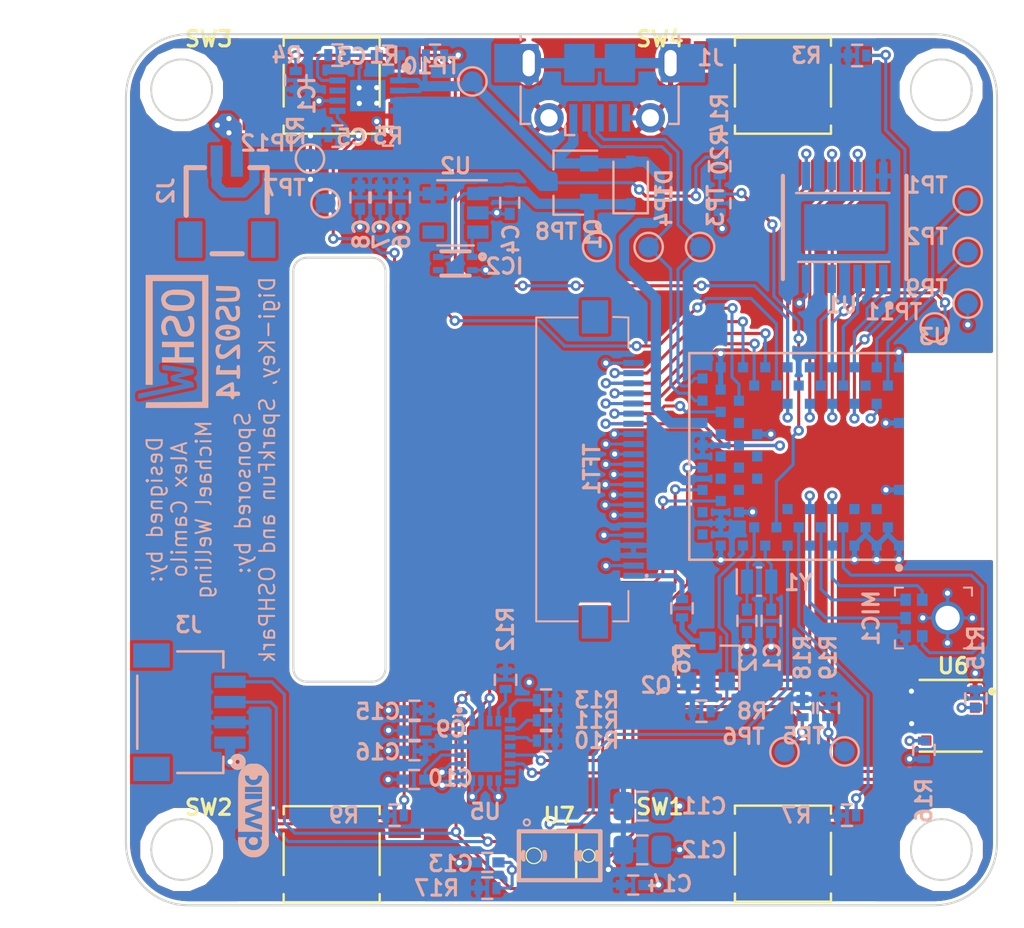
<source format=kicad_pcb>
(kicad_pcb (version 20171130) (host pcbnew 5.0.2+dfsg1-1)
  (layers (0 F.Cu signal) (31 B.Cu signal) (34 B.Paste user) (35 F.Paste user) (36 B.SilkS user) (37 F.SilkS user) (38 B.Mask user) (39 F.Mask user) (44 Edge.Cuts user))
  (net 0 "")
  (net 1 +5P)
  (net 2 +BATT)
  (net 3 CHGSTAT)
  (net 4 GND)
  (net 5 "Net-(IC1-Pad7)")
  (net 6 "Net-(IC1-Pad8)")
  (net 7 "Net-(IC2-Pad1)")
  (net 8 "Net-(IC2-Pad3)")
  (net 9 VBUS)
  (net 10 SW_B)
  (net 11 SW_A)
  (net 12 XL1)
  (net 13 XL2)
  (net 14 +3V0)
  (net 15 "Net-(U3-Pad20)")
  (net 16 "Net-(U3-Pad21)")
  (net 17 "Net-(U3-Pad22)")
  (net 18 "Net-(U3-Pad23)")
  (net 19 LCD_DC)
  (net 20 NFC1)
  (net 21 NFC2)
  (net 22 LCD_CLK)
  (net 23 LCD_MOSI)
  (net 24 LCD_RST)
  (net 25 LCD_CS)
  (net 26 LCD_TE)
  (net 27 QSPI_~CS)
  (net 28 QSPI_DIO1)
  (net 29 QSPI_CLK)
  (net 30 QSPI_DIO0)
  (net 31 ~RESET)
  (net 32 QSPI_DIO2)
  (net 33 QSPI_DIO3)
  (net 34 SWCLK)
  (net 35 SWDIO)
  (net 36 MIC_BCLK)
  (net 37 MIC_SEL)
  (net 38 MIC_WS)
  (net 39 "Net-(U3-Pad53)")
  (net 40 "Net-(U3-Pad54)")
  (net 41 ACC_INT)
  (net 42 GES_INT)
  (net 43 ACC_AG_NT)
  (net 44 MIC_DATAOUT)
  (net 45 "Net-(U3-Pad61)")
  (net 46 "Net-(U3-Pad62)")
  (net 47 IIC_SCL)
  (net 48 IIC_SDA)
  (net 49 D-)
  (net 50 D+)
  (net 51 "Net-(U5-Pad13)")
  (net 52 "Net-(U5-Pad12)")
  (net 53 "Net-(U5-Pad9)")
  (net 54 "Net-(R10-Pad1)")
  (net 55 "Net-(R11-Pad1)")
  (net 56 "Net-(R13-Pad1)")
  (net 57 "Net-(R12-Pad1)")
  (net 58 "Net-(C9-Pad2)")
  (net 59 "Net-(C10-Pad2)")
  (net 60 LCD_BL)
  (net 61 "Net-(C13-Pad1)")
  (net 62 "Net-(R16-Pad1)")
  (net 63 "Net-(R15-Pad1)")
  (net 64 "Net-(U2-Pad4)")
  (net 65 "Net-(U7-Pad3)")
  (net 66 "Net-(J1-Pad4)")
  (net 67 "Net-(U3-Pad48)")
  (net 68 "Net-(U3-Pad60)")
  (net 69 "Net-(U3-Pad52)")
  (net 70 "Net-(U3-Pad37)")
  (net 71 "Net-(U3-Pad49)")
  (net 72 "Net-(R6-Pad1)")
  (net 73 "Net-(Q2-Pad3)")
  (net 74 SW_C)
  (net 75 "Net-(U3-Pad42)")
  (net 76 SW_D)
  (net 77 BATVSENSE)
  (net 78 "Net-(U3-Pad36)")
  (module ChronoPy-PCB:0545482271 (layer B.Cu) (at 121.6937 97.48944 90)
    (fp_text reference TFT1 (at 0 0 -90) (layer B.SilkS) (effects (font (size 0.762 0.762) (thickness 0.1524)) (justify mirror)))
    (fp_text value DISP_TFT_1.54IN_240X240_22P hide)
    (pad 24 smd rect (at 7.525 0.15) (size 1.3 1.65) (layers B.Cu B.Paste B.Mask))
    (pad 23 smd rect (at -7.525 0.15) (size 1.3 1.65) (layers B.Cu B.Paste B.Mask))
    (pad 22 smd rect (at 5.25 2.05 90) (size 0.3 1) (layers B.Cu B.Paste B.Mask) (net 4 GND))
    (pad 21 smd rect (at 4.75 2.05 90) (size 0.3 1) (layers B.Cu B.Paste B.Mask) (net 23 LCD_MOSI))
    (pad 20 smd rect (at 4.25 2.05 90) (size 0.3 1) (layers B.Cu B.Paste B.Mask) (net 24 LCD_RST))
    (pad 19 smd rect (at 3.75 2.05 90) (size 0.3 1) (layers B.Cu B.Paste B.Mask) (net 26 LCD_TE))
    (pad 18 smd rect (at 3.25 2.05 90) (size 0.3 1) (layers B.Cu B.Paste B.Mask) (net 25 LCD_CS))
    (pad 17 smd rect (at 2.75 2.05 90) (size 0.3 1) (layers B.Cu B.Paste B.Mask) (net 22 LCD_CLK))
    (pad 16 smd rect (at 2.25 2.05 90) (size 0.3 1) (layers B.Cu B.Paste B.Mask) (net 19 LCD_DC))
    (pad 15 smd rect (at 1.75 2.05 90) (size 0.3 1) (layers B.Cu B.Paste B.Mask) (net 4 GND))
    (pad 14 smd rect (at 1.25 2.05 90) (size 0.3 1) (layers B.Cu B.Paste B.Mask) (net 4 GND))
    (pad 13 smd rect (at 0.75 2.05 90) (size 0.3 1) (layers B.Cu B.Paste B.Mask) (net 4 GND))
    (pad 12 smd rect (at 0.25 2.05 90) (size 0.3 1) (layers B.Cu B.Paste B.Mask) (net 4 GND))
    (pad 11 smd rect (at -0.25 2.05 90) (size 0.3 1) (layers B.Cu B.Paste B.Mask) (net 4 GND))
    (pad 10 smd rect (at -0.75 2.05 90) (size 0.3 1) (layers B.Cu B.Paste B.Mask) (net 4 GND))
    (pad 9 smd rect (at -1.25 2.05 90) (size 0.3 1) (layers B.Cu B.Paste B.Mask) (net 4 GND))
    (pad 8 smd rect (at -1.75 2.05 90) (size 0.3 1) (layers B.Cu B.Paste B.Mask) (net 4 GND))
    (pad 7 smd rect (at -2.25 2.05 90) (size 0.3 1) (layers B.Cu B.Paste B.Mask) (net 4 GND))
    (pad 6 smd rect (at -2.75 2.05 90) (size 0.3 1) (layers B.Cu B.Paste B.Mask) (net 14 +3V0))
    (pad 5 smd rect (at -3.25 2.05 90) (size 0.3 1) (layers B.Cu B.Paste B.Mask) (net 4 GND))
    (pad 4 smd rect (at -3.75 2.05 90) (size 0.3 1) (layers B.Cu B.Paste B.Mask) (net 14 +3V0))
    (pad 3 smd rect (at -4.25 2.05 90) (size 0.3 1) (layers B.Cu B.Paste B.Mask) (net 14 +3V0))
    (pad 2 smd rect (at -4.75 2.05 90) (size 0.3 1) (layers B.Cu B.Paste B.Mask) (net 4 GND))
    (pad 1 smd rect (at -5.25 2.05 90) (size 0.3 1) (layers B.Cu B.Paste B.Mask) (net 72 "Net-(R6-Pad1)"))
  )
  (module ChronoPy-PCB:APDS-9960 (layer F.Cu) (at 120.0988 116.5602 90)
    (fp_text reference U7 (at 1.9812 -0.0254) (layer F.SilkS) (effects (font (size 0.762 0.762) (thickness 0.1524))))
    (fp_text value APDS-9960 hide)
    (pad 1 smd rect (at 0.6985 -1.45288 90) (size 0.59944 0.71882) (layers F.Cu F.Paste F.Mask) (net 48 IIC_SDA))
    (pad 2 smd rect (at 0.6985 -0.4826 90) (size 0.59944 0.71882) (layers F.Cu F.Paste F.Mask) (net 42 GES_INT))
    (pad 3 smd rect (at 0.6985 0.4826 90) (size 0.59944 0.71882) (layers F.Cu F.Paste F.Mask) (net 65 "Net-(U7-Pad3)"))
    (pad 4 smd rect (at 0.6985 1.45288 90) (size 0.59944 0.71882) (layers F.Cu F.Paste F.Mask) (net 65 "Net-(U7-Pad3)"))
    (pad 5 smd rect (at -0.6985 1.45288 90) (size 0.59944 0.71882) (layers F.Cu F.Paste F.Mask) (net 14 +3V0))
    (pad 6 smd rect (at -0.6985 0.4826 90) (size 0.59944 0.71882) (layers F.Cu F.Paste F.Mask) (net 4 GND))
    (pad 7 smd rect (at -0.6985 -0.4826 90) (size 0.59944 0.71882) (layers F.Cu F.Paste F.Mask) (net 47 IIC_SCL))
    (pad 8 smd rect (at -0.6985 -1.45288 90) (size 0.59944 0.71882) (layers F.Cu F.Paste F.Mask) (net 61 "Net-(C13-Pad1)"))
  )
  (module ChronoPy-PCB:C_0402 (layer B.Cu) (at 130.5382 104.9664 270)
    (fp_text reference C1 (at 1.804 -0.064 270) (layer B.SilkS) (effects (font (size 0.762 0.762) (thickness 0.1524)) (justify mirror)))
    (fp_text value 18pF)
    (pad 2 smd rect (at 0.55 0 270) (size 0.6 0.5) (layers B.Cu B.Paste B.Mask) (net 4 GND))
    (pad 1 smd rect (at -0.55 0 270) (size 0.6 0.5) (layers B.Cu B.Paste B.Mask) (net 12 XL1))
  )
  (module ChronoPy-PCB:C_0402 (layer B.Cu) (at 129.3444 104.9664 270)
    (fp_text reference C2 (at 1.804 -0.064 270) (layer B.SilkS) (effects (font (size 0.762 0.762) (thickness 0.1524)) (justify mirror)))
    (fp_text value 18pF)
    (pad 2 smd rect (at 0.55 0 270) (size 0.6 0.5) (layers B.Cu B.Paste B.Mask) (net 4 GND))
    (pad 1 smd rect (at -0.55 0 270) (size 0.6 0.5) (layers B.Cu B.Paste B.Mask) (net 13 XL2))
  )
  (module ChronoPy-PCB:C_0402 (layer B.Cu) (at 111.63 77.041 180)
    (fp_text reference C3 (at 1.804 -0.064 180) (layer B.SilkS) (effects (font (size 0.762 0.762) (thickness 0.1524)) (justify mirror)))
    (fp_text value 10uF)
    (pad 2 smd rect (at 0.55 0 180) (size 0.6 0.5) (layers B.Cu B.Paste B.Mask) (net 4 GND))
    (pad 1 smd rect (at -0.55 0 180) (size 0.6 0.5) (layers B.Cu B.Paste B.Mask) (net 1 +5P))
  )
  (module ChronoPy-PCB:C_0402 (layer B.Cu) (at 117.635 84.327 270)
    (fp_text reference C4 (at 1.804 -0.064 270) (layer B.SilkS) (effects (font (size 0.762 0.762) (thickness 0.1524)) (justify mirror)))
    (fp_text value 10uF)
    (pad 2 smd rect (at 0.55 0 270) (size 0.6 0.5) (layers B.Cu B.Paste B.Mask) (net 4 GND))
    (pad 1 smd rect (at -0.55 0 270) (size 0.6 0.5) (layers B.Cu B.Paste B.Mask) (net 9 VBUS))
  )
  (module ChronoPy-PCB:C_0402 (layer B.Cu) (at 111.63 81.041 180)
    (fp_text reference C5 (at 1.804 -0.064 180) (layer B.SilkS) (effects (font (size 0.762 0.762) (thickness 0.1524)) (justify mirror)))
    (fp_text value 10uF)
    (pad 2 smd rect (at 0.55 0 180) (size 0.6 0.5) (layers B.Cu B.Paste B.Mask) (net 4 GND))
    (pad 1 smd rect (at -0.55 0 180) (size 0.6 0.5) (layers B.Cu B.Paste B.Mask) (net 2 +BATT))
  )
  (module ChronoPy-PCB:C_0402 (layer B.Cu) (at 112.241 84.07 270)
    (fp_text reference C6 (at 1.804 -0.064 270) (layer B.SilkS) (effects (font (size 0.762 0.762) (thickness 0.1524)) (justify mirror)))
    (fp_text value 10uF)
    (pad 2 smd rect (at 0.55 0 270) (size 0.6 0.5) (layers B.Cu B.Paste B.Mask) (net 4 GND))
    (pad 1 smd rect (at -0.55 0 270) (size 0.6 0.5) (layers B.Cu B.Paste B.Mask) (net 14 +3V0))
  )
  (module ChronoPy-PCB:C_0402 (layer B.Cu) (at 111.241 84.07 270)
    (fp_text reference C7 (at 1.804 -0.064 270) (layer B.SilkS) (effects (font (size 0.762 0.762) (thickness 0.1524)) (justify mirror)))
    (fp_text value 10uF)
    (pad 2 smd rect (at 0.55 0 270) (size 0.6 0.5) (layers B.Cu B.Paste B.Mask) (net 4 GND))
    (pad 1 smd rect (at -0.55 0 270) (size 0.6 0.5) (layers B.Cu B.Paste B.Mask) (net 14 +3V0))
  )
  (module ChronoPy-PCB:C_0402 (layer B.Cu) (at 112.9298 110.3782)
    (fp_text reference C9 (at 1.804 -0.064) (layer B.SilkS) (effects (font (size 0.762 0.762) (thickness 0.1524)) (justify mirror)))
    (fp_text value 10nF)
    (pad 2 smd rect (at 0.55 0) (size 0.6 0.5) (layers B.Cu B.Paste B.Mask) (net 58 "Net-(C9-Pad2)"))
    (pad 1 smd rect (at -0.55 0) (size 0.6 0.5) (layers B.Cu B.Paste B.Mask) (net 4 GND))
  )
  (module ChronoPy-PCB:C_0402 (layer B.Cu) (at 112.9098 112.7982)
    (fp_text reference C10 (at 1.804 -0.064) (layer B.SilkS) (effects (font (size 0.762 0.762) (thickness 0.1524)) (justify mirror)))
    (fp_text value 0.1uF)
    (pad 2 smd rect (at 0.55 0) (size 0.6 0.5) (layers B.Cu B.Paste B.Mask) (net 59 "Net-(C10-Pad2)"))
    (pad 1 smd rect (at -0.55 0) (size 0.6 0.5) (layers B.Cu B.Paste B.Mask) (net 4 GND))
  )
  (module ChronoPy-PCB:C_0402 (layer B.Cu) (at 116.529278 116.888676 180)
    (fp_text reference C13 (at 1.804 -0.064 180) (layer B.SilkS) (effects (font (size 0.762 0.762) (thickness 0.1524)) (justify mirror)))
    (fp_text value 0.1uF)
    (pad 2 smd rect (at 0.55 0 180) (size 0.6 0.5) (layers B.Cu B.Paste B.Mask) (net 4 GND))
    (pad 1 smd rect (at -0.55 0 180) (size 0.6 0.5) (layers B.Cu B.Paste B.Mask) (net 61 "Net-(C13-Pad1)"))
  )
  (module ChronoPy-PCB:C_0402 (layer B.Cu) (at 123.731 118.008)
    (fp_text reference C14 (at 1.804 -0.064) (layer B.SilkS) (effects (font (size 0.762 0.762) (thickness 0.1524)) (justify mirror)))
    (fp_text value 0.1uF)
    (pad 2 smd rect (at 0.55 0) (size 0.6 0.5) (layers B.Cu B.Paste B.Mask) (net 4 GND))
    (pad 1 smd rect (at -0.55 0) (size 0.6 0.5) (layers B.Cu B.Paste B.Mask) (net 14 +3V0))
  )
  (module ChronoPy-PCB:C_0402 (layer B.Cu) (at 112.9298 109.3782 180)
    (fp_text reference C15 (at 1.804 -0.064 180) (layer B.SilkS) (effects (font (size 0.762 0.762) (thickness 0.1524)) (justify mirror)))
    (fp_text value 10uF)
    (pad 2 smd rect (at 0.55 0 180) (size 0.6 0.5) (layers B.Cu B.Paste B.Mask) (net 4 GND))
    (pad 1 smd rect (at -0.55 0 180) (size 0.6 0.5) (layers B.Cu B.Paste B.Mask) (net 14 +3V0))
  )
  (module ChronoPy-PCB:C_0402 (layer B.Cu) (at 112.9298 111.3782 180)
    (fp_text reference C16 (at 1.804 -0.064 180) (layer B.SilkS) (effects (font (size 0.762 0.762) (thickness 0.1524)) (justify mirror)))
    (fp_text value 0.1uF)
    (pad 2 smd rect (at 0.55 0 180) (size 0.6 0.5) (layers B.Cu B.Paste B.Mask) (net 4 GND))
    (pad 1 smd rect (at -0.55 0 180) (size 0.6 0.5) (layers B.Cu B.Paste B.Mask) (net 14 +3V0))
  )
  (module ChronoPy-PCB:C_0402 (layer B.Cu) (at 110.241 84.07 270)
    (fp_text reference C8 (at 1.804 -0.064 270) (layer B.SilkS) (effects (font (size 0.762 0.762) (thickness 0.1524)) (justify mirror)))
    (fp_text value 0.1uF)
    (pad 2 smd rect (at 0.55 0 270) (size 0.6 0.5) (layers B.Cu B.Paste B.Mask) (net 4 GND))
    (pad 1 smd rect (at -0.55 0 270) (size 0.6 0.5) (layers B.Cu B.Paste B.Mask) (net 14 +3V0))
  )
  (module ChronoPy-PCB:C_0805_2012Metric (layer B.Cu) (at 124.179534 116.270819)
    (fp_text reference C12 (at 3.048 0) (layer B.SilkS) (effects (font (size 0.762 0.762) (thickness 0.1524)) (justify mirror)))
    (fp_text value 10uF)
    (pad 2 smd roundrect (at 0.9375 0) (size 0.975 1.4) (layers B.Cu B.Paste B.Mask) (net 4 GND))
    (pad 1 smd roundrect (at -0.9375 0) (size 0.975 1.4) (layers B.Cu B.Paste B.Mask) (net 14 +3V0))
  )
  (module ChronoPy-PCB:C_0805_2012Metric (layer B.Cu) (at 124.179534 114.111819)
    (fp_text reference C11 (at 3.048 0) (layer B.SilkS) (effects (font (size 0.762 0.762) (thickness 0.1524)) (justify mirror)))
    (fp_text value 10uF)
    (pad 2 smd roundrect (at 0.9375 0) (size 0.975 1.4) (layers B.Cu B.Paste B.Mask) (net 4 GND))
    (pad 1 smd roundrect (at -0.9375 0) (size 0.975 1.4) (layers B.Cu B.Paste B.Mask) (net 14 +3V0))
  )
  (module ChronoPy-PCB:Crystal_SMD_MicroCrystal_CM9V-T1A-2pin_1.6x1.0mm (layer B.Cu) (at 129.944 103.029)
    (fp_text reference Y1 (at 1.9404 0.053) (layer B.SilkS) (effects (font (size 0.762 0.762) (thickness 0.1524)) (justify mirror)))
    (fp_text value 32.768)
    (pad 2 smd rect (at 0.6 0) (size 0.6 1.2) (layers B.Cu B.Paste B.Mask) (net 12 XL1))
    (pad 1 smd rect (at -0.6 0) (size 0.6 1.2) (layers B.Cu B.Paste B.Mask) (net 13 XL2))
  )
  (module ChronoPy-PCB:D_SOD-323 (layer B.Cu) (at 123.604 83.35 90)
    (fp_text reference D1 (at -0.0632 1.651 270) (layer B.SilkS) (effects (font (size 0.762 0.762) (thickness 0.1524)) (justify mirror)))
    (fp_text value D)
    (pad 1 smd rect (at -1.05 0 90) (size 0.6 0.45) (layers B.Cu B.Paste B.Mask) (net 9 VBUS))
    (pad 2 smd rect (at 1.05 0 90) (size 0.6 0.45) (layers B.Cu B.Paste B.Mask) (net 1 +5P))
  )
  (module "ChronoPy-PCB:JST_SM04B-SRSS-TB(LF)(SN)" (layer B.Cu) (at 103.825 109.475 90)
    (fp_text reference J3 (at 4.315 -2.04) (layer B.SilkS) (effects (font (size 0.762 0.762) (thickness 0.1524)) (justify mirror)))
    (fp_text value Conn_01x04_Shielded)
    (pad 4 smd rect (at 1.5 0 90) (size 0.6 1.55) (layers B.Cu B.Paste B.Mask) (net 47 IIC_SCL))
    (pad 3 smd rect (at 0.5 0 90) (size 0.6 1.55) (layers B.Cu B.Paste B.Mask) (net 48 IIC_SDA))
    (pad 2 smd rect (at -0.5 0 90) (size 0.6 1.55) (layers B.Cu B.Paste B.Mask) (net 14 +3V0))
    (pad 1 smd rect (at -1.5 0 90) (size 0.6 1.55) (layers B.Cu B.Paste B.Mask) (net 4 GND))
    (pad S1 smd rect (at -2.8 -3.875 90) (size 1.2 1.8) (layers B.Cu B.Paste B.Mask))
    (pad S2 smd rect (at 2.8 -3.875 90) (size 1.2 1.8) (layers B.Cu B.Paste B.Mask))
  )
  (module ChronoPy-PCB:PQFN24P43_350X300X102L35X23N (layer B.Cu) (at 116.4298 111.3782 270)
    (fp_text reference U5 (at 3 0) (layer B.SilkS) (effects (font (size 0.762 0.762) (thickness 0.1524)) (justify mirror)))
    (fp_text value LSM9DS1)
    (pad 18 smd rect (at 1.505 1.225 270) (size 0.28 0.53) (layers B.Cu B.Paste B.Mask) (net 4 GND))
    (pad 17 smd rect (at 1.47 0.645 270) (size 0.53 0.28) (layers B.Cu B.Paste B.Mask) (net 4 GND))
    (pad 16 smd rect (at 1.47 0.215 270) (size 0.53 0.28) (layers B.Cu B.Paste B.Mask) (net 4 GND))
    (pad 15 smd rect (at 1.47 -0.215 270) (size 0.53 0.28) (layers B.Cu B.Paste B.Mask) (net 4 GND))
    (pad 14 smd rect (at 1.47 -0.645 270) (size 0.53 0.28) (layers B.Cu B.Paste B.Mask) (net 4 GND))
    (pad 13 smd rect (at 1.505 -1.225 270) (size 0.28 0.53) (layers B.Cu B.Paste B.Mask) (net 51 "Net-(U5-Pad13)"))
    (pad 12 smd rect (at 1.075 -1.225 270) (size 0.28 0.53) (layers B.Cu B.Paste B.Mask) (net 52 "Net-(U5-Pad12)"))
    (pad 11 smd rect (at 0.645 -1.225 270) (size 0.28 0.53) (layers B.Cu B.Paste B.Mask) (net 43 ACC_AG_NT))
    (pad 10 smd rect (at 0.215 -1.225 270) (size 0.28 0.53) (layers B.Cu B.Paste B.Mask) (net 41 ACC_INT))
    (pad 9 smd rect (at -0.215 -1.225 270) (size 0.28 0.53) (layers B.Cu B.Paste B.Mask) (net 53 "Net-(U5-Pad9)"))
    (pad 8 smd rect (at -0.645 -1.225 270) (size 0.28 0.53) (layers B.Cu B.Paste B.Mask) (net 54 "Net-(R10-Pad1)"))
    (pad 7 smd rect (at -1.075 -1.225 270) (size 0.28 0.53) (layers B.Cu B.Paste B.Mask) (net 55 "Net-(R11-Pad1)"))
    (pad 6 smd rect (at -1.505 -1.225 270) (size 0.28 0.53) (layers B.Cu B.Paste B.Mask) (net 56 "Net-(R13-Pad1)"))
    (pad 5 smd rect (at -1.47 -0.645 270) (size 0.53 0.28) (layers B.Cu B.Paste B.Mask) (net 57 "Net-(R12-Pad1)"))
    (pad 4 smd rect (at -1.47 -0.215 270) (size 0.53 0.28) (layers B.Cu B.Paste B.Mask) (net 48 IIC_SDA))
    (pad 3 smd rect (at -1.47 0.215 270) (size 0.53 0.28) (layers B.Cu B.Paste B.Mask) (net 14 +3V0))
    (pad 2 smd rect (at -1.47 0.645 270) (size 0.53 0.28) (layers B.Cu B.Paste B.Mask) (net 47 IIC_SCL))
    (pad 1 smd rect (at -1.505 1.225 270) (size 0.28 0.53) (layers B.Cu B.Paste B.Mask) (net 14 +3V0))
    (pad 24 smd rect (at -1.075 1.225 270) (size 0.28 0.53) (layers B.Cu B.Paste B.Mask) (net 58 "Net-(C9-Pad2)"))
    (pad 23 smd rect (at -0.645 1.225 270) (size 0.28 0.53) (layers B.Cu B.Paste B.Mask) (net 14 +3V0))
    (pad 22 smd rect (at -0.215 1.225 270) (size 0.28 0.53) (layers B.Cu B.Paste B.Mask) (net 14 +3V0))
    (pad 21 smd rect (at 0.215 1.225 270) (size 0.28 0.53) (layers B.Cu B.Paste B.Mask) (net 59 "Net-(C10-Pad2)"))
    (pad 20 smd rect (at 0.645 1.225 270) (size 0.28 0.53) (layers B.Cu B.Paste B.Mask) (net 4 GND))
    (pad 19 smd rect (at 1.075 1.225 270) (size 0.28 0.53) (layers B.Cu B.Paste B.Mask) (net 4 GND))
  )
  (module ChronoPy-PCB:PSON80P300X300X100-8N (layer F.Cu) (at 139.4028 109.6514)
    (fp_text reference U6 (at 0.127 -2.4638) (layer F.SilkS) (effects (font (size 0.762 0.762) (thickness 0.1524))))
    (fp_text value BME680)
    (pad 1 smd rect (at 1.2 -1.2) (size 0.5 0.5) (layers F.Cu F.Paste F.Mask) (net 4 GND))
    (pad 2 smd rect (at 1.2 -0.4) (size 0.5 0.5) (layers F.Cu F.Paste F.Mask) (net 63 "Net-(R15-Pad1)"))
    (pad 3 smd rect (at 1.2 0.4) (size 0.5 0.5) (layers F.Cu F.Paste F.Mask) (net 48 IIC_SDA))
    (pad 4 smd rect (at 1.2 1.2) (size 0.5 0.5) (layers F.Cu F.Paste F.Mask) (net 47 IIC_SCL))
    (pad 5 smd rect (at -1.2 1.22) (size 0.5 0.5) (layers F.Cu F.Paste F.Mask) (net 62 "Net-(R16-Pad1)"))
    (pad 6 smd rect (at -1.2 0.4) (size 0.5 0.5) (layers F.Cu F.Paste F.Mask) (net 14 +3V0))
    (pad 7 smd rect (at -1.2 -0.4) (size 0.5 0.5) (layers F.Cu F.Paste F.Mask) (net 4 GND))
    (pad 8 smd rect (at -1.2 -1.2) (size 0.5 0.5) (layers F.Cu F.Paste F.Mask) (net 14 +3V0))
  )
  (module ChronoPy-PCB:RIGADO_BMD-340-A-R (layer B.Cu) (at 134 96.85 180)
    (fp_text reference U3 (at -4.594315 5.909865) (layer B.SilkS) (effects (font (size 0.762 0.762) (thickness 0.1524)) (justify mirror)))
    (fp_text value BMD-340-A-R)
    (pad 1 smd rect (at -2.85 -4.4 180) (size 0.5 0.5) (layers B.Cu B.Paste B.Mask) (net 4 GND))
    (pad 2 smd rect (at -2.3 -3.5 180) (size 0.5 0.5) (layers B.Cu B.Paste B.Mask) (net 4 GND))
    (pad 3 smd rect (at -1.75 -4.4 180) (size 0.5 0.5) (layers B.Cu B.Paste B.Mask) (net 4 GND))
    (pad 4 smd rect (at -1.2 -3.5 180) (size 0.5 0.5) (layers B.Cu B.Paste B.Mask) (net 4 GND))
    (pad 5 smd rect (at -0.65 -4.4 180) (size 0.5 0.5) (layers B.Cu B.Paste B.Mask) (net 4 GND))
    (pad 6 smd rect (at -0.1 -3.5 180) (size 0.5 0.5) (layers B.Cu B.Paste B.Mask) (net 36 MIC_BCLK))
    (pad 7 smd rect (at 0.45 -4.4 180) (size 0.5 0.5) (layers B.Cu B.Paste B.Mask) (net 37 MIC_SEL))
    (pad 8 smd rect (at 1 -3.5 180) (size 0.5 0.5) (layers B.Cu B.Paste B.Mask) (net 38 MIC_WS))
    (pad 9 smd rect (at 1.55 -4.4 180) (size 0.5 0.5) (layers B.Cu B.Paste B.Mask) (net 44 MIC_DATAOUT))
    (pad 10 smd rect (at 2.1 -3.5 180) (size 0.5 0.5) (layers B.Cu B.Paste B.Mask) (net 11 SW_A))
    (pad 11 smd rect (at 2.65 -4.4 180) (size 0.5 0.5) (layers B.Cu B.Paste B.Mask) (net 42 GES_INT))
    (pad 12 smd rect (at 3.2 -3.5 180) (size 0.5 0.5) (layers B.Cu B.Paste B.Mask) (net 77 BATVSENSE))
    (pad 13 smd rect (at 3.75 -4.4 180) (size 0.5 0.5) (layers B.Cu B.Paste B.Mask) (net 12 XL1))
    (pad 14 smd rect (at 4.3 -3.5 180) (size 0.5 0.5) (layers B.Cu B.Paste B.Mask) (net 13 XL2))
    (pad 15 smd rect (at 4.85 -4.4 180) (size 0.5 0.5) (layers B.Cu B.Paste B.Mask) (net 60 LCD_BL))
    (pad 16 smd rect (at 5.95 -4.4 180) (size 0.5 0.5) (layers B.Cu B.Paste B.Mask) (net 4 GND))
    (pad 17 smd rect (at 5.95 -3.3 180) (size 0.5 0.5) (layers B.Cu B.Paste B.Mask) (net 14 +3V0))
    (pad 18 smd rect (at 5.05 -2.75 180) (size 0.5 0.5) (layers B.Cu B.Paste B.Mask) (net 4 GND))
    (pad 19 smd rect (at 5.95 -2.2 180) (size 0.5 0.5) (layers B.Cu B.Paste B.Mask) (net 10 SW_B))
    (pad 20 smd rect (at 5.05 -1.65 180) (size 0.5 0.5) (layers B.Cu B.Paste B.Mask) (net 15 "Net-(U3-Pad20)"))
    (pad 21 smd rect (at 5.95 -1.1 180) (size 0.5 0.5) (layers B.Cu B.Paste B.Mask) (net 16 "Net-(U3-Pad21)"))
    (pad 22 smd rect (at 5.05 -0.55 180) (size 0.5 0.5) (layers B.Cu B.Paste B.Mask) (net 17 "Net-(U3-Pad22)"))
    (pad 23 smd rect (at 5.95 0 180) (size 0.5 0.5) (layers B.Cu B.Paste B.Mask) (net 18 "Net-(U3-Pad23)"))
    (pad 24 smd rect (at 5.05 0.55 180) (size 0.5 0.5) (layers B.Cu B.Paste B.Mask) (net 19 LCD_DC))
    (pad 25 smd rect (at 5.95 1.1 180) (size 0.5 0.5) (layers B.Cu B.Paste B.Mask) (net 20 NFC1))
    (pad 26 smd rect (at 5.05 1.65 180) (size 0.5 0.5) (layers B.Cu B.Paste B.Mask) (net 21 NFC2))
    (pad 27 smd rect (at 5.95 2.2 180) (size 0.5 0.5) (layers B.Cu B.Paste B.Mask) (net 22 LCD_CLK))
    (pad 28 smd rect (at 5.05 2.75 180) (size 0.5 0.5) (layers B.Cu B.Paste B.Mask) (net 23 LCD_MOSI))
    (pad 29 smd rect (at 5.95 3.3 180) (size 0.5 0.5) (layers B.Cu B.Paste B.Mask) (net 4 GND))
    (pad 30 smd rect (at 5.95 4.4 180) (size 0.5 0.5) (layers B.Cu B.Paste B.Mask) (net 4 GND))
    (pad 31 smd rect (at 4.85 4.4 180) (size 0.5 0.5) (layers B.Cu B.Paste B.Mask) (net 24 LCD_RST))
    (pad 32 smd rect (at 4.3 3.5 180) (size 0.5 0.5) (layers B.Cu B.Paste B.Mask) (net 25 LCD_CS))
    (pad 33 smd rect (at 3.75 4.4 180) (size 0.5 0.5) (layers B.Cu B.Paste B.Mask) (net 26 LCD_TE))
    (pad 34 smd rect (at 3.2 3.5 180) (size 0.5 0.5) (layers B.Cu B.Paste B.Mask) (net 3 CHGSTAT))
    (pad 35 smd rect (at 2.65 4.4 180) (size 0.5 0.5) (layers B.Cu B.Paste B.Mask) (net 74 SW_C))
    (pad 36 smd rect (at 2.1 3.5 180) (size 0.5 0.5) (layers B.Cu B.Paste B.Mask) (net 78 "Net-(U3-Pad36)"))
    (pad 37 smd rect (at 1.55 4.4 180) (size 0.5 0.5) (layers B.Cu B.Paste B.Mask) (net 70 "Net-(U3-Pad37)"))
    (pad 38 smd rect (at 1 3.5 180) (size 0.5 0.5) (layers B.Cu B.Paste B.Mask) (net 32 QSPI_DIO2))
    (pad 39 smd rect (at 0.45 4.4 180) (size 0.5 0.5) (layers B.Cu B.Paste B.Mask) (net 31 ~RESET))
    (pad 40 smd rect (at -0.1 3.5 180) (size 0.5 0.5) (layers B.Cu B.Paste B.Mask) (net 28 QSPI_DIO1))
    (pad 41 smd rect (at -0.65 4.4 180) (size 0.5 0.5) (layers B.Cu B.Paste B.Mask) (net 27 QSPI_~CS))
    (pad 42 smd rect (at -1.2 3.5 180) (size 0.5 0.5) (layers B.Cu B.Paste B.Mask) (net 75 "Net-(U3-Pad42)"))
    (pad 43 smd rect (at -1.75 4.4 180) (size 0.5 0.5) (layers B.Cu B.Paste B.Mask) (net 34 SWCLK))
    (pad 44 smd rect (at -2.3 3.5 180) (size 0.5 0.5) (layers B.Cu B.Paste B.Mask) (net 35 SWDIO))
    (pad 45 smd rect (at -2.85 4.4 180) (size 0.5 0.5) (layers B.Cu B.Paste B.Mask) (net 4 GND))
    (pad 46 smd rect (at -2.85 1.65 180) (size 0.5 0.5) (layers B.Cu B.Paste B.Mask) (net 4 GND))
    (pad 47 smd rect (at -2.85 -1.65 180) (size 0.5 0.5) (layers B.Cu B.Paste B.Mask) (net 4 GND))
    (pad 48 smd rect (at -1.75 -2.6 180) (size 0.5 0.5) (layers B.Cu B.Paste B.Mask) (net 67 "Net-(U3-Pad48)"))
    (pad 49 smd rect (at -0.65 -2.6 180) (size 0.5 0.5) (layers B.Cu B.Paste B.Mask) (net 71 "Net-(U3-Pad49)"))
    (pad 50 smd rect (at 0.45 -2.6 180) (size 0.5 0.5) (layers B.Cu B.Paste B.Mask) (net 43 ACC_AG_NT))
    (pad 51 smd rect (at 1.55 -2.6 180) (size 0.5 0.5) (layers B.Cu B.Paste B.Mask) (net 41 ACC_INT))
    (pad 52 smd rect (at 2.65 -2.6 180) (size 0.5 0.5) (layers B.Cu B.Paste B.Mask) (net 69 "Net-(U3-Pad52)"))
    (pad 53 smd rect (at 4.15 -1.1 180) (size 0.5 0.5) (layers B.Cu B.Paste B.Mask) (net 39 "Net-(U3-Pad53)"))
    (pad 54 smd rect (at 4.15 0 180) (size 0.5 0.5) (layers B.Cu B.Paste B.Mask) (net 40 "Net-(U3-Pad54)"))
    (pad 55 smd rect (at 4.15 1.1 180) (size 0.5 0.5) (layers B.Cu B.Paste B.Mask) (net 4 GND))
    (pad 56 smd rect (at 2.65 2.6 180) (size 0.5 0.5) (layers B.Cu B.Paste B.Mask) (net 30 QSPI_DIO0))
    (pad 57 smd rect (at 1.55 2.6 180) (size 0.5 0.5) (layers B.Cu B.Paste B.Mask) (net 29 QSPI_CLK))
    (pad 58 smd rect (at 0.45 2.6 180) (size 0.5 0.5) (layers B.Cu B.Paste B.Mask) (net 33 QSPI_DIO3))
    (pad 59 smd rect (at -0.65 2.6 180) (size 0.5 0.5) (layers B.Cu B.Paste B.Mask) (net 76 SW_D))
    (pad 60 smd rect (at -1.75 2.6 180) (size 0.5 0.5) (layers B.Cu B.Paste B.Mask) (net 68 "Net-(U3-Pad60)"))
    (pad 61 smd rect (at 6.85 -3.85 180) (size 0.5 0.5) (layers B.Cu B.Paste B.Mask) (net 45 "Net-(U3-Pad61)"))
    (pad 62 smd rect (at 6.85 -2.75 180) (size 0.5 0.5) (layers B.Cu B.Paste B.Mask) (net 46 "Net-(U3-Pad62)"))
    (pad 63 smd rect (at 6.85 -1.65 180) (size 0.5 0.5) (layers B.Cu B.Paste B.Mask) (net 47 IIC_SCL))
    (pad 64 smd rect (at 6.85 -0.55 180) (size 0.5 0.5) (layers B.Cu B.Paste B.Mask) (net 48 IIC_SDA))
    (pad 65 smd rect (at 6.85 0.55 180) (size 0.5 0.5) (layers B.Cu B.Paste B.Mask) (net 14 +3V0))
    (pad 66 smd rect (at 6.85 1.65 180) (size 0.5 0.5) (layers B.Cu B.Paste B.Mask) (net 1 +5P))
    (pad 67 smd rect (at 6.85 2.75 180) (size 0.5 0.5) (layers B.Cu B.Paste B.Mask) (net 49 D-))
    (pad 68 smd rect (at 6.85 3.85 180) (size 0.5 0.5) (layers B.Cu B.Paste B.Mask) (net 50 D+))
  )
  (module ChronoPy-PCB:R_0402 (layer B.Cu) (at 119.4298 108.8782)
    (fp_text reference R13 (at 2.5 0) (layer B.SilkS) (effects (font (size 0.762 0.762) (thickness 0.1524)) (justify mirror)))
    (fp_text value 100k)
    (pad 1 smd rect (at -0.45 0) (size 0.4 0.6) (layers B.Cu B.Paste B.Mask) (net 56 "Net-(R13-Pad1)"))
    (pad 2 smd rect (at 0.45 0) (size 0.4 0.6) (layers B.Cu B.Paste B.Mask) (net 14 +3V0))
  )
  (module ChronoPy-PCB:R_0402 (layer B.Cu) (at 128 82.525 90)
    (fp_text reference R14 (at 2.5 0 90) (layer B.SilkS) (effects (font (size 0.762 0.762) (thickness 0.1524)) (justify mirror)))
    (fp_text value 800k)
    (pad 1 smd rect (at -0.45 0 90) (size 0.4 0.6) (layers B.Cu B.Paste B.Mask) (net 77 BATVSENSE))
    (pad 2 smd rect (at 0.45 0 90) (size 0.4 0.6) (layers B.Cu B.Paste B.Mask) (net 2 +BATT))
  )
  (module ChronoPy-PCB:R_0402 (layer B.Cu) (at 140.6474 108.795 90)
    (fp_text reference R15 (at 2.5 0 90) (layer B.SilkS) (effects (font (size 0.762 0.762) (thickness 0.1524)) (justify mirror)))
    (fp_text value 100k)
    (pad 1 smd rect (at -0.45 0 90) (size 0.4 0.6) (layers B.Cu B.Paste B.Mask) (net 63 "Net-(R15-Pad1)"))
    (pad 2 smd rect (at 0.45 0 90) (size 0.4 0.6) (layers B.Cu B.Paste B.Mask) (net 14 +3V0))
  )
  (module ChronoPy-PCB:R_0402 (layer B.Cu) (at 138.082 111.335 270)
    (fp_text reference R16 (at 2.5 0 270) (layer B.SilkS) (effects (font (size 0.762 0.762) (thickness 0.1524)) (justify mirror)))
    (fp_text value 100k)
    (pad 1 smd rect (at -0.45 0 270) (size 0.4 0.6) (layers B.Cu B.Paste B.Mask) (net 62 "Net-(R16-Pad1)"))
    (pad 2 smd rect (at 0.45 0 270) (size 0.4 0.6) (layers B.Cu B.Paste B.Mask) (net 4 GND))
  )
  (module ChronoPy-PCB:R_0402 (layer B.Cu) (at 116.529278 118.158676 180)
    (fp_text reference R17 (at 2.5 0 180) (layer B.SilkS) (effects (font (size 0.762 0.762) (thickness 0.1524)) (justify mirror)))
    (fp_text value 22)
    (pad 1 smd rect (at -0.45 0 180) (size 0.4 0.6) (layers B.Cu B.Paste B.Mask) (net 61 "Net-(C13-Pad1)"))
    (pad 2 smd rect (at 0.45 0 180) (size 0.4 0.6) (layers B.Cu B.Paste B.Mask) (net 14 +3V0))
  )
  (module ChronoPy-PCB:R_0402 (layer B.Cu) (at 132.0876 109.2704 90)
    (fp_text reference R18 (at 2.5 0 90) (layer B.SilkS) (effects (font (size 0.762 0.762) (thickness 0.1524)) (justify mirror)))
    (fp_text value 10k)
    (pad 1 smd rect (at -0.45 0 90) (size 0.4 0.6) (layers B.Cu B.Paste B.Mask) (net 47 IIC_SCL))
    (pad 2 smd rect (at 0.45 0 90) (size 0.4 0.6) (layers B.Cu B.Paste B.Mask) (net 14 +3V0))
  )
  (module ChronoPy-PCB:R_0402 (layer B.Cu) (at 133.3576 109.2704 90)
    (fp_text reference R19 (at 2.5 0 90) (layer B.SilkS) (effects (font (size 0.762 0.762) (thickness 0.1524)) (justify mirror)))
    (fp_text value 10k)
    (pad 1 smd rect (at -0.45 0 90) (size 0.4 0.6) (layers B.Cu B.Paste B.Mask) (net 48 IIC_SDA))
    (pad 2 smd rect (at 0.45 0 90) (size 0.4 0.6) (layers B.Cu B.Paste B.Mask) (net 14 +3V0))
  )
  (module ChronoPy-PCB:R_0402 (layer B.Cu) (at 113.95 77.05 180)
    (fp_text reference R1 (at 2.5 0 180) (layer B.SilkS) (effects (font (size 0.762 0.762) (thickness 0.1524)) (justify mirror)))
    (fp_text value 10k)
    (pad 1 smd rect (at -0.45 0 180) (size 0.4 0.6) (layers B.Cu B.Paste B.Mask) (net 4 GND))
    (pad 2 smd rect (at 0.45 0 180) (size 0.4 0.6) (layers B.Cu B.Paste B.Mask) (net 1 +5P))
  )
  (module ChronoPy-PCB:R_0402 (layer B.Cu) (at 119.4298 109.8782)
    (fp_text reference R11 (at 2.5 0) (layer B.SilkS) (effects (font (size 0.762 0.762) (thickness 0.1524)) (justify mirror)))
    (fp_text value 100k)
    (pad 1 smd rect (at -0.45 0) (size 0.4 0.6) (layers B.Cu B.Paste B.Mask) (net 55 "Net-(R11-Pad1)"))
    (pad 2 smd rect (at 0.45 0) (size 0.4 0.6) (layers B.Cu B.Paste B.Mask) (net 14 +3V0))
  )
  (module ChronoPy-PCB:R_0402 (layer B.Cu) (at 128 84.35 90)
    (fp_text reference R20 (at 2.5 0 90) (layer B.SilkS) (effects (font (size 0.762 0.762) (thickness 0.1524)) (justify mirror)))
    (fp_text value 2m)
    (pad 1 smd rect (at -0.45 0 90) (size 0.4 0.6) (layers B.Cu B.Paste B.Mask) (net 4 GND))
    (pad 2 smd rect (at 0.45 0 90) (size 0.4 0.6) (layers B.Cu B.Paste B.Mask) (net 77 BATVSENSE))
  )
  (module ChronoPy-PCB:R_0402 (layer B.Cu) (at 117.4298 107.8782 90)
    (fp_text reference R12 (at 2.5 0 90) (layer B.SilkS) (effects (font (size 0.762 0.762) (thickness 0.1524)) (justify mirror)))
    (fp_text value 100k)
    (pad 1 smd rect (at -0.45 0 90) (size 0.4 0.6) (layers B.Cu B.Paste B.Mask) (net 57 "Net-(R12-Pad1)"))
    (pad 2 smd rect (at 0.45 0 90) (size 0.4 0.6) (layers B.Cu B.Paste B.Mask) (net 14 +3V0))
  )
  (module ChronoPy-PCB:R_0402 (layer B.Cu) (at 119.4298 110.8782)
    (fp_text reference R10 (at 2.5 0) (layer B.SilkS) (effects (font (size 0.762 0.762) (thickness 0.1524)) (justify mirror)))
    (fp_text value 100k)
    (pad 1 smd rect (at -0.45 0) (size 0.4 0.6) (layers B.Cu B.Paste B.Mask) (net 54 "Net-(R10-Pad1)"))
    (pad 2 smd rect (at 0.45 0) (size 0.4 0.6) (layers B.Cu B.Paste B.Mask) (net 14 +3V0))
  )
  (module ChronoPy-PCB:R_0402 (layer B.Cu) (at 111.955 114.56 180)
    (fp_text reference R9 (at 2.5 0 180) (layer B.SilkS) (effects (font (size 0.762 0.762) (thickness 0.1524)) (justify mirror)))
    (fp_text value 100k)
    (pad 1 smd rect (at -0.45 0 180) (size 0.4 0.6) (layers B.Cu B.Paste B.Mask) (net 10 SW_B))
    (pad 2 smd rect (at 0.45 0 180) (size 0.4 0.6) (layers B.Cu B.Paste B.Mask) (net 14 +3V0))
  )
  (module ChronoPy-PCB:R_0402 (layer B.Cu) (at 127.1 109.425)
    (fp_text reference R8 (at 2.5 0) (layer B.SilkS) (effects (font (size 0.762 0.762) (thickness 0.1524)) (justify mirror)))
    (fp_text value 100k)
    (pad 1 smd rect (at -0.45 0) (size 0.4 0.6) (layers B.Cu B.Paste B.Mask) (net 14 +3V0))
    (pad 2 smd rect (at 0.45 0) (size 0.4 0.6) (layers B.Cu B.Paste B.Mask) (net 60 LCD_BL))
  )
  (module ChronoPy-PCB:R_0402 (layer B.Cu) (at 134.285 114.56 180)
    (fp_text reference R7 (at 2.5 0 180) (layer B.SilkS) (effects (font (size 0.762 0.762) (thickness 0.1524)) (justify mirror)))
    (fp_text value 100k)
    (pad 1 smd rect (at -0.45 0 180) (size 0.4 0.6) (layers B.Cu B.Paste B.Mask) (net 11 SW_A))
    (pad 2 smd rect (at 0.45 0 180) (size 0.4 0.6) (layers B.Cu B.Paste B.Mask) (net 14 +3V0))
  )
  (module ChronoPy-PCB:R_0402 (layer B.Cu) (at 126.13892 104.34534 270)
    (fp_text reference R6 (at 2.5 0 270) (layer B.SilkS) (effects (font (size 0.762 0.762) (thickness 0.1524)) (justify mirror)))
    (fp_text value 33)
    (pad 1 smd rect (at -0.45 0 270) (size 0.4 0.6) (layers B.Cu B.Paste B.Mask) (net 72 "Net-(R6-Pad1)"))
    (pad 2 smd rect (at 0.45 0 270) (size 0.4 0.6) (layers B.Cu B.Paste B.Mask) (net 73 "Net-(Q2-Pad3)"))
  )
  (module ChronoPy-PCB:R_0402 (layer B.Cu) (at 109.13 81.041)
    (fp_text reference R5 (at 2.5 0) (layer B.SilkS) (effects (font (size 0.762 0.762) (thickness 0.1524)) (justify mirror)))
    (fp_text value 100k)
    (pad 1 smd rect (at -0.45 0) (size 0.4 0.6) (layers B.Cu B.Paste B.Mask) (net 14 +3V0))
    (pad 2 smd rect (at 0.45 0) (size 0.4 0.6) (layers B.Cu B.Paste B.Mask) (net 3 CHGSTAT))
  )
  (module ChronoPy-PCB:R_0402 (layer B.Cu) (at 109.13 77.041 180)
    (fp_text reference R4 (at 2.5 0 180) (layer B.SilkS) (effects (font (size 0.762 0.762) (thickness 0.1524)) (justify mirror)))
    (fp_text value 10k)
    (pad 1 smd rect (at -0.45 0 180) (size 0.4 0.6) (layers B.Cu B.Paste B.Mask) (net 4 GND))
    (pad 2 smd rect (at 0.45 0 180) (size 0.4 0.6) (layers B.Cu B.Paste B.Mask) (net 6 "Net-(IC1-Pad8)"))
  )
  (module ChronoPy-PCB:R_0402 (layer B.Cu) (at 134.785 77.06 180)
    (fp_text reference R3 (at 2.5 0 180) (layer B.SilkS) (effects (font (size 0.762 0.762) (thickness 0.1524)) (justify mirror)))
    (fp_text value 100k)
    (pad 1 smd rect (at -0.45 0 180) (size 0.4 0.6) (layers B.Cu B.Paste B.Mask) (net 76 SW_D))
    (pad 2 smd rect (at 0.45 0 180) (size 0.4 0.6) (layers B.Cu B.Paste B.Mask) (net 14 +3V0))
  )
  (module ChronoPy-PCB:R_0402 (layer B.Cu) (at 107.075 78.275 270)
    (fp_text reference R2 (at 2.5 0 270) (layer B.SilkS) (effects (font (size 0.762 0.762) (thickness 0.1524)) (justify mirror)))
    (fp_text value 100k)
    (pad 1 smd rect (at -0.45 0 270) (size 0.4 0.6) (layers B.Cu B.Paste B.Mask) (net 74 SW_C))
    (pad 2 smd rect (at 0.45 0 270) (size 0.4 0.6) (layers B.Cu B.Paste B.Mask) (net 14 +3V0))
  )
  (module ChronoPy-PCB:SM02B-SRSS-TB (layer B.Cu) (at 103.665 84.245 180)
    (fp_text reference J2 (at 3 0.5 270) (layer B.SilkS) (effects (font (size 0.762 0.762) (thickness 0.1524)) (justify mirror)))
    (fp_text value SM02B-SRSS-TB)
    (pad 1 smd rect (at -0.5 1.975 180) (size 0.6 1.55) (layers B.Cu B.Paste B.Mask) (net 4 GND))
    (pad 2 smd rect (at 0.5 1.975 180) (size 0.6 1.55) (layers B.Cu B.Paste B.Mask) (net 2 +BATT))
    (pad 3 smd rect (at -1.8 -1.9 180) (size 1.2 1.8) (layers B.Cu B.Paste B.Mask))
    (pad 4 smd rect (at 1.8 -1.9 180) (size 1.2 1.8) (layers B.Cu B.Paste B.Mask))
  )
  (module ChronoPy-PCB:SNT-4A (layer B.Cu) (at 114.959 87.327 270)
    (fp_text reference IC2 (at 0.1375 -2.422) (layer B.SilkS) (effects (font (size 0.762 0.762) (thickness 0.1524)) (justify mirror)))
    (fp_text value S-1000C32-I4T1U hide)
    (pad 4 smd rect (at -0.325 0.85 270) (size 0.3 0.52) (layers B.Cu B.Paste B.Mask) (net 9 VBUS))
    (pad 3 smd rect (at 0.325 0.85 270) (size 0.3 0.52) (layers B.Cu B.Paste B.Mask) (net 8 "Net-(IC2-Pad3)"))
    (pad 2 smd rect (at 0.325 -0.83 270) (size 0.3 0.52) (layers B.Cu B.Paste B.Mask) (net 4 GND))
    (pad 1 smd rect (at -0.325 -0.83 270) (size 0.3 0.52) (layers B.Cu B.Paste B.Mask) (net 7 "Net-(IC2-Pad1)"))
  )
  (module ChronoPy-PCB:SON127P600X500X80-9N (layer B.Cu) (at 134.1704 85.5468 90)
    (fp_text reference U1 (at -3.8354 -0.1524 180) (layer B.SilkS) (effects (font (size 0.762 0.762) (thickness 0.1524)) (justify mirror)))
    (fp_text value W25Q32JVZPIQ)
    (pad 1 smd rect (at -2.535 1.905 90) (size 1.4 0.42) (layers B.Cu B.Paste B.Mask) (net 27 QSPI_~CS))
    (pad 2 smd rect (at -2.535 0.635 90) (size 1.4 0.42) (layers B.Cu B.Paste B.Mask) (net 28 QSPI_DIO1))
    (pad 3 smd rect (at -2.535 -0.635 90) (size 1.4 0.42) (layers B.Cu B.Paste B.Mask) (net 32 QSPI_DIO2))
    (pad 4 smd rect (at -2.535 -1.905 90) (size 1.4 0.42) (layers B.Cu B.Paste B.Mask) (net 4 GND))
    (pad 5 smd rect (at 2.535 -1.905 90) (size 1.4 0.42) (layers B.Cu B.Paste B.Mask) (net 30 QSPI_DIO0))
    (pad 6 smd rect (at 2.535 -0.635 90) (size 1.4 0.42) (layers B.Cu B.Paste B.Mask) (net 29 QSPI_CLK))
    (pad 7 smd rect (at 2.535 0.635 90) (size 1.4 0.42) (layers B.Cu B.Paste B.Mask) (net 33 QSPI_DIO3))
    (pad 8 smd rect (at 2.535 1.905 90) (size 1.4 0.42) (layers B.Cu B.Paste B.Mask) (net 14 +3V0))
    (pad 9 smd rect (at 0 0 90) (size 2.3 4) (layers B.Cu B.Mask))
  )
  (module ChronoPy-PCB:SON50P300X200X100-9N-D (layer B.Cu) (at 110.63 79.041 180)
    (fp_text reference IC1 (at 3 0 270) (layer B.SilkS) (effects (font (size 0.762 0.762) (thickness 0.1524)) (justify mirror)))
    (fp_text value MCP73831T-2ACI_MC hide)
    (pad 1 smd rect (at -1.5 0.75 90) (size 0.3 0.8) (layers B.Cu B.Paste B.Mask) (net 1 +5P))
    (pad 2 smd rect (at -1.5 0.25 90) (size 0.3 0.8) (layers B.Cu B.Paste B.Mask) (net 1 +5P))
    (pad 3 smd rect (at -1.5 -0.25 90) (size 0.3 0.8) (layers B.Cu B.Paste B.Mask) (net 2 +BATT))
    (pad 4 smd rect (at -1.5 -0.75 90) (size 0.3 0.8) (layers B.Cu B.Paste B.Mask) (net 2 +BATT))
    (pad 5 smd rect (at 1.5 -0.75 90) (size 0.3 0.8) (layers B.Cu B.Paste B.Mask) (net 3 CHGSTAT))
    (pad 6 smd rect (at 1.5 -0.25 90) (size 0.3 0.8) (layers B.Cu B.Paste B.Mask) (net 4 GND))
    (pad 7 smd rect (at 1.5 0.25 90) (size 0.3 0.8) (layers B.Cu B.Paste B.Mask) (net 5 "Net-(IC1-Pad7)"))
    (pad 8 smd rect (at 1.5 0.75 90) (size 0.3 0.8) (layers B.Cu B.Paste B.Mask) (net 6 "Net-(IC1-Pad8)"))
    (pad 9 smd rect (at 0 0 90) (size 1.55 1.75) (layers B.Cu B.Paste B.Mask) (net 4 GND))
  )
  (module ChronoPy-PCB:SOT-23 (layer B.Cu) (at 120.556 83.337 180)
    (fp_text reference Q1 (at -1.1938 -2.54 270) (layer B.SilkS) (effects (font (size 0.762 0.762) (thickness 0.1524)) (justify mirror)))
    (fp_text value AO3401A)
    (pad 3 smd rect (at 1 0 180) (size 0.9 0.8) (layers B.Cu B.Paste B.Mask) (net 2 +BATT))
    (pad 2 smd rect (at -1 -0.95 180) (size 0.9 0.8) (layers B.Cu B.Paste B.Mask) (net 9 VBUS))
    (pad 1 smd rect (at -1 0.95 180) (size 0.9 0.8) (layers B.Cu B.Paste B.Mask) (net 1 +5P))
  )
  (module ChronoPy-PCB:SOT-23 (layer B.Cu) (at 127.4 106.95 90)
    (fp_text reference Q2 (at -1.1938 -2.54 180) (layer B.SilkS) (effects (font (size 0.762 0.762) (thickness 0.1524)) (justify mirror)))
    (fp_text value AO3401A)
    (pad 3 smd rect (at 1 0 90) (size 0.9 0.8) (layers B.Cu B.Paste B.Mask) (net 73 "Net-(Q2-Pad3)"))
    (pad 2 smd rect (at -1 -0.95 90) (size 0.9 0.8) (layers B.Cu B.Paste B.Mask) (net 14 +3V0))
    (pad 1 smd rect (at -1 0.95 90) (size 0.9 0.8) (layers B.Cu B.Paste B.Mask) (net 60 LCD_BL))
  )
  (module ChronoPy-PCB:SOT-23-5 (layer B.Cu) (at 114.959 84.827 180)
    (fp_text reference U2 (at -0.009 2.3155) (layer B.SilkS) (effects (font (size 0.762 0.762) (thickness 0.1524)) (justify mirror)))
    (fp_text value AP2112K-3.3V)
    (pad 5 smd rect (at 1.1 0.95 180) (size 1.06 0.65) (layers B.Cu B.Paste B.Mask) (net 14 +3V0))
    (pad 4 smd rect (at 1.1 -0.95 180) (size 1.06 0.65) (layers B.Cu B.Paste B.Mask) (net 64 "Net-(U2-Pad4)"))
    (pad 3 smd rect (at -1.1 -0.95 180) (size 1.06 0.65) (layers B.Cu B.Paste B.Mask) (net 7 "Net-(IC2-Pad1)"))
    (pad 2 smd rect (at -1.1 0 180) (size 1.06 0.65) (layers B.Cu B.Paste B.Mask) (net 4 GND))
    (pad 1 smd rect (at -1.1 0.95 180) (size 1.06 0.65) (layers B.Cu B.Paste B.Mask) (net 9 VBUS))
  )
  (module ChronoPy-PCB:SPH0645LM4H-B (layer B.Cu) (at 139.2504 104.8254 270)
    (fp_text reference MIC1 (at 0 3.77 270) (layer B.SilkS) (effects (font (size 0.762 0.762) (thickness 0.1524)) (justify mirror)))
    (fp_text value SPH0645LM4H-B)
    (fp_circle (center 0 0) (end 0.662 0) (layer B.Cu) (width 0.3))
    (pad 6 smd rect (at 0 2.074 270) (size 0.6 0.522) (layers B.Cu B.Paste B.Mask) (net 44 MIC_DATAOUT))
    (pad 5 smd rect (at 0.9 2.074 270) (size 0.6 0.522) (layers B.Cu B.Paste B.Mask) (net 14 +3V0))
    (pad 4 smd rect (at 0.9 1.252 270) (size 0.6 0.522) (layers B.Cu B.Paste B.Mask) (net 36 MIC_BCLK))
    (pad 2 smd rect (at -0.9 1.252 270) (size 0.6 0.522) (layers B.Cu B.Paste B.Mask) (net 37 MIC_SEL))
    (pad "" np_thru_hole circle (at 0 0 270) (size 1.2 1.2) (drill 1.2) (layers *.Cu *.Mask))
    (pad 1 smd rect (at -0.9 2.074 270) (size 0.6 0.522) (layers B.Cu B.Paste B.Mask) (net 38 MIC_WS))
    (pad 3 smd circle (at 0.662 0 270) (size 0.3 0.3) (layers B.Cu B.Paste B.Mask) (net 4 GND))
    (pad 3 smd circle (at -0.662 0 270) (size 0.3 0.3) (layers B.Cu B.Paste B.Mask) (net 4 GND))
    (pad 3 smd circle (at 0 0.662 270) (size 0.3 0.3) (layers B.Cu B.Paste B.Mask) (net 4 GND))
    (pad 3 smd circle (at 0 -0.662 270) (size 0.3 0.3) (layers B.Cu B.Paste B.Mask) (net 4 GND))
  )
  (module ChronoPy-PCB:SW_SPST_TL3305A (layer F.Cu) (at 108.8466 116.484)
    (fp_text reference SW2 (at -6.0706 -2.3114 -180) (layer F.SilkS) (effects (font (size 0.762 0.762) (thickness 0.1524))))
    (fp_text value SW_DIP_x01)
    (pad 1 smd rect (at 3.6 -1.5) (size 1.6 1.4) (layers F.Cu F.Paste F.Mask) (net 10 SW_B))
    (pad 1 smd rect (at -3.6 -1.5) (size 1.6 1.4) (layers F.Cu F.Paste F.Mask) (net 10 SW_B))
    (pad 2 smd rect (at 3.6 1.5) (size 1.6 1.4) (layers F.Cu F.Paste F.Mask) (net 4 GND))
    (pad 2 smd rect (at -3.6 1.5) (size 1.6 1.4) (layers F.Cu F.Paste F.Mask) (net 4 GND))
  )
  (module ChronoPy-PCB:SW_SPST_TL3305A (layer F.Cu) (at 108.8466 78.55)
    (fp_text reference SW3 (at -6.0706 -2.3114 -180) (layer F.SilkS) (effects (font (size 0.762 0.762) (thickness 0.1524))))
    (fp_text value SW_DIP_x01)
    (pad 1 smd rect (at 3.6 -1.5) (size 1.6 1.4) (layers F.Cu F.Paste F.Mask) (net 74 SW_C))
    (pad 1 smd rect (at -3.6 -1.5) (size 1.6 1.4) (layers F.Cu F.Paste F.Mask) (net 74 SW_C))
    (pad 2 smd rect (at 3.6 1.5) (size 1.6 1.4) (layers F.Cu F.Paste F.Mask) (net 4 GND))
    (pad 2 smd rect (at -3.6 1.5) (size 1.6 1.4) (layers F.Cu F.Paste F.Mask) (net 4 GND))
  )
  (module ChronoPy-PCB:SW_SPST_TL3305A (layer F.Cu) (at 131.1224 78.55)
    (fp_text reference SW4 (at -6.0706 -2.3114 -180) (layer F.SilkS) (effects (font (size 0.762 0.762) (thickness 0.1524))))
    (fp_text value SW_DIP_x01)
    (pad 1 smd rect (at 3.6 -1.5) (size 1.6 1.4) (layers F.Cu F.Paste F.Mask) (net 76 SW_D))
    (pad 1 smd rect (at -3.6 -1.5) (size 1.6 1.4) (layers F.Cu F.Paste F.Mask) (net 76 SW_D))
    (pad 2 smd rect (at 3.6 1.5) (size 1.6 1.4) (layers F.Cu F.Paste F.Mask) (net 4 GND))
    (pad 2 smd rect (at -3.6 1.5) (size 1.6 1.4) (layers F.Cu F.Paste F.Mask) (net 4 GND))
  )
  (module ChronoPy-PCB:SW_SPST_TL3305A (layer F.Cu) (at 131.1224 116.4586)
    (fp_text reference SW1 (at -6.0706 -2.3114 -180) (layer F.SilkS) (effects (font (size 0.762 0.762) (thickness 0.1524))))
    (fp_text value SW_DIP_x01)
    (pad 1 smd rect (at 3.6 -1.5) (size 1.6 1.4) (layers F.Cu F.Paste F.Mask) (net 11 SW_A))
    (pad 1 smd rect (at -3.6 -1.5) (size 1.6 1.4) (layers F.Cu F.Paste F.Mask) (net 11 SW_A))
    (pad 2 smd rect (at 3.6 1.5) (size 1.6 1.4) (layers F.Cu F.Paste F.Mask) (net 4 GND))
    (pad 2 smd rect (at -3.6 1.5) (size 1.6 1.4) (layers F.Cu F.Paste F.Mask) (net 4 GND))
  )
  (module ChronoPy-PCB:Test_Point_Pad_d1.0mm (layer B.Cu) (at 121.953 86.512)
    (fp_text reference TP8 (at -2.032 -0.762) (layer B.SilkS) (effects (font (size 0.762 0.762) (thickness 0.1524)) (justify mirror)))
    (fp_text value TestPoint)
    (pad 1 smd circle (at 0 0) (size 1 1) (layers B.Cu B.Mask) (net 9 VBUS))
  )
  (module ChronoPy-PCB:Test_Point_Pad_d1.0mm (layer B.Cu) (at 127.033 86.512 270)
    (fp_text reference TP3 (at -2.032 -0.762 270) (layer B.SilkS) (effects (font (size 0.762 0.762) (thickness 0.1524)) (justify mirror)))
    (fp_text value TestPoint)
    (pad 1 smd circle (at 0 0 270) (size 1 1) (layers B.Cu B.Mask) (net 50 D+))
  )
  (module ChronoPy-PCB:Test_Point_Pad_d1.0mm (layer B.Cu) (at 124.493 86.512 270)
    (fp_text reference TP4 (at -2.032 -0.762 270) (layer B.SilkS) (effects (font (size 0.762 0.762) (thickness 0.1524)) (justify mirror)))
    (fp_text value TestPoint)
    (pad 1 smd circle (at 0 0 270) (size 1 1) (layers B.Cu B.Mask) (net 49 D-))
  )
  (module ChronoPy-PCB:Test_Point_Pad_d1.0mm (layer B.Cu) (at 134.165 111.41)
    (fp_text reference TP5 (at -2.032 -0.762) (layer B.SilkS) (effects (font (size 0.762 0.762) (thickness 0.1524)) (justify mirror)))
    (fp_text value TestPoint)
    (pad 1 smd circle (at 0 0) (size 1 1) (layers B.Cu B.Mask) (net 48 IIC_SDA))
  )
  (module ChronoPy-PCB:Test_Point_Pad_d1.0mm (layer B.Cu) (at 131.1986 111.440578)
    (fp_text reference TP6 (at -2.032 -0.762) (layer B.SilkS) (effects (font (size 0.762 0.762) (thickness 0.1524)) (justify mirror)))
    (fp_text value TestPoint)
    (pad 1 smd circle (at 0 0) (size 1 1) (layers B.Cu B.Mask) (net 47 IIC_SCL))
  )
  (module ChronoPy-PCB:Test_Point_Pad_d1.0mm (layer B.Cu) (at 108.5418 84.353)
    (fp_text reference TP7 (at -2.032 -0.762) (layer B.SilkS) (effects (font (size 0.762 0.762) (thickness 0.1524)) (justify mirror)))
    (fp_text value TestPoint)
    (pad 1 smd circle (at 0 0) (size 1 1) (layers B.Cu B.Mask) (net 14 +3V0))
  )
  (module ChronoPy-PCB:Test_Point_Pad_d1.0mm (layer B.Cu) (at 140.241 89.306)
    (fp_text reference TP9 (at -2.032 -0.762) (layer B.SilkS) (effects (font (size 0.762 0.762) (thickness 0.1524)) (justify mirror)))
    (fp_text value TestPoint)
    (pad 1 smd circle (at 0 0) (size 1 1) (layers B.Cu B.Mask) (net 4 GND))
  )
  (module ChronoPy-PCB:Test_Point_Pad_d1.0mm (layer B.Cu) (at 115.795 78.34)
    (fp_text reference TP10 (at -2.032 -0.762) (layer B.SilkS) (effects (font (size 0.762 0.762) (thickness 0.1524)) (justify mirror)))
    (fp_text value TestPoint)
    (pad 1 smd circle (at 0 0) (size 1 1) (layers B.Cu B.Mask) (net 1 +5P))
  )
  (module ChronoPy-PCB:Test_Point_Pad_d1.0mm (layer B.Cu) (at 138.615 90.48)
    (fp_text reference TP11 (at -2.032 -0.762) (layer B.SilkS) (effects (font (size 0.762 0.762) (thickness 0.1524)) (justify mirror)))
    (fp_text value TestPoint)
    (pad 1 smd circle (at 0 0) (size 1 1) (layers B.Cu B.Mask) (net 31 ~RESET))
  )
  (module ChronoPy-PCB:Test_Point_Pad_d1.0mm (layer B.Cu) (at 107.775 82.15)
    (fp_text reference TP12 (at -2.032 -0.762) (layer B.SilkS) (effects (font (size 0.762 0.762) (thickness 0.1524)) (justify mirror)))
    (fp_text value TestPoint)
    (pad 1 smd circle (at 0 0) (size 1 1) (layers B.Cu B.Mask) (net 2 +BATT))
  )
  (module ChronoPy-PCB:Test_Point_Pad_d1.0mm (layer B.Cu) (at 140.241 86.766)
    (fp_text reference TP2 (at -2.032 -0.762) (layer B.SilkS) (effects (font (size 0.762 0.762) (thickness 0.1524)) (justify mirror)))
    (fp_text value TestPoint)
    (pad 1 smd circle (at 0 0) (size 1 1) (layers B.Cu B.Mask) (net 35 SWDIO))
  )
  (module ChronoPy-PCB:Test_Point_Pad_d1.0mm (layer B.Cu) (at 140.241 84.226)
    (fp_text reference TP1 (at -2.032 -0.762) (layer B.SilkS) (effects (font (size 0.762 0.762) (thickness 0.1524)) (justify mirror)))
    (fp_text value TestPoint)
    (pad 1 smd circle (at 0 0) (size 1 1) (layers B.Cu B.Mask) (net 34 SWCLK))
  )
  (module ChronoPy-PCB:USB_Micro-B_Molex-105017-0001 (layer B.Cu) (at 122.075 78.675)
    (fp_text reference J1 (at 5.475 -1.5) (layer B.SilkS) (effects (font (size 0.762 0.762) (thickness 0.1524)) (justify mirror)))
    (fp_text value USB_B_Micro)
    (pad 6 smd rect (at 1 -1.2375) (size 1.5 1.9) (layers B.Cu B.Paste B.Mask) (net 4 GND))
    (pad 6 thru_hole circle (at -2.5 1.4625) (size 1.45 1.45) (drill 0.85) (layers *.Cu *.Paste *.Mask) (net 4 GND))
    (pad 2 smd rect (at -0.65 1.4625) (size 0.4 1.35) (layers B.Cu B.Paste B.Mask) (net 49 D-))
    (pad 1 smd rect (at -1.3 1.4625) (size 0.4 1.35) (layers B.Cu B.Paste B.Mask) (net 1 +5P))
    (pad 5 smd rect (at 1.3 1.4625) (size 0.4 1.35) (layers B.Cu B.Paste B.Mask) (net 4 GND))
    (pad 4 smd rect (at 0.65 1.4625) (size 0.4 1.35) (layers B.Cu B.Paste B.Mask) (net 66 "Net-(J1-Pad4)"))
    (pad 3 smd rect (at 0 1.4625) (size 0.4 1.35) (layers B.Cu B.Paste B.Mask) (net 50 D+))
    (pad 6 thru_hole circle (at 2.5 1.4625) (size 1.45 1.45) (drill 0.85) (layers *.Cu *.Paste *.Mask) (net 4 GND))
    (pad 6 smd rect (at -1 -1.2375) (size 1.5 1.9) (layers B.Cu B.Paste B.Mask) (net 4 GND))
    (pad 6 thru_hole oval (at -3.5 -1.2375 180) (size 1.2 1.9) (drill oval 0.6 1.3) (layers *.Cu *.Paste *.Mask) (net 4 GND))
    (pad 6 thru_hole oval (at 3.5 -1.2375) (size 1.2 1.9) (drill oval 0.6 1.3) (layers *.Cu *.Paste *.Mask) (net 4 GND))
    (pad 6 smd rect (at 4.1 -1.2375) (size 2.2 1.9) (layers B.Cu B.Paste B.Mask) (net 4 GND))
    (pad 6 smd rect (at -4.1 -1.2375) (size 2.2 1.9) (layers B.Cu B.Paste B.Mask) (net 4 GND))
  )
  (module Badge-PCB:M3 (layer F.Cu) (at 138.94202 116.25564)
    (fp_text reference REF** hide)
    (fp_text value M3)
    (pad "" np_thru_hole circle (at 0 0) (size 2.9 2.9) (drill 2.9) (layers *.Cu *.Mask) (clearance 0.6))
  )
  (module Badge-PCB:M3 (layer F.Cu) (at 101.444 116.2531)
    (fp_text reference REF** hide)
    (fp_text value M3)
    (pad "" np_thru_hole circle (at 0 0) (size 2.9 2.9) (drill 2.9) (layers *.Cu *.Mask) (clearance 0.6))
  )
  (module Badge-PCB:M3 (layer F.Cu) (at 138.92932 78.75508)
    (fp_text reference REF** hide)
    (fp_text value M3)
    (pad "" np_thru_hole circle (at 0 0) (size 2.9 2.9) (drill 2.9) (layers *.Cu *.Mask) (clearance 0.6))
  )
  (module Badge-PCB:M3 (layer F.Cu) (at 101.43638 78.75254)
    (fp_text reference REF** hide)
    (fp_text value M3)
    (pad "" np_thru_hole circle (at 0 0) (size 2.9 2.9) (drill 2.9) (layers *.Cu *.Mask) (clearance 0.6))
  )
  (module "Badge-PCB:Qwiic lozenge curves-shenzen" (layer B.Cu) (at 104.925 114.315 90)
    (fp_text reference Ref** hide)
    (fp_text value Val** hide)
    (fp_poly (pts (xy 1.735667 0.383621) (xy 1.734847 0.312417) (xy 1.729239 0.273669) (xy 1.714122 0.257502) (xy 1.684774 0.254039) (xy 1.673703 0.254) (xy 1.606969 0.2348) (xy 1.556641 0.182382) (xy 1.52855 0.104518) (xy 1.524673 0.055354) (xy 1.531159 -0.008447) (xy 1.546405 -0.057722) (xy 1.551132 -0.065334) (xy 1.599633 -0.109277) (xy 1.656295 -0.135019) (xy 1.702383 -0.135243) (xy 1.720908 -0.134381) (xy 1.731076 -0.155131) (xy 1.735173 -0.205486) (xy 1.735667 -0.251735) (xy 1.735667 -0.381) (xy 1.635125 -0.379658) (xy 1.563053 -0.374628) (xy 1.501124 -0.363578) (xy 1.484739 -0.358353) (xy 1.369267 -0.292088) (xy 1.286494 -0.198981) (xy 1.236531 -0.079211) (xy 1.219494 0.06667) (xy 1.222385 0.152915) (xy 1.235183 0.216519) (xy 1.262871 0.276889) (xy 1.281517 0.308171) (xy 1.363341 0.405584) (xy 1.468403 0.469431) (xy 1.600035 0.501623) (xy 1.622633 0.503869) (xy 1.735667 0.513242) (xy 1.735667 0.383621)) (layer B.Cu) (width 0.01))
    (fp_poly (pts (xy 1.185334 -0.381) (xy 0.889 -0.381) (xy 0.889 0.508) (xy 1.185334 0.508) (xy 1.185334 -0.381)) (layer B.Cu) (width 0.01))
    (fp_poly (pts (xy -0.237156 0.503654) (xy -0.09525 0.497417) (xy -0.021166 0.238224) (xy 0.007619 0.140742) (xy 0.033221 0.059986) (xy 0.053079 0.003628) (xy 0.06463 -0.020662) (xy 0.065441 -0.021067) (xy 0.078266 -0.002814) (xy 0.096031 0.043357) (xy 0.103869 0.068792) (xy 0.122475 0.132604) (xy 0.148277 0.220079) (xy 0.176293 0.314339) (xy 0.181781 0.332714) (xy 0.233791 0.506677) (xy 0.846667 0.506677) (xy 0.846667 -0.382854) (xy 0.693209 -0.376635) (xy 0.53975 -0.370417) (xy 0.518584 0.475225) (xy 0.362231 0.046244) (xy 0.205879 -0.382738) (xy 0.056311 -0.376577) (xy -0.093258 -0.370417) (xy -0.167883 -0.117163) (xy -0.242507 0.136091) (xy -0.323658 -0.122454) (xy -0.404808 -0.381) (xy -0.552318 -0.381) (xy -0.64542 -0.377129) (xy -0.697464 -0.365453) (xy -0.709263 -0.354542) (xy -0.719076 -0.327368) (xy -0.741022 -0.266792) (xy -0.772783 -0.1792) (xy -0.812045 -0.07098) (xy -0.85649 0.051479) (xy -0.867349 0.081392) (xy -0.912017 0.204877) (xy -0.951315 0.314357) (xy -0.983095 0.403782) (xy -1.005212 0.467104) (xy -1.015519 0.498273) (xy -1.016 0.500361) (xy -0.996625 0.504194) (xy -0.945539 0.50548) (xy -0.873303 0.503991) (xy -0.864235 0.503636) (xy -0.712469 0.497417) (xy -0.685475 0.41275) (xy -0.667025 0.353624) (xy -0.641078 0.268886) (xy -0.612207 0.173502) (xy -0.601422 0.137583) (xy -0.544364 -0.052917) (xy -0.514337 0.052917) (xy -0.493545 0.124987) (xy -0.465889 0.219255) (xy -0.436752 0.317393) (xy -0.431686 0.33432) (xy -0.379063 0.50989) (xy -0.237156 0.503654)) (layer B.Cu) (width 0.01))
    (fp_poly (pts (xy -1.042129 -0.089958) (xy -1.04775 -0.687917) (xy -1.18623 -0.694075) (xy -1.259378 -0.6951) (xy -1.314903 -0.691746) (xy -1.339688 -0.685256) (xy -1.346341 -0.65868) (xy -1.351477 -0.600245) (xy -1.35433 -0.520418) (xy -1.354666 -0.480025) (xy -1.354992 -0.390245) (xy -1.357186 -0.336311) (xy -1.363074 -0.311731) (xy -1.374481 -0.310019) (xy -1.393234 -0.324684) (xy -1.397328 -0.32838) (xy -1.451779 -0.356324) (xy -1.532287 -0.37341) (xy -1.623639 -0.378219) (xy -1.710625 -0.369327) (xy -1.743537 -0.360728) (xy -1.802573 -0.329343) (xy -1.865953 -0.278222) (xy -1.893139 -0.249755) (xy -1.959294 -0.144503) (xy -1.99477 -0.025828) (xy -1.997721 0.032407) (xy -1.692077 0.032407) (xy -1.664742 -0.057264) (xy -1.662029 -0.062639) (xy -1.610692 -0.122986) (xy -1.543364 -0.148826) (xy -1.470385 -0.138801) (xy -1.406621 -0.096212) (xy -1.371354 -0.048778) (xy -1.356467 0.010766) (xy -1.354666 0.055882) (xy -1.36878 0.152147) (xy -1.410818 0.216947) (xy -1.480323 0.249756) (xy -1.526153 0.254) (xy -1.60172 0.235953) (xy -1.656964 0.187409) (xy -1.688284 0.116762) (xy -1.692077 0.032407) (xy -1.997721 0.032407) (xy -2.001045 0.097993) (xy -1.979593 0.218683) (xy -1.93189 0.327965) (xy -1.859413 0.417561) (xy -1.763636 0.479193) (xy -1.763135 0.479403) (xy -1.668622 0.503367) (xy -1.564657 0.505727) (xy -1.469407 0.487143) (xy -1.425518 0.467151) (xy -1.38133 0.441659) (xy -1.36058 0.43847) (xy -1.350716 0.457599) (xy -1.348125 0.467231) (xy -1.337198 0.488778) (xy -1.312137 0.501142) (xy -1.26338 0.506742) (xy -1.186985 0.508) (xy -1.036507 0.508) (xy -1.042129 -0.089958)) (layer B.Cu) (width 0.01))
  )
  (module Badge-PCB:oshw-us000214 (layer B.Cu) (at 92.725 103.05 270)
    (fp_text reference Ref** hide)
    (fp_text value Val** hide)
    (fp_poly (pts (xy -9.091094 -6.570498) (xy -9.057766 -6.590605) (xy -9.065925 -6.638949) (xy -9.089799 -6.760016) (xy -9.127307 -6.943752) (xy -9.176367 -7.180105) (xy -9.234898 -7.459023) (xy -9.30082 -7.770451) (xy -9.343516 -7.970894) (xy -9.630833 -9.316622) (xy -9.754962 -9.304394) (xy -9.812885 -9.29485) (xy -9.854093 -9.269295) (xy -9.886802 -9.211948) (xy -9.91923 -9.107027) (xy -9.959594 -8.938751) (xy -9.970734 -8.89) (xy -10.062377 -8.487833) (xy -10.15874 -8.900583) (xy -10.203492 -9.087956) (xy -10.237461 -9.207829) (xy -10.268609 -9.275267) (xy -10.304898 -9.305335) (xy -10.354291 -9.313098) (xy -10.376885 -9.313333) (xy -10.464145 -9.303749) (xy -10.49957 -9.281583) (xy -10.506025 -9.230955) (xy -10.523282 -9.111465) (xy -10.549145 -8.937913) (xy -10.581417 -8.725102) (xy -10.604826 -8.5725) (xy -10.648474 -8.288695) (xy -10.679521 -8.078016) (xy -10.697825 -7.929841) (xy -10.703245 -7.833552) (xy -10.695638 -7.778528) (xy -10.674864 -7.754149) (xy -10.64078 -7.749796) (xy -10.593916 -7.754771) (xy -10.4775 -7.768167) (xy -10.412846 -8.3185) (xy -10.385286 -8.54478) (xy -10.36322 -8.688835) (xy -10.343102 -8.752624) (xy -10.321385 -8.738105) (xy -10.294524 -8.647235) (xy -10.25897 -8.481972) (xy -10.244702 -8.411329) (xy -10.21503 -8.274734) (xy -10.186576 -8.202639) (xy -10.144699 -8.176377) (xy -10.074757 -8.177282) (xy -10.062078 -8.178496) (xy -9.992963 -8.1894) (xy -9.948245 -8.217808) (xy -9.916675 -8.282163) (xy -9.887001 -8.400912) (xy -9.866943 -8.498417) (xy -9.833795 -8.646292) (xy -9.803054 -8.755118) (xy -9.78065 -8.804356) (xy -9.778317 -8.805333) (xy -9.763035 -8.765622) (xy -9.733517 -8.653648) (xy -9.692243 -8.480147) (xy -9.641688 -8.255858) (xy -9.584332 -7.991516) (xy -9.522652 -7.697859) (xy -9.521872 -7.694083) (xy -9.292166 -6.582833) (xy -9.17575 -6.569438) (xy -9.091094 -6.570498)) (layer B.Cu) (width 0.01))
  )
  (module Badge-PCB:pcb-top (layer F.Cu) (at 96.9848 100.0248)
    (fp_text reference Ref** hide)
    (fp_text value Val** hide)
    (fp_line (start 41.956168 14.73113) (end 41.956168 14.73113) (layer Edge.Cuts) (width 0.1))
    (fp_line (start 41.662121 14.760193) (end 41.956168 14.73113) (layer Edge.Cuts) (width 0.1))
    (fp_line (start 41.382052 14.845278) (end 41.662121 14.760193) (layer Edge.Cuts) (width 0.1))
    (fp_line (start 41.123834 14.983123) (end 41.382052 14.845278) (layer Edge.Cuts) (width 0.1))
    (fp_line (start 40.895339 15.170469) (end 41.123834 14.983123) (layer Edge.Cuts) (width 0.1))
    (fp_line (start 40.707993 15.398964) (end 40.895339 15.170469) (layer Edge.Cuts) (width 0.1))
    (fp_line (start 40.570147 15.657181) (end 40.707993 15.398964) (layer Edge.Cuts) (width 0.1))
    (fp_line (start 40.485062 15.93725) (end 40.570147 15.657181) (layer Edge.Cuts) (width 0.1))
    (fp_line (start 40.455998 16.231297) (end 40.485062 15.93725) (layer Edge.Cuts) (width 0.1))
    (fp_line (start 40.485062 16.525344) (end 40.455998 16.231297) (layer Edge.Cuts) (width 0.1))
    (fp_line (start 40.570146 16.805413) (end 40.485062 16.525344) (layer Edge.Cuts) (width 0.1))
    (fp_line (start 40.707992 17.063631) (end 40.570146 16.805413) (layer Edge.Cuts) (width 0.1))
    (fp_line (start 40.895338 17.292127) (end 40.707992 17.063631) (layer Edge.Cuts) (width 0.1))
    (fp_line (start 41.123833 17.479473) (end 40.895338 17.292127) (layer Edge.Cuts) (width 0.1))
    (fp_line (start 41.382052 17.617318) (end 41.123833 17.479473) (layer Edge.Cuts) (width 0.1))
    (fp_line (start 41.662121 17.702403) (end 41.382052 17.617318) (layer Edge.Cuts) (width 0.1))
    (fp_line (start 41.956168 17.731466) (end 41.662121 17.702403) (layer Edge.Cuts) (width 0.1))
    (fp_line (start 42.250214 17.702401) (end 41.956168 17.731466) (layer Edge.Cuts) (width 0.1))
    (fp_line (start 42.530281 17.617315) (end 42.250214 17.702401) (layer Edge.Cuts) (width 0.1))
    (fp_line (start 42.788498 17.479469) (end 42.530281 17.617315) (layer Edge.Cuts) (width 0.1))
    (fp_line (start 43.016991 17.292123) (end 42.788498 17.479469) (layer Edge.Cuts) (width 0.1))
    (fp_line (start 43.204336 17.063628) (end 43.016991 17.292123) (layer Edge.Cuts) (width 0.1))
    (fp_line (start 43.342181 16.805411) (end 43.204336 17.063628) (layer Edge.Cuts) (width 0.1))
    (fp_line (start 43.427265 16.525343) (end 43.342181 16.805411) (layer Edge.Cuts) (width 0.1))
    (fp_line (start 43.456328 16.231297) (end 43.427265 16.525343) (layer Edge.Cuts) (width 0.1))
    (fp_line (start 43.427264 15.937251) (end 43.456328 16.231297) (layer Edge.Cuts) (width 0.1))
    (fp_line (start 43.34218 15.657184) (end 43.427264 15.937251) (layer Edge.Cuts) (width 0.1))
    (fp_line (start 43.204335 15.398967) (end 43.34218 15.657184) (layer Edge.Cuts) (width 0.1))
    (fp_line (start 43.016991 15.170472) (end 43.204335 15.398967) (layer Edge.Cuts) (width 0.1))
    (fp_line (start 42.788497 14.983127) (end 43.016991 15.170472) (layer Edge.Cuts) (width 0.1))
    (fp_line (start 42.530281 14.845281) (end 42.788497 14.983127) (layer Edge.Cuts) (width 0.1))
    (fp_line (start 42.250214 14.760195) (end 42.530281 14.845281) (layer Edge.Cuts) (width 0.1))
    (fp_line (start 41.956168 14.73113) (end 42.250214 14.760195) (layer Edge.Cuts) (width 0.1))
    (fp_line (start 4.456128 14.73113) (end 4.456128 14.73113) (layer Edge.Cuts) (width 0.1))
    (fp_line (start 4.162081 14.760194) (end 4.456128 14.73113) (layer Edge.Cuts) (width 0.1))
    (fp_line (start 3.882013 14.845279) (end 4.162081 14.760194) (layer Edge.Cuts) (width 0.1))
    (fp_line (start 3.623796 14.983124) (end 3.882013 14.845279) (layer Edge.Cuts) (width 0.1))
    (fp_line (start 3.395301 15.17047) (end 3.623796 14.983124) (layer Edge.Cuts) (width 0.1))
    (fp_line (start 3.207956 15.398965) (end 3.395301 15.17047) (layer Edge.Cuts) (width 0.1))
    (fp_line (start 3.070111 15.657182) (end 3.207956 15.398965) (layer Edge.Cuts) (width 0.1))
    (fp_line (start 2.985026 15.93725) (end 3.070111 15.657182) (layer Edge.Cuts) (width 0.1))
    (fp_line (start 2.955962 16.231297) (end 2.985026 15.93725) (layer Edge.Cuts) (width 0.1))
    (fp_line (start 2.985026 16.525344) (end 2.955962 16.231297) (layer Edge.Cuts) (width 0.1))
    (fp_line (start 3.07011 16.805412) (end 2.985026 16.525344) (layer Edge.Cuts) (width 0.1))
    (fp_line (start 3.207955 17.06363) (end 3.07011 16.805412) (layer Edge.Cuts) (width 0.1))
    (fp_line (start 3.395301 17.292125) (end 3.207955 17.06363) (layer Edge.Cuts) (width 0.1))
    (fp_line (start 3.623795 17.479471) (end 3.395301 17.292125) (layer Edge.Cuts) (width 0.1))
    (fp_line (start 3.882013 17.617317) (end 3.623795 17.479471) (layer Edge.Cuts) (width 0.1))
    (fp_line (start 4.162081 17.702402) (end 3.882013 17.617317) (layer Edge.Cuts) (width 0.1))
    (fp_line (start 4.456128 17.731466) (end 4.162081 17.702402) (layer Edge.Cuts) (width 0.1))
    (fp_line (start 4.750175 17.702402) (end 4.456128 17.731466) (layer Edge.Cuts) (width 0.1))
    (fp_line (start 5.030243 17.617317) (end 4.750175 17.702402) (layer Edge.Cuts) (width 0.1))
    (fp_line (start 5.288461 17.479471) (end 5.030243 17.617317) (layer Edge.Cuts) (width 0.1))
    (fp_line (start 5.516955 17.292125) (end 5.288461 17.479471) (layer Edge.Cuts) (width 0.1))
    (fp_line (start 5.704301 17.06363) (end 5.516955 17.292125) (layer Edge.Cuts) (width 0.1))
    (fp_line (start 5.842146 16.805412) (end 5.704301 17.06363) (layer Edge.Cuts) (width 0.1))
    (fp_line (start 5.92723 16.525344) (end 5.842146 16.805412) (layer Edge.Cuts) (width 0.1))
    (fp_line (start 5.956294 16.231297) (end 5.92723 16.525344) (layer Edge.Cuts) (width 0.1))
    (fp_line (start 5.92723 15.93725) (end 5.956294 16.231297) (layer Edge.Cuts) (width 0.1))
    (fp_line (start 5.842145 15.657182) (end 5.92723 15.93725) (layer Edge.Cuts) (width 0.1))
    (fp_line (start 5.7043 15.398965) (end 5.842145 15.657182) (layer Edge.Cuts) (width 0.1))
    (fp_line (start 5.516955 15.17047) (end 5.7043 15.398965) (layer Edge.Cuts) (width 0.1))
    (fp_line (start 5.28846 14.983124) (end 5.516955 15.17047) (layer Edge.Cuts) (width 0.1))
    (fp_line (start 5.030243 14.845279) (end 5.28846 14.983124) (layer Edge.Cuts) (width 0.1))
    (fp_line (start 4.750175 14.760194) (end 5.030243 14.845279) (layer Edge.Cuts) (width 0.1))
    (fp_line (start 4.456128 14.73113) (end 4.750175 14.760194) (layer Edge.Cuts) (width 0.1))
    (fp_line (start 10.62991 -12.983974) (end 10.62991 -12.983974) (layer Edge.Cuts) (width 0.1))
    (fp_line (start 10.496277 -12.970582) (end 10.62991 -12.983974) (layer Edge.Cuts) (width 0.1))
    (fp_line (start 10.371962 -12.932153) (end 10.496277 -12.970582) (layer Edge.Cuts) (width 0.1))
    (fp_line (start 10.259584 -12.871306) (end 10.371962 -12.932153) (layer Edge.Cuts) (width 0.1))
    (fp_line (start 10.161763 -12.790663) (end 10.259584 -12.871306) (layer Edge.Cuts) (width 0.1))
    (fp_line (start 10.081119 -12.692842) (end 10.161763 -12.790663) (layer Edge.Cuts) (width 0.1))
    (fp_line (start 10.020273 -12.580464) (end 10.081119 -12.692842) (layer Edge.Cuts) (width 0.1))
    (fp_line (start 9.981844 -12.456148) (end 10.020273 -12.580464) (layer Edge.Cuts) (width 0.1))
    (fp_line (start 9.968452 -12.322516) (end 9.981844 -12.456148) (layer Edge.Cuts) (width 0.1))
    (fp_line (start 9.968452 7.285073) (end 9.968452 -12.322516) (layer Edge.Cuts) (width 0.1))
    (fp_line (start 9.981844 7.418706) (end 9.968452 7.285073) (layer Edge.Cuts) (width 0.1))
    (fp_line (start 10.020273 7.543021) (end 9.981844 7.418706) (layer Edge.Cuts) (width 0.1))
    (fp_line (start 10.081119 7.655399) (end 10.020273 7.543021) (layer Edge.Cuts) (width 0.1))
    (fp_line (start 10.161763 7.75322) (end 10.081119 7.655399) (layer Edge.Cuts) (width 0.1))
    (fp_line (start 10.259584 7.833864) (end 10.161763 7.75322) (layer Edge.Cuts) (width 0.1))
    (fp_line (start 10.371962 7.89471) (end 10.259584 7.833864) (layer Edge.Cuts) (width 0.1))
    (fp_line (start 10.496277 7.933139) (end 10.371962 7.89471) (layer Edge.Cuts) (width 0.1))
    (fp_line (start 10.62991 7.946531) (end 10.496277 7.933139) (layer Edge.Cuts) (width 0.1))
    (fp_line (start 13.858655 7.946531) (end 10.62991 7.946531) (layer Edge.Cuts) (width 0.1))
    (fp_line (start 13.992288 7.933139) (end 13.858655 7.946531) (layer Edge.Cuts) (width 0.1))
    (fp_line (start 14.116603 7.89471) (end 13.992288 7.933139) (layer Edge.Cuts) (width 0.1))
    (fp_line (start 14.228981 7.833864) (end 14.116603 7.89471) (layer Edge.Cuts) (width 0.1))
    (fp_line (start 14.326802 7.75322) (end 14.228981 7.833864) (layer Edge.Cuts) (width 0.1))
    (fp_line (start 14.407446 7.655399) (end 14.326802 7.75322) (layer Edge.Cuts) (width 0.1))
    (fp_line (start 14.468292 7.543021) (end 14.407446 7.655399) (layer Edge.Cuts) (width 0.1))
    (fp_line (start 14.506721 7.418706) (end 14.468292 7.543021) (layer Edge.Cuts) (width 0.1))
    (fp_line (start 14.520113 7.285073) (end 14.506721 7.418706) (layer Edge.Cuts) (width 0.1))
    (fp_line (start 14.520113 -12.322516) (end 14.520113 7.285073) (layer Edge.Cuts) (width 0.1))
    (fp_line (start 14.506721 -12.456148) (end 14.520113 -12.322516) (layer Edge.Cuts) (width 0.1))
    (fp_line (start 14.468292 -12.580464) (end 14.506721 -12.456148) (layer Edge.Cuts) (width 0.1))
    (fp_line (start 14.407446 -12.692842) (end 14.468292 -12.580464) (layer Edge.Cuts) (width 0.1))
    (fp_line (start 14.326802 -12.790663) (end 14.407446 -12.692842) (layer Edge.Cuts) (width 0.1))
    (fp_line (start 14.228981 -12.871306) (end 14.326802 -12.790663) (layer Edge.Cuts) (width 0.1))
    (fp_line (start 14.116603 -12.932153) (end 14.228981 -12.871306) (layer Edge.Cuts) (width 0.1))
    (fp_line (start 13.992288 -12.970582) (end 14.116603 -12.932153) (layer Edge.Cuts) (width 0.1))
    (fp_line (start 13.858655 -12.983974) (end 13.992288 -12.970582) (layer Edge.Cuts) (width 0.1))
    (fp_line (start 10.62991 -12.983974) (end 13.858655 -12.983974) (layer Edge.Cuts) (width 0.1))
    (fp_line (start 41.956168 -22.76839) (end 41.956168 -22.76839) (layer Edge.Cuts) (width 0.1))
    (fp_line (start 41.802814 -22.760664) (end 41.956168 -22.76839) (layer Edge.Cuts) (width 0.1))
    (fp_line (start 41.653886 -22.737954) (end 41.802814 -22.760664) (layer Edge.Cuts) (width 0.1))
    (fp_line (start 41.372331 -22.650597) (end 41.653886 -22.737954) (layer Edge.Cuts) (width 0.1))
    (fp_line (start 41.117532 -22.512347) (end 41.372331 -22.650597) (layer Edge.Cuts) (width 0.1))
    (fp_line (start 40.895522 -22.329234) (end 41.117532 -22.512347) (layer Edge.Cuts) (width 0.1))
    (fp_line (start 40.712332 -22.107287) (end 40.895522 -22.329234) (layer Edge.Cuts) (width 0.1))
    (fp_line (start 40.573993 -21.852537) (end 40.712332 -22.107287) (layer Edge.Cuts) (width 0.1))
    (fp_line (start 40.486538 -21.571011) (end 40.573993 -21.852537) (layer Edge.Cuts) (width 0.1))
    (fp_line (start 40.463777 -21.422092) (end 40.486538 -21.571011) (layer Edge.Cuts) (width 0.1))
    (fp_line (start 40.455998 -21.26874) (end 40.463777 -21.422092) (layer Edge.Cuts) (width 0.1))
    (fp_line (start 40.485062 -20.974693) (end 40.455998 -21.26874) (layer Edge.Cuts) (width 0.1))
    (fp_line (start 40.570147 -20.694624) (end 40.485062 -20.974693) (layer Edge.Cuts) (width 0.1))
    (fp_line (start 40.707993 -20.436407) (end 40.570147 -20.694624) (layer Edge.Cuts) (width 0.1))
    (fp_line (start 40.895339 -20.207912) (end 40.707993 -20.436407) (layer Edge.Cuts) (width 0.1))
    (fp_line (start 41.123834 -20.020566) (end 40.895339 -20.207912) (layer Edge.Cuts) (width 0.1))
    (fp_line (start 41.382052 -19.882721) (end 41.123834 -20.020566) (layer Edge.Cuts) (width 0.1))
    (fp_line (start 41.662121 -19.797636) (end 41.382052 -19.882721) (layer Edge.Cuts) (width 0.1))
    (fp_line (start 41.956168 -19.768573) (end 41.662121 -19.797636) (layer Edge.Cuts) (width 0.1))
    (fp_line (start 42.250214 -19.797638) (end 41.956168 -19.768573) (layer Edge.Cuts) (width 0.1))
    (fp_line (start 42.530281 -19.882724) (end 42.250214 -19.797638) (layer Edge.Cuts) (width 0.1))
    (fp_line (start 42.788497 -20.02057) (end 42.530281 -19.882724) (layer Edge.Cuts) (width 0.1))
    (fp_line (start 43.016991 -20.207915) (end 42.788497 -20.02057) (layer Edge.Cuts) (width 0.1))
    (fp_line (start 43.204335 -20.43641) (end 43.016991 -20.207915) (layer Edge.Cuts) (width 0.1))
    (fp_line (start 43.34218 -20.694627) (end 43.204335 -20.43641) (layer Edge.Cuts) (width 0.1))
    (fp_line (start 43.427264 -20.974694) (end 43.34218 -20.694627) (layer Edge.Cuts) (width 0.1))
    (fp_line (start 43.456328 -21.26874) (end 43.427264 -20.974694) (layer Edge.Cuts) (width 0.1))
    (fp_line (start 43.448549 -21.422091) (end 43.456328 -21.26874) (layer Edge.Cuts) (width 0.1))
    (fp_line (start 43.425788 -21.57101) (end 43.448549 -21.422091) (layer Edge.Cuts) (width 0.1))
    (fp_line (start 43.338334 -21.852534) (end 43.425788 -21.57101) (layer Edge.Cuts) (width 0.1))
    (fp_line (start 43.199996 -22.107284) (end 43.338334 -21.852534) (layer Edge.Cuts) (width 0.1))
    (fp_line (start 43.016808 -22.32923) (end 43.199996 -22.107284) (layer Edge.Cuts) (width 0.1))
    (fp_line (start 42.794799 -22.512344) (end 43.016808 -22.32923) (layer Edge.Cuts) (width 0.1))
    (fp_line (start 42.540002 -22.650594) (end 42.794799 -22.512344) (layer Edge.Cuts) (width 0.1))
    (fp_line (start 42.258448 -22.737953) (end 42.540002 -22.650594) (layer Edge.Cuts) (width 0.1))
    (fp_line (start 42.109522 -22.760663) (end 42.258448 -22.737953) (layer Edge.Cuts) (width 0.1))
    (fp_line (start 41.956168 -22.76839) (end 42.109522 -22.760663) (layer Edge.Cuts) (width 0.1))
    (fp_line (start 4.456128 -22.76839) (end 4.456128 -22.76839) (layer Edge.Cuts) (width 0.1))
    (fp_line (start 4.302774 -22.760664) (end 4.456128 -22.76839) (layer Edge.Cuts) (width 0.1))
    (fp_line (start 4.153847 -22.737954) (end 4.302774 -22.760664) (layer Edge.Cuts) (width 0.1))
    (fp_line (start 3.872292 -22.650596) (end 4.153847 -22.737954) (layer Edge.Cuts) (width 0.1))
    (fp_line (start 3.617494 -22.512346) (end 3.872292 -22.650596) (layer Edge.Cuts) (width 0.1))
    (fp_line (start 3.395484 -22.329233) (end 3.617494 -22.512346) (layer Edge.Cuts) (width 0.1))
    (fp_line (start 3.212295 -22.107286) (end 3.395484 -22.329233) (layer Edge.Cuts) (width 0.1))
    (fp_line (start 3.073957 -21.852536) (end 3.212295 -22.107286) (layer Edge.Cuts) (width 0.1))
    (fp_line (start 2.986502 -21.57101) (end 3.073957 -21.852536) (layer Edge.Cuts) (width 0.1))
    (fp_line (start 2.963741 -21.422092) (end 2.986502 -21.57101) (layer Edge.Cuts) (width 0.1))
    (fp_line (start 2.955962 -21.26874) (end 2.963741 -21.422092) (layer Edge.Cuts) (width 0.1))
    (fp_line (start 2.985026 -20.974693) (end 2.955962 -21.26874) (layer Edge.Cuts) (width 0.1))
    (fp_line (start 3.070111 -20.694625) (end 2.985026 -20.974693) (layer Edge.Cuts) (width 0.1))
    (fp_line (start 3.207956 -20.436408) (end 3.070111 -20.694625) (layer Edge.Cuts) (width 0.1))
    (fp_line (start 3.395301 -20.207913) (end 3.207956 -20.436408) (layer Edge.Cuts) (width 0.1))
    (fp_line (start 3.623796 -20.020567) (end 3.395301 -20.207913) (layer Edge.Cuts) (width 0.1))
    (fp_line (start 3.882013 -19.882722) (end 3.623796 -20.020567) (layer Edge.Cuts) (width 0.1))
    (fp_line (start 4.162081 -19.797637) (end 3.882013 -19.882722) (layer Edge.Cuts) (width 0.1))
    (fp_line (start 4.456128 -19.768573) (end 4.162081 -19.797637) (layer Edge.Cuts) (width 0.1))
    (fp_line (start 4.750175 -19.797637) (end 4.456128 -19.768573) (layer Edge.Cuts) (width 0.1))
    (fp_line (start 5.030243 -19.882722) (end 4.750175 -19.797637) (layer Edge.Cuts) (width 0.1))
    (fp_line (start 5.28846 -20.020567) (end 5.030243 -19.882722) (layer Edge.Cuts) (width 0.1))
    (fp_line (start 5.516955 -20.207913) (end 5.28846 -20.020567) (layer Edge.Cuts) (width 0.1))
    (fp_line (start 5.7043 -20.436408) (end 5.516955 -20.207913) (layer Edge.Cuts) (width 0.1))
    (fp_line (start 5.842145 -20.694625) (end 5.7043 -20.436408) (layer Edge.Cuts) (width 0.1))
    (fp_line (start 5.92723 -20.974693) (end 5.842145 -20.694625) (layer Edge.Cuts) (width 0.1))
    (fp_line (start 5.956294 -21.26874) (end 5.92723 -20.974693) (layer Edge.Cuts) (width 0.1))
    (fp_line (start 5.948515 -21.422092) (end 5.956294 -21.26874) (layer Edge.Cuts) (width 0.1))
    (fp_line (start 5.925754 -21.57101) (end 5.948515 -21.422092) (layer Edge.Cuts) (width 0.1))
    (fp_line (start 5.838299 -21.852536) (end 5.925754 -21.57101) (layer Edge.Cuts) (width 0.1))
    (fp_line (start 5.699961 -22.107286) (end 5.838299 -21.852536) (layer Edge.Cuts) (width 0.1))
    (fp_line (start 5.516772 -22.329233) (end 5.699961 -22.107286) (layer Edge.Cuts) (width 0.1))
    (fp_line (start 5.294762 -22.512346) (end 5.516772 -22.329233) (layer Edge.Cuts) (width 0.1))
    (fp_line (start 5.039964 -22.650596) (end 5.294762 -22.512346) (layer Edge.Cuts) (width 0.1))
    (fp_line (start 4.758409 -22.737954) (end 5.039964 -22.650596) (layer Edge.Cuts) (width 0.1))
    (fp_line (start 4.609482 -22.760664) (end 4.758409 -22.737954) (layer Edge.Cuts) (width 0.1))
    (fp_line (start 4.456128 -22.76839) (end 4.609482 -22.760664) (layer Edge.Cuts) (width 0.1))
    (fp_line (start 41.634738 -24.018443) (end 4.777554 -24.018443) (layer Edge.Cuts) (width 0.1))
    (fp_line (start 41.949638 -24.002647) (end 41.634738 -24.018443) (layer Edge.Cuts) (width 0.1))
    (fp_line (start 42.255237 -23.956271) (end 41.949638 -24.002647) (layer Edge.Cuts) (width 0.1))
    (fp_line (start 42.550015 -23.880837) (end 42.255237 -23.956271) (layer Edge.Cuts) (width 0.1))
    (fp_line (start 42.832452 -23.777862) (end 42.550015 -23.880837) (layer Edge.Cuts) (width 0.1))
    (fp_line (start 43.101028 -23.648868) (end 42.832452 -23.777862) (layer Edge.Cuts) (width 0.1))
    (fp_line (start 43.354223 -23.495374) (end 43.101028 -23.648868) (layer Edge.Cuts) (width 0.1))
    (fp_line (start 43.590518 -23.3189) (end 43.354223 -23.495374) (layer Edge.Cuts) (width 0.1))
    (fp_line (start 43.808392 -23.120967) (end 43.590518 -23.3189) (layer Edge.Cuts) (width 0.1))
    (fp_line (start 44.006326 -22.903092) (end 43.808392 -23.120967) (layer Edge.Cuts) (width 0.1))
    (fp_line (start 44.182799 -22.666797) (end 44.006326 -22.903092) (layer Edge.Cuts) (width 0.1))
    (fp_line (start 44.336293 -22.413602) (end 44.182799 -22.666797) (layer Edge.Cuts) (width 0.1))
    (fp_line (start 44.465287 -22.145026) (end 44.336293 -22.413602) (layer Edge.Cuts) (width 0.1))
    (fp_line (start 44.568262 -21.862589) (end 44.465287 -22.145026) (layer Edge.Cuts) (width 0.1))
    (fp_line (start 44.643696 -21.567811) (end 44.568262 -21.862589) (layer Edge.Cuts) (width 0.1))
    (fp_line (start 44.690072 -21.262212) (end 44.643696 -21.567811) (layer Edge.Cuts) (width 0.1))
    (fp_line (start 44.705868 -20.947311) (end 44.690072 -21.262212) (layer Edge.Cuts) (width 0.1))
    (fp_line (start 44.705868 15.90987) (end 44.705868 -20.947311) (layer Edge.Cuts) (width 0.1))
    (fp_line (start 44.690072 16.224777) (end 44.705868 15.90987) (layer Edge.Cuts) (width 0.1))
    (fp_line (start 44.643696 16.530392) (end 44.690072 16.224777) (layer Edge.Cuts) (width 0.1))
    (fp_line (start 44.568262 16.825196) (end 44.643696 16.530392) (layer Edge.Cuts) (width 0.1))
    (fp_line (start 44.465287 17.107666) (end 44.568262 16.825196) (layer Edge.Cuts) (width 0.1))
    (fp_line (start 44.336293 17.376282) (end 44.465287 17.107666) (layer Edge.Cuts) (width 0.1))
    (fp_line (start 44.182799 17.629521) (end 44.336293 17.376282) (layer Edge.Cuts) (width 0.1))
    (fp_line (start 44.006326 17.865862) (end 44.182799 17.629521) (layer Edge.Cuts) (width 0.1))
    (fp_line (start 43.808392 18.083784) (end 44.006326 17.865862) (layer Edge.Cuts) (width 0.1))
    (fp_line (start 43.590518 18.281767) (end 43.808392 18.083784) (layer Edge.Cuts) (width 0.1))
    (fp_line (start 43.354223 18.458287) (end 43.590518 18.281767) (layer Edge.Cuts) (width 0.1))
    (fp_line (start 43.101028 18.611824) (end 43.354223 18.458287) (layer Edge.Cuts) (width 0.1))
    (fp_line (start 42.832452 18.740858) (end 43.101028 18.611824) (layer Edge.Cuts) (width 0.1))
    (fp_line (start 42.550015 18.843865) (end 42.832452 18.740858) (layer Edge.Cuts) (width 0.1))
    (fp_line (start 42.255237 18.919325) (end 42.550015 18.843865) (layer Edge.Cuts) (width 0.1))
    (fp_line (start 41.949638 18.965717) (end 42.255237 18.919325) (layer Edge.Cuts) (width 0.1))
    (fp_line (start 41.634738 18.981519) (end 41.949638 18.965717) (layer Edge.Cuts) (width 0.1))
    (fp_line (start 4.777554 18.981519) (end 41.634738 18.981519) (layer Edge.Cuts) (width 0.1))
    (fp_line (start 4.462648 18.965717) (end 4.777554 18.981519) (layer Edge.Cuts) (width 0.1))
    (fp_line (start 4.157033 18.919325) (end 4.462648 18.965717) (layer Edge.Cuts) (width 0.1))
    (fp_line (start 3.86223 18.843865) (end 4.157033 18.919325) (layer Edge.Cuts) (width 0.1))
    (fp_line (start 3.57976 18.740858) (end 3.86223 18.843865) (layer Edge.Cuts) (width 0.1))
    (fp_line (start 3.311145 18.611824) (end 3.57976 18.740858) (layer Edge.Cuts) (width 0.1))
    (fp_line (start 3.057907 18.458287) (end 3.311145 18.611824) (layer Edge.Cuts) (width 0.1))
    (fp_line (start 2.821565 18.281767) (end 3.057907 18.458287) (layer Edge.Cuts) (width 0.1))
    (fp_line (start 2.603643 18.083784) (end 2.821565 18.281767) (layer Edge.Cuts) (width 0.1))
    (fp_line (start 2.405661 17.865862) (end 2.603643 18.083784) (layer Edge.Cuts) (width 0.1))
    (fp_line (start 2.229141 17.629521) (end 2.405661 17.865862) (layer Edge.Cuts) (width 0.1))
    (fp_line (start 2.075603 17.376282) (end 2.229141 17.629521) (layer Edge.Cuts) (width 0.1))
    (fp_line (start 1.94657 17.107666) (end 2.075603 17.376282) (layer Edge.Cuts) (width 0.1))
    (fp_line (start 1.843563 16.825196) (end 1.94657 17.107666) (layer Edge.Cuts) (width 0.1))
    (fp_line (start 1.768103 16.530392) (end 1.843563 16.825196) (layer Edge.Cuts) (width 0.1))
    (fp_line (start 1.721711 16.224777) (end 1.768103 16.530392) (layer Edge.Cuts) (width 0.1))
    (fp_line (start 1.705909 15.90987) (end 1.721711 16.224777) (layer Edge.Cuts) (width 0.1))
    (fp_line (start 1.705909 -20.947311) (end 1.705909 15.90987) (layer Edge.Cuts) (width 0.1))
    (fp_line (start 1.721711 -21.262212) (end 1.705909 -20.947311) (layer Edge.Cuts) (width 0.1))
    (fp_line (start 1.768103 -21.567811) (end 1.721711 -21.262212) (layer Edge.Cuts) (width 0.1))
    (fp_line (start 1.843563 -21.862589) (end 1.768103 -21.567811) (layer Edge.Cuts) (width 0.1))
    (fp_line (start 1.94657 -22.145026) (end 1.843563 -21.862589) (layer Edge.Cuts) (width 0.1))
    (fp_line (start 2.075603 -22.413602) (end 1.94657 -22.145026) (layer Edge.Cuts) (width 0.1))
    (fp_line (start 2.229141 -22.666797) (end 2.075603 -22.413602) (layer Edge.Cuts) (width 0.1))
    (fp_line (start 2.405661 -22.903091) (end 2.229141 -22.666797) (layer Edge.Cuts) (width 0.1))
    (fp_line (start 2.603643 -23.120965) (end 2.405661 -22.903091) (layer Edge.Cuts) (width 0.1))
    (fp_line (start 2.821565 -23.318899) (end 2.603643 -23.120965) (layer Edge.Cuts) (width 0.1))
    (fp_line (start 3.057907 -23.495373) (end 2.821565 -23.318899) (layer Edge.Cuts) (width 0.1))
    (fp_line (start 3.311145 -23.648867) (end 3.057907 -23.495373) (layer Edge.Cuts) (width 0.1))
    (fp_line (start 3.57976 -23.777861) (end 3.311145 -23.648867) (layer Edge.Cuts) (width 0.1))
    (fp_line (start 3.86223 -23.880835) (end 3.57976 -23.777861) (layer Edge.Cuts) (width 0.1))
    (fp_line (start 4.157033 -23.95627) (end 3.86223 -23.880835) (layer Edge.Cuts) (width 0.1))
    (fp_line (start 4.462648 -24.002646) (end 4.157033 -23.95627) (layer Edge.Cuts) (width 0.1))
    (fp_line (start 4.777554 -24.018443) (end 4.462648 -24.002646) (layer Edge.Cuts) (width 0.1))
  )
  (module Badge-PCB:pcb-top (layer F.Cu) (at 96.9848 100.0248)
    (fp_text reference Ref** hide)
    (fp_text value Val** hide)
    (fp_line (start 4.777554 -24.018443) (end 4.462648 -24.002646) (layer Edge.Cuts) (width 0.1))
    (fp_line (start 4.462648 -24.002646) (end 4.157033 -23.95627) (layer Edge.Cuts) (width 0.1))
    (fp_line (start 4.157033 -23.95627) (end 3.86223 -23.880835) (layer Edge.Cuts) (width 0.1))
    (fp_line (start 3.86223 -23.880835) (end 3.57976 -23.777861) (layer Edge.Cuts) (width 0.1))
    (fp_line (start 3.57976 -23.777861) (end 3.311145 -23.648867) (layer Edge.Cuts) (width 0.1))
    (fp_line (start 3.311145 -23.648867) (end 3.057907 -23.495373) (layer Edge.Cuts) (width 0.1))
    (fp_line (start 3.057907 -23.495373) (end 2.821565 -23.318899) (layer Edge.Cuts) (width 0.1))
    (fp_line (start 2.821565 -23.318899) (end 2.603643 -23.120965) (layer Edge.Cuts) (width 0.1))
    (fp_line (start 2.603643 -23.120965) (end 2.405661 -22.903091) (layer Edge.Cuts) (width 0.1))
    (fp_line (start 2.405661 -22.903091) (end 2.229141 -22.666797) (layer Edge.Cuts) (width 0.1))
    (fp_line (start 2.229141 -22.666797) (end 2.075603 -22.413602) (layer Edge.Cuts) (width 0.1))
    (fp_line (start 2.075603 -22.413602) (end 1.94657 -22.145026) (layer Edge.Cuts) (width 0.1))
    (fp_line (start 1.94657 -22.145026) (end 1.843563 -21.862589) (layer Edge.Cuts) (width 0.1))
    (fp_line (start 1.843563 -21.862589) (end 1.768103 -21.567811) (layer Edge.Cuts) (width 0.1))
    (fp_line (start 1.768103 -21.567811) (end 1.721711 -21.262212) (layer Edge.Cuts) (width 0.1))
    (fp_line (start 1.721711 -21.262212) (end 1.705909 -20.947311) (layer Edge.Cuts) (width 0.1))
    (fp_line (start 1.705909 -20.947311) (end 1.705909 15.90987) (layer Edge.Cuts) (width 0.1))
    (fp_line (start 1.705909 15.90987) (end 1.721711 16.224777) (layer Edge.Cuts) (width 0.1))
    (fp_line (start 1.721711 16.224777) (end 1.768103 16.530392) (layer Edge.Cuts) (width 0.1))
    (fp_line (start 1.768103 16.530392) (end 1.843563 16.825196) (layer Edge.Cuts) (width 0.1))
    (fp_line (start 1.843563 16.825196) (end 1.94657 17.107666) (layer Edge.Cuts) (width 0.1))
    (fp_line (start 1.94657 17.107666) (end 2.075603 17.376282) (layer Edge.Cuts) (width 0.1))
    (fp_line (start 2.075603 17.376282) (end 2.229141 17.629521) (layer Edge.Cuts) (width 0.1))
    (fp_line (start 2.229141 17.629521) (end 2.405661 17.865862) (layer Edge.Cuts) (width 0.1))
    (fp_line (start 2.405661 17.865862) (end 2.603643 18.083784) (layer Edge.Cuts) (width 0.1))
    (fp_line (start 2.603643 18.083784) (end 2.821565 18.281767) (layer Edge.Cuts) (width 0.1))
    (fp_line (start 2.821565 18.281767) (end 3.057907 18.458287) (layer Edge.Cuts) (width 0.1))
    (fp_line (start 3.057907 18.458287) (end 3.311145 18.611824) (layer Edge.Cuts) (width 0.1))
    (fp_line (start 3.311145 18.611824) (end 3.57976 18.740858) (layer Edge.Cuts) (width 0.1))
    (fp_line (start 3.57976 18.740858) (end 3.86223 18.843865) (layer Edge.Cuts) (width 0.1))
    (fp_line (start 3.86223 18.843865) (end 4.157033 18.919325) (layer Edge.Cuts) (width 0.1))
    (fp_line (start 4.157033 18.919325) (end 4.462648 18.965717) (layer Edge.Cuts) (width 0.1))
    (fp_line (start 4.462648 18.965717) (end 4.777554 18.981519) (layer Edge.Cuts) (width 0.1))
    (fp_line (start 4.777554 18.981519) (end 41.634738 18.981519) (layer Edge.Cuts) (width 0.1))
    (fp_line (start 41.634738 18.981519) (end 41.949638 18.965717) (layer Edge.Cuts) (width 0.1))
    (fp_line (start 41.949638 18.965717) (end 42.255237 18.919325) (layer Edge.Cuts) (width 0.1))
    (fp_line (start 42.255237 18.919325) (end 42.550015 18.843865) (layer Edge.Cuts) (width 0.1))
    (fp_line (start 42.550015 18.843865) (end 42.832452 18.740858) (layer Edge.Cuts) (width 0.1))
    (fp_line (start 42.832452 18.740858) (end 43.101028 18.611824) (layer Edge.Cuts) (width 0.1))
    (fp_line (start 43.101028 18.611824) (end 43.354223 18.458287) (layer Edge.Cuts) (width 0.1))
    (fp_line (start 43.354223 18.458287) (end 43.590518 18.281767) (layer Edge.Cuts) (width 0.1))
    (fp_line (start 43.590518 18.281767) (end 43.808392 18.083784) (layer Edge.Cuts) (width 0.1))
    (fp_line (start 43.808392 18.083784) (end 44.006326 17.865862) (layer Edge.Cuts) (width 0.1))
    (fp_line (start 44.006326 17.865862) (end 44.182799 17.629521) (layer Edge.Cuts) (width 0.1))
    (fp_line (start 44.182799 17.629521) (end 44.336293 17.376282) (layer Edge.Cuts) (width 0.1))
    (fp_line (start 44.336293 17.376282) (end 44.465287 17.107666) (layer Edge.Cuts) (width 0.1))
    (fp_line (start 44.465287 17.107666) (end 44.568262 16.825196) (layer Edge.Cuts) (width 0.1))
    (fp_line (start 44.568262 16.825196) (end 44.643696 16.530392) (layer Edge.Cuts) (width 0.1))
    (fp_line (start 44.643696 16.530392) (end 44.690072 16.224777) (layer Edge.Cuts) (width 0.1))
    (fp_line (start 44.690072 16.224777) (end 44.705868 15.90987) (layer Edge.Cuts) (width 0.1))
    (fp_line (start 44.705868 15.90987) (end 44.705868 -20.947311) (layer Edge.Cuts) (width 0.1))
    (fp_line (start 44.705868 -20.947311) (end 44.690072 -21.262212) (layer Edge.Cuts) (width 0.1))
    (fp_line (start 44.690072 -21.262212) (end 44.643696 -21.567811) (layer Edge.Cuts) (width 0.1))
    (fp_line (start 44.643696 -21.567811) (end 44.568262 -21.862589) (layer Edge.Cuts) (width 0.1))
    (fp_line (start 44.568262 -21.862589) (end 44.465287 -22.145026) (layer Edge.Cuts) (width 0.1))
    (fp_line (start 44.465287 -22.145026) (end 44.336293 -22.413602) (layer Edge.Cuts) (width 0.1))
    (fp_line (start 44.336293 -22.413602) (end 44.182799 -22.666797) (layer Edge.Cuts) (width 0.1))
    (fp_line (start 44.182799 -22.666797) (end 44.006326 -22.903092) (layer Edge.Cuts) (width 0.1))
    (fp_line (start 44.006326 -22.903092) (end 43.808392 -23.120967) (layer Edge.Cuts) (width 0.1))
    (fp_line (start 43.808392 -23.120967) (end 43.590518 -23.3189) (layer Edge.Cuts) (width 0.1))
    (fp_line (start 43.590518 -23.3189) (end 43.354223 -23.495374) (layer Edge.Cuts) (width 0.1))
    (fp_line (start 43.354223 -23.495374) (end 43.101028 -23.648868) (layer Edge.Cuts) (width 0.1))
    (fp_line (start 43.101028 -23.648868) (end 42.832452 -23.777862) (layer Edge.Cuts) (width 0.1))
    (fp_line (start 42.832452 -23.777862) (end 42.550015 -23.880837) (layer Edge.Cuts) (width 0.1))
    (fp_line (start 42.550015 -23.880837) (end 42.255237 -23.956271) (layer Edge.Cuts) (width 0.1))
    (fp_line (start 42.255237 -23.956271) (end 41.949638 -24.002647) (layer Edge.Cuts) (width 0.1))
    (fp_line (start 41.949638 -24.002647) (end 41.634738 -24.018443) (layer Edge.Cuts) (width 0.1))
    (fp_line (start 41.634738 -24.018443) (end 4.777554 -24.018443) (layer Edge.Cuts) (width 0.1))
    (fp_line (start 4.456128 -22.76839) (end 4.609482 -22.760664) (layer Edge.Cuts) (width 0.1))
    (fp_line (start 4.609482 -22.760664) (end 4.758409 -22.737954) (layer Edge.Cuts) (width 0.1))
    (fp_line (start 4.758409 -22.737954) (end 5.039964 -22.650596) (layer Edge.Cuts) (width 0.1))
    (fp_line (start 5.039964 -22.650596) (end 5.294762 -22.512346) (layer Edge.Cuts) (width 0.1))
    (fp_line (start 5.294762 -22.512346) (end 5.516772 -22.329233) (layer Edge.Cuts) (width 0.1))
    (fp_line (start 5.516772 -22.329233) (end 5.699961 -22.107286) (layer Edge.Cuts) (width 0.1))
    (fp_line (start 5.699961 -22.107286) (end 5.838299 -21.852536) (layer Edge.Cuts) (width 0.1))
    (fp_line (start 5.838299 -21.852536) (end 5.925754 -21.57101) (layer Edge.Cuts) (width 0.1))
    (fp_line (start 5.925754 -21.57101) (end 5.948515 -21.422092) (layer Edge.Cuts) (width 0.1))
    (fp_line (start 5.948515 -21.422092) (end 5.956294 -21.26874) (layer Edge.Cuts) (width 0.1))
    (fp_line (start 5.956294 -21.26874) (end 5.92723 -20.974693) (layer Edge.Cuts) (width 0.1))
    (fp_line (start 5.92723 -20.974693) (end 5.842145 -20.694625) (layer Edge.Cuts) (width 0.1))
    (fp_line (start 5.842145 -20.694625) (end 5.7043 -20.436408) (layer Edge.Cuts) (width 0.1))
    (fp_line (start 5.7043 -20.436408) (end 5.516955 -20.207913) (layer Edge.Cuts) (width 0.1))
    (fp_line (start 5.516955 -20.207913) (end 5.28846 -20.020567) (layer Edge.Cuts) (width 0.1))
    (fp_line (start 5.28846 -20.020567) (end 5.030243 -19.882722) (layer Edge.Cuts) (width 0.1))
    (fp_line (start 5.030243 -19.882722) (end 4.750175 -19.797637) (layer Edge.Cuts) (width 0.1))
    (fp_line (start 4.750175 -19.797637) (end 4.456128 -19.768573) (layer Edge.Cuts) (width 0.1))
    (fp_line (start 4.456128 -19.768573) (end 4.162081 -19.797637) (layer Edge.Cuts) (width 0.1))
    (fp_line (start 4.162081 -19.797637) (end 3.882013 -19.882722) (layer Edge.Cuts) (width 0.1))
    (fp_line (start 3.882013 -19.882722) (end 3.623796 -20.020567) (layer Edge.Cuts) (width 0.1))
    (fp_line (start 3.623796 -20.020567) (end 3.395301 -20.207913) (layer Edge.Cuts) (width 0.1))
    (fp_line (start 3.395301 -20.207913) (end 3.207956 -20.436408) (layer Edge.Cuts) (width 0.1))
    (fp_line (start 3.207956 -20.436408) (end 3.070111 -20.694625) (layer Edge.Cuts) (width 0.1))
    (fp_line (start 3.070111 -20.694625) (end 2.985026 -20.974693) (layer Edge.Cuts) (width 0.1))
    (fp_line (start 2.985026 -20.974693) (end 2.955962 -21.26874) (layer Edge.Cuts) (width 0.1))
    (fp_line (start 2.955962 -21.26874) (end 2.963741 -21.422092) (layer Edge.Cuts) (width 0.1))
    (fp_line (start 2.963741 -21.422092) (end 2.986502 -21.57101) (layer Edge.Cuts) (width 0.1))
    (fp_line (start 2.986502 -21.57101) (end 3.073957 -21.852536) (layer Edge.Cuts) (width 0.1))
    (fp_line (start 3.073957 -21.852536) (end 3.212295 -22.107286) (layer Edge.Cuts) (width 0.1))
    (fp_line (start 3.212295 -22.107286) (end 3.395484 -22.329233) (layer Edge.Cuts) (width 0.1))
    (fp_line (start 3.395484 -22.329233) (end 3.617494 -22.512346) (layer Edge.Cuts) (width 0.1))
    (fp_line (start 3.617494 -22.512346) (end 3.872292 -22.650596) (layer Edge.Cuts) (width 0.1))
    (fp_line (start 3.872292 -22.650596) (end 4.153847 -22.737954) (layer Edge.Cuts) (width 0.1))
    (fp_line (start 4.153847 -22.737954) (end 4.302774 -22.760664) (layer Edge.Cuts) (width 0.1))
    (fp_line (start 4.302774 -22.760664) (end 4.456128 -22.76839) (layer Edge.Cuts) (width 0.1))
    (fp_line (start 4.456128 -22.76839) (end 4.456128 -22.76839) (layer Edge.Cuts) (width 0.1))
    (fp_line (start 41.956168 -22.76839) (end 42.109522 -22.760663) (layer Edge.Cuts) (width 0.1))
    (fp_line (start 42.109522 -22.760663) (end 42.258448 -22.737953) (layer Edge.Cuts) (width 0.1))
    (fp_line (start 42.258448 -22.737953) (end 42.540002 -22.650594) (layer Edge.Cuts) (width 0.1))
    (fp_line (start 42.540002 -22.650594) (end 42.794799 -22.512344) (layer Edge.Cuts) (width 0.1))
    (fp_line (start 42.794799 -22.512344) (end 43.016808 -22.32923) (layer Edge.Cuts) (width 0.1))
    (fp_line (start 43.016808 -22.32923) (end 43.199996 -22.107284) (layer Edge.Cuts) (width 0.1))
    (fp_line (start 43.199996 -22.107284) (end 43.338334 -21.852534) (layer Edge.Cuts) (width 0.1))
    (fp_line (start 43.338334 -21.852534) (end 43.425788 -21.57101) (layer Edge.Cuts) (width 0.1))
    (fp_line (start 43.425788 -21.57101) (end 43.448549 -21.422091) (layer Edge.Cuts) (width 0.1))
    (fp_line (start 43.448549 -21.422091) (end 43.456328 -21.26874) (layer Edge.Cuts) (width 0.1))
    (fp_line (start 43.456328 -21.26874) (end 43.427264 -20.974694) (layer Edge.Cuts) (width 0.1))
    (fp_line (start 43.427264 -20.974694) (end 43.34218 -20.694627) (layer Edge.Cuts) (width 0.1))
    (fp_line (start 43.34218 -20.694627) (end 43.204335 -20.43641) (layer Edge.Cuts) (width 0.1))
    (fp_line (start 43.204335 -20.43641) (end 43.016991 -20.207915) (layer Edge.Cuts) (width 0.1))
    (fp_line (start 43.016991 -20.207915) (end 42.788497 -20.02057) (layer Edge.Cuts) (width 0.1))
    (fp_line (start 42.788497 -20.02057) (end 42.530281 -19.882724) (layer Edge.Cuts) (width 0.1))
    (fp_line (start 42.530281 -19.882724) (end 42.250214 -19.797638) (layer Edge.Cuts) (width 0.1))
    (fp_line (start 42.250214 -19.797638) (end 41.956168 -19.768573) (layer Edge.Cuts) (width 0.1))
    (fp_line (start 41.956168 -19.768573) (end 41.662121 -19.797636) (layer Edge.Cuts) (width 0.1))
    (fp_line (start 41.662121 -19.797636) (end 41.382052 -19.882721) (layer Edge.Cuts) (width 0.1))
    (fp_line (start 41.382052 -19.882721) (end 41.123834 -20.020566) (layer Edge.Cuts) (width 0.1))
    (fp_line (start 41.123834 -20.020566) (end 40.895339 -20.207912) (layer Edge.Cuts) (width 0.1))
    (fp_line (start 40.895339 -20.207912) (end 40.707993 -20.436407) (layer Edge.Cuts) (width 0.1))
    (fp_line (start 40.707993 -20.436407) (end 40.570147 -20.694624) (layer Edge.Cuts) (width 0.1))
    (fp_line (start 40.570147 -20.694624) (end 40.485062 -20.974693) (layer Edge.Cuts) (width 0.1))
    (fp_line (start 40.485062 -20.974693) (end 40.455998 -21.26874) (layer Edge.Cuts) (width 0.1))
    (fp_line (start 40.455998 -21.26874) (end 40.463777 -21.422092) (layer Edge.Cuts) (width 0.1))
    (fp_line (start 40.463777 -21.422092) (end 40.486538 -21.571011) (layer Edge.Cuts) (width 0.1))
    (fp_line (start 40.486538 -21.571011) (end 40.573993 -21.852537) (layer Edge.Cuts) (width 0.1))
    (fp_line (start 40.573993 -21.852537) (end 40.712332 -22.107287) (layer Edge.Cuts) (width 0.1))
    (fp_line (start 40.712332 -22.107287) (end 40.895522 -22.329234) (layer Edge.Cuts) (width 0.1))
    (fp_line (start 40.895522 -22.329234) (end 41.117532 -22.512347) (layer Edge.Cuts) (width 0.1))
    (fp_line (start 41.117532 -22.512347) (end 41.372331 -22.650597) (layer Edge.Cuts) (width 0.1))
    (fp_line (start 41.372331 -22.650597) (end 41.653886 -22.737954) (layer Edge.Cuts) (width 0.1))
    (fp_line (start 41.653886 -22.737954) (end 41.802814 -22.760664) (layer Edge.Cuts) (width 0.1))
    (fp_line (start 41.802814 -22.760664) (end 41.956168 -22.76839) (layer Edge.Cuts) (width 0.1))
    (fp_line (start 41.956168 -22.76839) (end 41.956168 -22.76839) (layer Edge.Cuts) (width 0.1))
    (fp_line (start 10.62991 -12.983974) (end 13.858655 -12.983974) (layer Edge.Cuts) (width 0.1))
    (fp_line (start 13.858655 -12.983974) (end 13.992288 -12.970582) (layer Edge.Cuts) (width 0.1))
    (fp_line (start 13.992288 -12.970582) (end 14.116603 -12.932153) (layer Edge.Cuts) (width 0.1))
    (fp_line (start 14.116603 -12.932153) (end 14.228981 -12.871306) (layer Edge.Cuts) (width 0.1))
    (fp_line (start 14.228981 -12.871306) (end 14.326802 -12.790663) (layer Edge.Cuts) (width 0.1))
    (fp_line (start 14.326802 -12.790663) (end 14.407446 -12.692842) (layer Edge.Cuts) (width 0.1))
    (fp_line (start 14.407446 -12.692842) (end 14.468292 -12.580464) (layer Edge.Cuts) (width 0.1))
    (fp_line (start 14.468292 -12.580464) (end 14.506721 -12.456148) (layer Edge.Cuts) (width 0.1))
    (fp_line (start 14.506721 -12.456148) (end 14.520113 -12.322516) (layer Edge.Cuts) (width 0.1))
    (fp_line (start 14.520113 -12.322516) (end 14.520113 7.285073) (layer Edge.Cuts) (width 0.1))
    (fp_line (start 14.520113 7.285073) (end 14.506721 7.418706) (layer Edge.Cuts) (width 0.1))
    (fp_line (start 14.506721 7.418706) (end 14.468292 7.543021) (layer Edge.Cuts) (width 0.1))
    (fp_line (start 14.468292 7.543021) (end 14.407446 7.655399) (layer Edge.Cuts) (width 0.1))
    (fp_line (start 14.407446 7.655399) (end 14.326802 7.75322) (layer Edge.Cuts) (width 0.1))
    (fp_line (start 14.326802 7.75322) (end 14.228981 7.833864) (layer Edge.Cuts) (width 0.1))
    (fp_line (start 14.228981 7.833864) (end 14.116603 7.89471) (layer Edge.Cuts) (width 0.1))
    (fp_line (start 14.116603 7.89471) (end 13.992288 7.933139) (layer Edge.Cuts) (width 0.1))
    (fp_line (start 13.992288 7.933139) (end 13.858655 7.946531) (layer Edge.Cuts) (width 0.1))
    (fp_line (start 13.858655 7.946531) (end 10.62991 7.946531) (layer Edge.Cuts) (width 0.1))
    (fp_line (start 10.62991 7.946531) (end 10.496277 7.933139) (layer Edge.Cuts) (width 0.1))
    (fp_line (start 10.496277 7.933139) (end 10.371962 7.89471) (layer Edge.Cuts) (width 0.1))
    (fp_line (start 10.371962 7.89471) (end 10.259584 7.833864) (layer Edge.Cuts) (width 0.1))
    (fp_line (start 10.259584 7.833864) (end 10.161763 7.75322) (layer Edge.Cuts) (width 0.1))
    (fp_line (start 10.161763 7.75322) (end 10.081119 7.655399) (layer Edge.Cuts) (width 0.1))
    (fp_line (start 10.081119 7.655399) (end 10.020273 7.543021) (layer Edge.Cuts) (width 0.1))
    (fp_line (start 10.020273 7.543021) (end 9.981844 7.418706) (layer Edge.Cuts) (width 0.1))
    (fp_line (start 9.981844 7.418706) (end 9.968452 7.285073) (layer Edge.Cuts) (width 0.1))
    (fp_line (start 9.968452 7.285073) (end 9.968452 -12.322516) (layer Edge.Cuts) (width 0.1))
    (fp_line (start 9.968452 -12.322516) (end 9.981844 -12.456148) (layer Edge.Cuts) (width 0.1))
    (fp_line (start 9.981844 -12.456148) (end 10.020273 -12.580464) (layer Edge.Cuts) (width 0.1))
    (fp_line (start 10.020273 -12.580464) (end 10.081119 -12.692842) (layer Edge.Cuts) (width 0.1))
    (fp_line (start 10.081119 -12.692842) (end 10.161763 -12.790663) (layer Edge.Cuts) (width 0.1))
    (fp_line (start 10.161763 -12.790663) (end 10.259584 -12.871306) (layer Edge.Cuts) (width 0.1))
    (fp_line (start 10.259584 -12.871306) (end 10.371962 -12.932153) (layer Edge.Cuts) (width 0.1))
    (fp_line (start 10.371962 -12.932153) (end 10.496277 -12.970582) (layer Edge.Cuts) (width 0.1))
    (fp_line (start 10.496277 -12.970582) (end 10.62991 -12.983974) (layer Edge.Cuts) (width 0.1))
    (fp_line (start 10.62991 -12.983974) (end 10.62991 -12.983974) (layer Edge.Cuts) (width 0.1))
    (fp_line (start 4.456128 14.73113) (end 4.750175 14.760194) (layer Edge.Cuts) (width 0.1))
    (fp_line (start 4.750175 14.760194) (end 5.030243 14.845279) (layer Edge.Cuts) (width 0.1))
    (fp_line (start 5.030243 14.845279) (end 5.28846 14.983124) (layer Edge.Cuts) (width 0.1))
    (fp_line (start 5.28846 14.983124) (end 5.516955 15.17047) (layer Edge.Cuts) (width 0.1))
    (fp_line (start 5.516955 15.17047) (end 5.7043 15.398965) (layer Edge.Cuts) (width 0.1))
    (fp_line (start 5.7043 15.398965) (end 5.842145 15.657182) (layer Edge.Cuts) (width 0.1))
    (fp_line (start 5.842145 15.657182) (end 5.92723 15.93725) (layer Edge.Cuts) (width 0.1))
    (fp_line (start 5.92723 15.93725) (end 5.956294 16.231297) (layer Edge.Cuts) (width 0.1))
    (fp_line (start 5.956294 16.231297) (end 5.92723 16.525344) (layer Edge.Cuts) (width 0.1))
    (fp_line (start 5.92723 16.525344) (end 5.842146 16.805412) (layer Edge.Cuts) (width 0.1))
    (fp_line (start 5.842146 16.805412) (end 5.704301 17.06363) (layer Edge.Cuts) (width 0.1))
    (fp_line (start 5.704301 17.06363) (end 5.516955 17.292125) (layer Edge.Cuts) (width 0.1))
    (fp_line (start 5.516955 17.292125) (end 5.288461 17.479471) (layer Edge.Cuts) (width 0.1))
    (fp_line (start 5.288461 17.479471) (end 5.030243 17.617317) (layer Edge.Cuts) (width 0.1))
    (fp_line (start 5.030243 17.617317) (end 4.750175 17.702402) (layer Edge.Cuts) (width 0.1))
    (fp_line (start 4.750175 17.702402) (end 4.456128 17.731466) (layer Edge.Cuts) (width 0.1))
    (fp_line (start 4.456128 17.731466) (end 4.162081 17.702402) (layer Edge.Cuts) (width 0.1))
    (fp_line (start 4.162081 17.702402) (end 3.882013 17.617317) (layer Edge.Cuts) (width 0.1))
    (fp_line (start 3.882013 17.617317) (end 3.623795 17.479471) (layer Edge.Cuts) (width 0.1))
    (fp_line (start 3.623795 17.479471) (end 3.395301 17.292125) (layer Edge.Cuts) (width 0.1))
    (fp_line (start 3.395301 17.292125) (end 3.207955 17.06363) (layer Edge.Cuts) (width 0.1))
    (fp_line (start 3.207955 17.06363) (end 3.07011 16.805412) (layer Edge.Cuts) (width 0.1))
    (fp_line (start 3.07011 16.805412) (end 2.985026 16.525344) (layer Edge.Cuts) (width 0.1))
    (fp_line (start 2.985026 16.525344) (end 2.955962 16.231297) (layer Edge.Cuts) (width 0.1))
    (fp_line (start 2.955962 16.231297) (end 2.985026 15.93725) (layer Edge.Cuts) (width 0.1))
    (fp_line (start 2.985026 15.93725) (end 3.070111 15.657182) (layer Edge.Cuts) (width 0.1))
    (fp_line (start 3.070111 15.657182) (end 3.207956 15.398965) (layer Edge.Cuts) (width 0.1))
    (fp_line (start 3.207956 15.398965) (end 3.395301 15.17047) (layer Edge.Cuts) (width 0.1))
    (fp_line (start 3.395301 15.17047) (end 3.623796 14.983124) (layer Edge.Cuts) (width 0.1))
    (fp_line (start 3.623796 14.983124) (end 3.882013 14.845279) (layer Edge.Cuts) (width 0.1))
    (fp_line (start 3.882013 14.845279) (end 4.162081 14.760194) (layer Edge.Cuts) (width 0.1))
    (fp_line (start 4.162081 14.760194) (end 4.456128 14.73113) (layer Edge.Cuts) (width 0.1))
    (fp_line (start 4.456128 14.73113) (end 4.456128 14.73113) (layer Edge.Cuts) (width 0.1))
    (fp_line (start 41.956168 14.73113) (end 42.250214 14.760195) (layer Edge.Cuts) (width 0.1))
    (fp_line (start 42.250214 14.760195) (end 42.530281 14.845281) (layer Edge.Cuts) (width 0.1))
    (fp_line (start 42.530281 14.845281) (end 42.788497 14.983127) (layer Edge.Cuts) (width 0.1))
    (fp_line (start 42.788497 14.983127) (end 43.016991 15.170472) (layer Edge.Cuts) (width 0.1))
    (fp_line (start 43.016991 15.170472) (end 43.204335 15.398967) (layer Edge.Cuts) (width 0.1))
    (fp_line (start 43.204335 15.398967) (end 43.34218 15.657184) (layer Edge.Cuts) (width 0.1))
    (fp_line (start 43.34218 15.657184) (end 43.427264 15.937251) (layer Edge.Cuts) (width 0.1))
    (fp_line (start 43.427264 15.937251) (end 43.456328 16.231297) (layer Edge.Cuts) (width 0.1))
    (fp_line (start 43.456328 16.231297) (end 43.427265 16.525343) (layer Edge.Cuts) (width 0.1))
    (fp_line (start 43.427265 16.525343) (end 43.342181 16.805411) (layer Edge.Cuts) (width 0.1))
    (fp_line (start 43.342181 16.805411) (end 43.204336 17.063628) (layer Edge.Cuts) (width 0.1))
    (fp_line (start 43.204336 17.063628) (end 43.016991 17.292123) (layer Edge.Cuts) (width 0.1))
    (fp_line (start 43.016991 17.292123) (end 42.788498 17.479469) (layer Edge.Cuts) (width 0.1))
    (fp_line (start 42.788498 17.479469) (end 42.530281 17.617315) (layer Edge.Cuts) (width 0.1))
    (fp_line (start 42.530281 17.617315) (end 42.250214 17.702401) (layer Edge.Cuts) (width 0.1))
    (fp_line (start 42.250214 17.702401) (end 41.956168 17.731466) (layer Edge.Cuts) (width 0.1))
    (fp_line (start 41.956168 17.731466) (end 41.662121 17.702403) (layer Edge.Cuts) (width 0.1))
    (fp_line (start 41.662121 17.702403) (end 41.382052 17.617318) (layer Edge.Cuts) (width 0.1))
    (fp_line (start 41.382052 17.617318) (end 41.123833 17.479473) (layer Edge.Cuts) (width 0.1))
    (fp_line (start 41.123833 17.479473) (end 40.895338 17.292127) (layer Edge.Cuts) (width 0.1))
    (fp_line (start 40.895338 17.292127) (end 40.707992 17.063631) (layer Edge.Cuts) (width 0.1))
    (fp_line (start 40.707992 17.063631) (end 40.570146 16.805413) (layer Edge.Cuts) (width 0.1))
    (fp_line (start 40.570146 16.805413) (end 40.485062 16.525344) (layer Edge.Cuts) (width 0.1))
    (fp_line (start 40.485062 16.525344) (end 40.455998 16.231297) (layer Edge.Cuts) (width 0.1))
    (fp_line (start 40.455998 16.231297) (end 40.485062 15.93725) (layer Edge.Cuts) (width 0.1))
    (fp_line (start 40.485062 15.93725) (end 40.570147 15.657181) (layer Edge.Cuts) (width 0.1))
    (fp_line (start 40.570147 15.657181) (end 40.707993 15.398964) (layer Edge.Cuts) (width 0.1))
    (fp_line (start 40.707993 15.398964) (end 40.895339 15.170469) (layer Edge.Cuts) (width 0.1))
    (fp_line (start 40.895339 15.170469) (end 41.123834 14.983123) (layer Edge.Cuts) (width 0.1))
    (fp_line (start 41.123834 14.983123) (end 41.382052 14.845278) (layer Edge.Cuts) (width 0.1))
    (fp_line (start 41.382052 14.845278) (end 41.662121 14.760193) (layer Edge.Cuts) (width 0.1))
    (fp_line (start 41.662121 14.760193) (end 41.956168 14.73113) (layer Edge.Cuts) (width 0.1))
    (fp_line (start 41.956168 14.73113) (end 41.956168 14.73113) (layer Edge.Cuts) (width 0.1))
  )
  (gr_text "Designed by:\nAlex Camilo\nMichael Welling" (at 101.325 99.475 90) (layer B.SilkS) (effects (font (size 0.75 0.75) (thickness 0.1)) (justify mirror)))
  (gr_text "    Sponsored by:\nDigi-Key, SparkFun and OSHPark" (at 105.065 97.51 90) (layer B.SilkS) (effects (font (size 0.75 0.75) (thickness 0.1)) (justify mirror)))
  (segment (start 113.174 78.791) (end 113.307513 78.657487) (width 0.254) (layer B.Cu) (net 1))
  (segment (start 112.13 78.791) (end 113.174 78.791) (width 0.254) (layer B.Cu) (net 1))
  (segment (start 113.307513 78.657487) (end 113.307513 78.6) (width 0.254) (layer B.Cu) (net 1))
  (segment (start 113.086 78.291) (end 113.307513 78.512513) (width 0.254) (layer B.Cu) (net 1))
  (segment (start 112.13 78.291) (end 113.086 78.291) (width 0.254) (layer B.Cu) (net 1))
  (segment (start 113.307513 78.512513) (end 113.307513 78.6) (width 0.254) (layer B.Cu) (net 1))
  (segment (start 112.18 77.041) (end 112.18 78.241) (width 0.1524) (layer B.Cu) (net 1))
  (segment (start 112.18 78.241) (end 112.13 78.291) (width 0.1524) (layer B.Cu) (net 1))
  (segment (start 121.556 82.387) (end 123.517 82.387) (width 0.508) (layer B.Cu) (net 1))
  (segment (start 123.517 82.387) (end 123.604 82.3) (width 0.508) (layer B.Cu) (net 1))
  (segment (start 113.45 78.457513) (end 113.307513 78.6) (width 0.254) (layer B.Cu) (net 1))
  (segment (start 113.45 77.125) (end 113.45 78.457513) (width 0.254) (layer B.Cu) (net 1))
  (segment (start 121.556 82.387) (end 119.762 82.387) (width 0.508) (layer B.Cu) (net 1))
  (segment (start 119.762 82.387) (end 119.762 82.379487) (width 0.508) (layer B.Cu) (net 1))
  (segment (start 120.775 80.1375) (end 120.775 81.025) (width 0.254) (layer B.Cu) (net 1))
  (segment (start 120.775 81.374) (end 119.762 82.387) (width 0.508) (layer B.Cu) (net 1))
  (segment (start 120.775 81.025) (end 120.775 81.374) (width 0.508) (layer B.Cu) (net 1))
  (segment (start 113.45 78.575) (end 114.075 78.575) (width 0.254) (layer B.Cu) (net 1))
  (segment (start 124.325 82.3) (end 123.604 82.3) (width 0.508) (layer B.Cu) (net 1))
  (segment (start 125.561 95.2) (end 124.8486 94.4876) (width 0.508) (layer B.Cu) (net 1))
  (segment (start 124.8486 94.4876) (end 124.8486 89.0486) (width 0.508) (layer B.Cu) (net 1))
  (segment (start 124.775 85.325) (end 125.025 85.075) (width 0.508) (layer B.Cu) (net 1))
  (segment (start 127.15 95.2) (end 125.561 95.2) (width 0.508) (layer B.Cu) (net 1))
  (segment (start 125.025 85.075) (end 125.025 83) (width 0.508) (layer B.Cu) (net 1))
  (segment (start 124 85.325) (end 124.775 85.325) (width 0.508) (layer B.Cu) (net 1))
  (segment (start 124.8486 89.0486) (end 123.275 87.475) (width 0.508) (layer B.Cu) (net 1))
  (segment (start 125.025 83) (end 124.325 82.3) (width 0.508) (layer B.Cu) (net 1))
  (segment (start 123.275 87.475) (end 123.275 86.05) (width 0.508) (layer B.Cu) (net 1))
  (segment (start 123.275 86.05) (end 124 85.325) (width 0.508) (layer B.Cu) (net 1))
  (segment (start 115.957513 78.575) (end 113.45 78.575) (width 0.508) (layer B.Cu) (net 1))
  (segment (start 119.762 82.379487) (end 115.957513 78.575) (width 0.508) (layer B.Cu) (net 1))
  (segment (start 112.13 79.791) (end 113.484 79.791) (width 0.1524) (layer B.Cu) (net 2))
  (segment (start 112.13 79.291) (end 113.316 79.291) (width 0.1524) (layer B.Cu) (net 2))
  (segment (start 103.165 82.27) (end 103.165 83.465) (width 0.508) (layer B.Cu) (net 2))
  (segment (start 103.165 83.465) (end 103.525 83.825) (width 0.508) (layer B.Cu) (net 2))
  (segment (start 103.525 83.825) (end 104.5 83.825) (width 0.508) (layer B.Cu) (net 2))
  (segment (start 104.5 83.825) (end 105.025 83.3) (width 0.508) (layer B.Cu) (net 2))
  (segment (start 105.025 83.3) (end 105.025 82.175) (width 0.508) (layer B.Cu) (net 2))
  (segment (start 107.75 82.175) (end 107.775 82.15) (width 0.508) (layer B.Cu) (net 2))
  (segment (start 105.025 82.175) (end 107.75 82.175) (width 0.508) (layer B.Cu) (net 2))
  (segment (start 128 82.075) (end 127.3 82.075) (width 0.1524) (layer B.Cu) (net 2))
  (segment (start 127.3 82.075) (end 126.825 82.55) (width 0.1524) (layer B.Cu) (net 2))
  (via (at 126.825 84) (size 0.508) (drill 0.254) (layers F.Cu B.Cu) (net 2))
  (segment (start 126.825 82.55) (end 126.825 84) (width 0.1524) (layer B.Cu) (net 2))
  (segment (start 126.825 84) (end 124.35 84) (width 0.1524) (layer F.Cu) (net 2))
  (via (at 124.025 83.675) (size 0.508) (drill 0.254) (layers F.Cu B.Cu) (net 2))
  (segment (start 124.35 84) (end 124.025 83.675) (width 0.1524) (layer F.Cu) (net 2))
  (segment (start 123.687 83.337) (end 119.556 83.337) (width 0.1524) (layer B.Cu) (net 2))
  (segment (start 124.025 83.675) (end 123.687 83.337) (width 0.1524) (layer B.Cu) (net 2))
  (segment (start 109.13 80.125) (end 109.58 80.575) (width 0.1524) (layer B.Cu) (net 3))
  (segment (start 109.13 79.791) (end 109.13 80.125) (width 0.1524) (layer B.Cu) (net 3))
  (segment (start 109.58 80.575) (end 109.58 81.041) (width 0.1524) (layer B.Cu) (net 3))
  (via (at 110.175 81.025) (size 0.508) (drill 0.254) (layers F.Cu B.Cu) (net 3))
  (segment (start 109.58 81.041) (end 110.159 81.041) (width 0.1524) (layer B.Cu) (net 3))
  (segment (start 110.159 81.041) (end 110.175 81.025) (width 0.1524) (layer B.Cu) (net 3))
  (segment (start 110.175 81.025) (end 108.925 82.275) (width 0.1524) (layer F.Cu) (net 3))
  (via (at 108.925 86.1) (size 0.508) (drill 0.254) (layers F.Cu B.Cu) (net 3))
  (segment (start 108.925 82.275) (end 108.925 86.1) (width 0.1524) (layer F.Cu) (net 3))
  (segment (start 110.58448 86.1) (end 111.28448 86.8) (width 0.1524) (layer B.Cu) (net 3))
  (segment (start 108.925 86.1) (end 110.58448 86.1) (width 0.1524) (layer B.Cu) (net 3))
  (segment (start 111.28448 86.8) (end 111.95 86.8) (width 0.1524) (layer B.Cu) (net 3))
  (via (at 111.95 86.8) (size 0.508) (drill 0.254) (layers F.Cu B.Cu) (net 3))
  (segment (start 111.95 86.8) (end 111.95 88.05) (width 0.1524) (layer F.Cu) (net 3))
  (segment (start 111.95 88.05) (end 113.25 89.35) (width 0.1524) (layer F.Cu) (net 3))
  (via (at 114.925 90.15) (size 0.508) (drill 0.254) (layers F.Cu B.Cu) (net 3))
  (segment (start 114.125 89.35) (end 114.925 90.15) (width 0.1524) (layer F.Cu) (net 3))
  (segment (start 113.25 89.35) (end 114.125 89.35) (width 0.1524) (layer F.Cu) (net 3))
  (segment (start 114.925 90.15) (end 119.1 90.15) (width 0.1524) (layer B.Cu) (net 3))
  (segment (start 119.1 90.15) (end 120.35 91.4) (width 0.1524) (layer B.Cu) (net 3))
  (via (at 123.9 91.4) (size 0.508) (drill 0.254) (layers F.Cu B.Cu) (net 3))
  (segment (start 120.35 91.4) (end 123.9 91.4) (width 0.1524) (layer B.Cu) (net 3))
  (via (at 126.9 89.5) (size 0.508) (drill 0.254) (layers F.Cu B.Cu) (net 3))
  (segment (start 129.551999 89.051999) (end 130.8 90.3) (width 0.1524) (layer B.Cu) (net 3))
  (segment (start 130.8 90.3) (end 130.8 92.725) (width 0.1524) (layer B.Cu) (net 3))
  (segment (start 124.975 91.4) (end 123.9 91.4) (width 0.1524) (layer F.Cu) (net 3))
  (segment (start 126.9 89.5) (end 126.875 89.5) (width 0.1524) (layer F.Cu) (net 3))
  (segment (start 126.875 89.5) (end 124.975 91.4) (width 0.1524) (layer F.Cu) (net 3))
  (segment (start 127.348001 89.051999) (end 126.9 89.5) (width 0.1524) (layer B.Cu) (net 3))
  (segment (start 129.551999 89.051999) (end 127.348001 89.051999) (width 0.1524) (layer B.Cu) (net 3))
  (segment (start 130.8 92.725) (end 130.8 93.35) (width 0.1524) (layer B.Cu) (net 3))
  (segment (start 129.3444 105.5164) (end 129.3444 106.220594) (width 0.1524) (layer B.Cu) (net 4))
  (segment (start 129.3444 106.220594) (end 129.334994 106.23) (width 0.1524) (layer B.Cu) (net 4))
  (via (at 129.334994 106.23) (size 0.508) (drill 0.254) (layers F.Cu B.Cu) (net 4))
  (segment (start 130.5382 105.5164) (end 130.5382 106.2468) (width 0.1524) (layer B.Cu) (net 4))
  (segment (start 130.5382 106.2468) (end 130.535 106.25) (width 0.1524) (layer B.Cu) (net 4))
  (via (at 130.535 106.25) (size 0.508) (drill 0.254) (layers F.Cu B.Cu) (net 4))
  (segment (start 103.825 110.975) (end 103.825 111.91) (width 0.508) (layer B.Cu) (net 4))
  (segment (start 103.825 111.91) (end 103.835 111.92) (width 0.508) (layer B.Cu) (net 4))
  (via (at 103.835 111.92) (size 0.508) (drill 0.254) (layers F.Cu B.Cu) (net 4))
  (segment (start 114.4 77.05) (end 115.085 77.05) (width 0.1524) (layer B.Cu) (net 4))
  (segment (start 115.085 77.05) (end 115.095 77.04) (width 0.1524) (layer B.Cu) (net 4))
  (via (at 115.095 77.04) (size 0.508) (drill 0.254) (layers F.Cu B.Cu) (net 4))
  (segment (start 118.515 78.266) (end 118.524 78.257) (width 0.1524) (layer B.Cu) (net 4))
  (segment (start 118.5748 78.3078) (end 118.524 78.257) (width 0.508) (layer B.Cu) (net 4))
  (segment (start 122.28556 100.73944) (end 122.285 100.74) (width 0.1524) (layer B.Cu) (net 4))
  (segment (start 123.7437 100.73944) (end 122.28556 100.73944) (width 0.1524) (layer B.Cu) (net 4))
  (via (at 122.285 100.74) (size 0.508) (drill 0.254) (layers F.Cu B.Cu) (net 4))
  (segment (start 110.2 78.655) (end 110.2 77.715) (width 0.1524) (layer B.Cu) (net 4))
  (segment (start 110.2 77.715) (end 110.28 77.635) (width 0.1524) (layer B.Cu) (net 4))
  (segment (start 110.28 77.635) (end 110.28 77.035) (width 0.1524) (layer B.Cu) (net 4))
  (segment (start 138.0304 104.8254) (end 138.025 104.82) (width 0.1524) (layer B.Cu) (net 4))
  (segment (start 138.5884 104.8254) (end 138.0304 104.8254) (width 0.1524) (layer B.Cu) (net 4))
  (via (at 138.025 104.82) (size 0.508) (drill 0.254) (layers F.Cu B.Cu) (net 4))
  (segment (start 140.4704 104.8254) (end 140.475 104.83) (width 0.1524) (layer B.Cu) (net 4))
  (segment (start 139.9124 104.8254) (end 140.4704 104.8254) (width 0.1524) (layer B.Cu) (net 4))
  (via (at 140.475 104.83) (size 0.508) (drill 0.254) (layers F.Cu B.Cu) (net 4))
  (segment (start 139.2504 104.1634) (end 139.2504 103.6054) (width 0.1524) (layer B.Cu) (net 4))
  (segment (start 139.2504 103.6054) (end 139.245 103.6) (width 0.1524) (layer B.Cu) (net 4))
  (via (at 139.245 103.6) (size 0.508) (drill 0.254) (layers F.Cu B.Cu) (net 4))
  (segment (start 139.2504 106.052) (end 139.245 106.0574) (width 0.1524) (layer B.Cu) (net 4))
  (segment (start 139.2504 105.4874) (end 139.2504 106.052) (width 0.1524) (layer B.Cu) (net 4))
  (via (at 139.245 106.0574) (size 0.508) (drill 0.254) (layers F.Cu B.Cu) (net 4))
  (segment (start 137.38 111.785) (end 137.375 111.78) (width 0.254) (layer B.Cu) (net 4))
  (segment (start 138.082 111.785) (end 137.38 111.785) (width 0.254) (layer B.Cu) (net 4))
  (via (at 137.375 111.78) (size 0.508) (drill 0.254) (layers F.Cu B.Cu) (net 4))
  (segment (start 115.979278 116.888676) (end 115.156324 116.888676) (width 0.254) (layer B.Cu) (net 4))
  (segment (start 115.156324 116.888676) (end 115.145 116.9) (width 0.254) (layer B.Cu) (net 4))
  (via (at 115.145 116.9) (size 0.508) (drill 0.254) (layers F.Cu B.Cu) (net 4))
  (segment (start 116.6448 112.8482) (end 116.6448 113.2098) (width 0.1524) (layer B.Cu) (net 4))
  (segment (start 116.6448 113.2098) (end 117.075 113.64) (width 0.1524) (layer B.Cu) (net 4))
  (segment (start 117.0748 113.6398) (end 117.075 113.64) (width 0.1524) (layer B.Cu) (net 4))
  (segment (start 117.0748 112.8482) (end 117.0748 113.6398) (width 0.1524) (layer B.Cu) (net 4))
  (via (at 117.075 113.64) (size 0.508) (drill 0.254) (layers F.Cu B.Cu) (net 4))
  (segment (start 116.2148 112.8482) (end 116.2148 113.2128) (width 0.1524) (layer B.Cu) (net 4))
  (segment (start 116.2148 113.2128) (end 115.7876 113.64) (width 0.1524) (layer B.Cu) (net 4))
  (segment (start 115.7848 113.6372) (end 115.7876 113.64) (width 0.1524) (layer B.Cu) (net 4))
  (segment (start 115.7848 112.8482) (end 115.7848 113.6372) (width 0.1524) (layer B.Cu) (net 4))
  (via (at 115.7876 113.64) (size 0.508) (drill 0.254) (layers F.Cu B.Cu) (net 4))
  (segment (start 114.5018 112.8832) (end 114.305 113.08) (width 0.1524) (layer B.Cu) (net 4))
  (segment (start 115.2048 112.8832) (end 114.5018 112.8832) (width 0.1524) (layer B.Cu) (net 4))
  (via (at 114.305 113.08) (size 0.508) (drill 0.254) (layers F.Cu B.Cu) (net 4))
  (segment (start 115.2048 112.4532) (end 114.3082 112.4532) (width 0.1524) (layer B.Cu) (net 4))
  (segment (start 114.3082 112.4532) (end 114.295 112.44) (width 0.1524) (layer B.Cu) (net 4))
  (segment (start 114.7118 112.0232) (end 114.295 112.44) (width 0.1524) (layer B.Cu) (net 4))
  (segment (start 115.2048 112.0232) (end 114.7118 112.0232) (width 0.1524) (layer B.Cu) (net 4))
  (via (at 114.295 112.44) (size 0.508) (drill 0.254) (layers F.Cu B.Cu) (net 4))
  (segment (start 111.6568 109.3782) (end 111.655 109.38) (width 0.1524) (layer B.Cu) (net 4))
  (segment (start 112.3798 109.3782) (end 111.6568 109.3782) (width 0.1524) (layer B.Cu) (net 4))
  (via (at 111.655 109.38) (size 0.508) (drill 0.254) (layers F.Cu B.Cu) (net 4))
  (segment (start 111.6632 110.3782) (end 111.655 110.37) (width 0.1524) (layer B.Cu) (net 4))
  (segment (start 112.3798 110.3782) (end 111.6632 110.3782) (width 0.1524) (layer B.Cu) (net 4))
  (via (at 111.655 110.37) (size 0.508) (drill 0.254) (layers F.Cu B.Cu) (net 4))
  (segment (start 111.6632 111.3782) (end 111.655 111.37) (width 0.1524) (layer B.Cu) (net 4))
  (segment (start 112.3798 111.3782) (end 111.6632 111.3782) (width 0.1524) (layer B.Cu) (net 4))
  (via (at 111.655 111.37) (size 0.508) (drill 0.254) (layers F.Cu B.Cu) (net 4))
  (segment (start 111.6368 112.7982) (end 111.635 112.8) (width 0.1524) (layer B.Cu) (net 4))
  (segment (start 112.3598 112.7982) (end 111.6368 112.7982) (width 0.1524) (layer B.Cu) (net 4))
  (via (at 111.635 112.8) (size 0.508) (drill 0.254) (layers F.Cu B.Cu) (net 4))
  (segment (start 124 77.6125) (end 124.9024 77.6125) (width 0.1524) (layer B.Cu) (net 4))
  (segment (start 124.9024 77.6125) (end 126 77.6125) (width 0.1524) (layer B.Cu) (net 4))
  (segment (start 124 77.6125) (end 122.1 77.6125) (width 0.1524) (layer B.Cu) (net 4))
  (segment (start 124.977 118.008) (end 124.985 118) (width 0.1524) (layer B.Cu) (net 4))
  (segment (start 124.281 118.008) (end 124.977 118.008) (width 0.1524) (layer B.Cu) (net 4))
  (via (at 124.985 118) (size 0.508) (drill 0.254) (layers F.Cu B.Cu) (net 4))
  (segment (start 126.014181 116.270819) (end 126.025 116.26) (width 0.1524) (layer B.Cu) (net 4))
  (segment (start 125.117034 116.270819) (end 126.014181 116.270819) (width 0.1524) (layer B.Cu) (net 4))
  (via (at 126.025 116.26) (size 0.508) (drill 0.254) (layers F.Cu B.Cu) (net 4))
  (segment (start 126.023181 114.111819) (end 126.025 114.11) (width 0.1524) (layer B.Cu) (net 4))
  (segment (start 125.117034 114.111819) (end 126.023181 114.111819) (width 0.1524) (layer B.Cu) (net 4))
  (via (at 126.025 114.11) (size 0.508) (drill 0.254) (layers F.Cu B.Cu) (net 4))
  (segment (start 140.6028 107.5622) (end 140.615 107.55) (width 0.1524) (layer F.Cu) (net 4))
  (segment (start 140.6028 108.4514) (end 140.6028 107.5622) (width 0.1524) (layer F.Cu) (net 4))
  (via (at 140.615 107.55) (size 0.508) (drill 0.254) (layers F.Cu B.Cu) (net 4))
  (segment (start 140.241 90.346) (end 140.245 90.35) (width 0.1524) (layer B.Cu) (net 4))
  (segment (start 140.241 89.306) (end 140.241 90.346) (width 0.1524) (layer B.Cu) (net 4))
  (via (at 140.245 90.35) (size 0.508) (drill 0.254) (layers F.Cu B.Cu) (net 4))
  (segment (start 122.39556 102.23944) (end 122.385 102.25) (width 0.1524) (layer B.Cu) (net 4))
  (segment (start 123.7437 102.23944) (end 122.39556 102.23944) (width 0.1524) (layer B.Cu) (net 4))
  (via (at 122.385 102.25) (size 0.508) (drill 0.254) (layers F.Cu B.Cu) (net 4))
  (segment (start 122.79556 99.73944) (end 122.785 99.75) (width 0.1524) (layer B.Cu) (net 4))
  (segment (start 123.7437 99.73944) (end 122.79556 99.73944) (width 0.1524) (layer B.Cu) (net 4))
  (via (at 122.785 99.75) (size 0.508) (drill 0.254) (layers F.Cu B.Cu) (net 4))
  (segment (start 122.35556 99.23944) (end 122.345 99.25) (width 0.1524) (layer B.Cu) (net 4))
  (segment (start 123.7437 99.23944) (end 122.35556 99.23944) (width 0.1524) (layer B.Cu) (net 4))
  (via (at 122.345 99.25) (size 0.508) (drill 0.254) (layers F.Cu B.Cu) (net 4))
  (segment (start 122.77556 98.73944) (end 122.765 98.75) (width 0.1524) (layer B.Cu) (net 4))
  (segment (start 123.7437 98.73944) (end 122.77556 98.73944) (width 0.1524) (layer B.Cu) (net 4))
  (via (at 122.765 98.75) (size 0.508) (drill 0.254) (layers F.Cu B.Cu) (net 4))
  (segment (start 122.35556 98.23944) (end 122.355 98.24) (width 0.1524) (layer B.Cu) (net 4))
  (segment (start 123.7437 98.23944) (end 122.35556 98.23944) (width 0.1524) (layer B.Cu) (net 4))
  (via (at 122.355 98.24) (size 0.508) (drill 0.254) (layers F.Cu B.Cu) (net 4))
  (segment (start 122.77556 97.73944) (end 122.775 97.74) (width 0.1524) (layer B.Cu) (net 4))
  (segment (start 123.7437 97.73944) (end 122.77556 97.73944) (width 0.1524) (layer B.Cu) (net 4))
  (via (at 122.775 97.74) (size 0.508) (drill 0.254) (layers F.Cu B.Cu) (net 4))
  (segment (start 122.37556 97.23944) (end 122.375 97.24) (width 0.1524) (layer B.Cu) (net 4))
  (segment (start 123.7437 97.23944) (end 122.37556 97.23944) (width 0.1524) (layer B.Cu) (net 4))
  (via (at 122.375 97.24) (size 0.508) (drill 0.254) (layers F.Cu B.Cu) (net 4))
  (segment (start 122.82444 96.73944) (end 122.815 96.73) (width 0.1524) (layer B.Cu) (net 4))
  (segment (start 123.7437 96.73944) (end 122.82444 96.73944) (width 0.1524) (layer B.Cu) (net 4))
  (via (at 122.815 96.73) (size 0.508) (drill 0.254) (layers F.Cu B.Cu) (net 4))
  (segment (start 122.37556 96.23944) (end 122.375 96.24) (width 0.1524) (layer B.Cu) (net 4))
  (segment (start 123.7437 96.23944) (end 122.37556 96.23944) (width 0.1524) (layer B.Cu) (net 4))
  (via (at 122.375 96.24) (size 0.508) (drill 0.254) (layers F.Cu B.Cu) (net 4))
  (segment (start 122.797482 95.73944) (end 122.795879 95.741043) (width 0.1524) (layer B.Cu) (net 4))
  (segment (start 123.7437 95.73944) (end 122.797482 95.73944) (width 0.1524) (layer B.Cu) (net 4))
  (via (at 122.795879 95.741043) (size 0.508) (drill 0.254) (layers F.Cu B.Cu) (net 4))
  (segment (start 122.382554 92.23944) (end 122.379524 92.24247) (width 0.1524) (layer B.Cu) (net 4))
  (segment (start 123.7437 92.23944) (end 122.382554 92.23944) (width 0.1524) (layer B.Cu) (net 4))
  (via (at 122.379524 92.24247) (size 0.508) (drill 0.254) (layers F.Cu B.Cu) (net 4))
  (segment (start 136.85 91.705) (end 136.845 91.7) (width 0.254) (layer B.Cu) (net 4))
  (segment (start 136.85 92.45) (end 136.85 91.705) (width 0.254) (layer B.Cu) (net 4))
  (via (at 136.845 91.7) (size 0.508) (drill 0.254) (layers F.Cu B.Cu) (net 4))
  (segment (start 136.85 95.2) (end 136.195 95.2) (width 0.254) (layer B.Cu) (net 4))
  (via (at 136.195 95.2) (size 0.508) (drill 0.254) (layers F.Cu B.Cu) (net 4))
  (segment (start 136.85 98.5) (end 136.205 98.5) (width 0.254) (layer B.Cu) (net 4))
  (via (at 136.205 98.5) (size 0.508) (drill 0.254) (layers F.Cu B.Cu) (net 4))
  (segment (start 135.2 100.35) (end 135.2 100.7) (width 0.254) (layer B.Cu) (net 4))
  (segment (start 135.2 100.7) (end 135.75 101.25) (width 0.254) (layer B.Cu) (net 4))
  (segment (start 135.2 100.7) (end 134.65 101.25) (width 0.254) (layer B.Cu) (net 4))
  (segment (start 136.3 100.35) (end 136.3 100.7) (width 0.254) (layer B.Cu) (net 4))
  (segment (start 136.3 100.7) (end 136.85 101.25) (width 0.254) (layer B.Cu) (net 4))
  (segment (start 136.3 100.7) (end 135.75 101.25) (width 0.254) (layer B.Cu) (net 4))
  (segment (start 136.85 101.925) (end 136.845 101.93) (width 0.254) (layer B.Cu) (net 4))
  (segment (start 136.85 101.25) (end 136.85 101.925) (width 0.254) (layer B.Cu) (net 4))
  (via (at 136.845 101.93) (size 0.508) (drill 0.254) (layers F.Cu B.Cu) (net 4))
  (segment (start 135.75 101.935) (end 135.745 101.94) (width 0.254) (layer B.Cu) (net 4))
  (segment (start 135.75 101.25) (end 135.75 101.935) (width 0.254) (layer B.Cu) (net 4))
  (via (at 135.745 101.94) (size 0.508) (drill 0.254) (layers F.Cu B.Cu) (net 4))
  (segment (start 134.65 101.935) (end 134.655 101.94) (width 0.254) (layer B.Cu) (net 4))
  (segment (start 134.65 101.25) (end 134.65 101.935) (width 0.254) (layer B.Cu) (net 4))
  (via (at 134.655 101.94) (size 0.508) (drill 0.254) (layers F.Cu B.Cu) (net 4))
  (segment (start 128.05 101.955) (end 128.055 101.96) (width 0.254) (layer B.Cu) (net 4))
  (segment (start 128.05 101.25) (end 128.05 101.955) (width 0.254) (layer B.Cu) (net 4))
  (via (at 128.055 101.96) (size 0.508) (drill 0.254) (layers F.Cu B.Cu) (net 4))
  (segment (start 129.615 99.6) (end 129.625 99.59) (width 0.254) (layer B.Cu) (net 4))
  (segment (start 128.95 99.6) (end 129.615 99.6) (width 0.254) (layer B.Cu) (net 4))
  (via (at 129.625 99.59) (size 0.508) (drill 0.254) (layers F.Cu B.Cu) (net 4))
  (segment (start 129.85 95.75) (end 130.525 95.75) (width 0.254) (layer B.Cu) (net 4))
  (via (at 130.525 95.75) (size 0.508) (drill 0.254) (layers F.Cu B.Cu) (net 4))
  (segment (start 128.05 91.7748) (end 128.045 91.7698) (width 0.254) (layer B.Cu) (net 4))
  (segment (start 128.05 92.45) (end 128.05 91.7748) (width 0.254) (layer B.Cu) (net 4))
  (via (at 128.045 91.7698) (size 0.508) (drill 0.254) (layers F.Cu B.Cu) (net 4))
  (segment (start 128.05 92.45) (end 128.05 93.55) (width 0.254) (layer B.Cu) (net 4))
  (segment (start 132.2654 87.8818) (end 132.2654 88.5396) (width 0.1524) (layer B.Cu) (net 4))
  (segment (start 116.453 87.652) (end 116.455 87.65) (width 0.1524) (layer B.Cu) (net 4))
  (segment (start 115.789 87.652) (end 116.453 87.652) (width 0.1524) (layer B.Cu) (net 4))
  (via (at 116.455 87.65) (size 0.508) (drill 0.254) (layers F.Cu B.Cu) (net 4))
  (segment (start 117.635 84.877) (end 117.052 84.877) (width 0.1524) (layer B.Cu) (net 4))
  (segment (start 117.052 84.877) (end 116.995 84.82) (width 0.1524) (layer B.Cu) (net 4))
  (segment (start 116.988 84.827) (end 116.995 84.82) (width 0.1524) (layer B.Cu) (net 4))
  (segment (start 116.059 84.827) (end 116.988 84.827) (width 0.1524) (layer B.Cu) (net 4))
  (via (at 116.995 84.82) (size 0.508) (drill 0.254) (layers F.Cu B.Cu) (net 4))
  (via (at 111.07 79.415) (size 0.508) (drill 0.254) (layers F.Cu B.Cu) (net 4))
  (via (at 110.21 79.425) (size 0.508) (drill 0.254) (layers F.Cu B.Cu) (net 4))
  (via (at 111.07 78.645) (size 0.508) (drill 0.254) (layers F.Cu B.Cu) (net 4))
  (via (at 110.2 78.655) (size 0.508) (drill 0.254) (layers F.Cu B.Cu) (net 4))
  (segment (start 109.58 77.041) (end 110.274 77.041) (width 0.1524) (layer B.Cu) (net 4))
  (segment (start 110.274 77.041) (end 110.28 77.035) (width 0.1524) (layer B.Cu) (net 4))
  (segment (start 110.286 77.041) (end 110.28 77.035) (width 0.1524) (layer B.Cu) (net 4))
  (segment (start 111.08 77.041) (end 110.286 77.041) (width 0.1524) (layer B.Cu) (net 4))
  (segment (start 108.234 79.291) (end 108.22 79.305) (width 0.1524) (layer B.Cu) (net 4))
  (segment (start 109.13 79.291) (end 108.234 79.291) (width 0.1524) (layer B.Cu) (net 4))
  (via (at 108.22 79.305) (size 0.508) (drill 0.254) (layers F.Cu B.Cu) (net 4))
  (segment (start 112.241 85.364) (end 112.235 85.37) (width 0.1524) (layer B.Cu) (net 4))
  (segment (start 112.241 84.62) (end 112.241 85.364) (width 0.1524) (layer B.Cu) (net 4))
  (via (at 112.215 85.5) (size 0.508) (drill 0.254) (layers F.Cu B.Cu) (net 4))
  (segment (start 111.241 85.374) (end 111.225 85.39) (width 0.1524) (layer B.Cu) (net 4))
  (segment (start 111.241 84.62) (end 111.241 85.374) (width 0.1524) (layer B.Cu) (net 4))
  (via (at 111.205 85.52) (size 0.508) (drill 0.254) (layers F.Cu B.Cu) (net 4))
  (segment (start 110.241 85.376) (end 110.255 85.39) (width 0.1524) (layer B.Cu) (net 4))
  (segment (start 110.241 84.62) (end 110.241 85.376) (width 0.1524) (layer B.Cu) (net 4))
  (via (at 110.235 85.52) (size 0.508) (drill 0.254) (layers F.Cu B.Cu) (net 4))
  (segment (start 111.08 80.3232) (end 111.0708 80.314) (width 0.1524) (layer B.Cu) (net 4))
  (segment (start 111.08 81.041) (end 111.08 80.3232) (width 0.1524) (layer B.Cu) (net 4))
  (via (at 111.0708 80.314) (size 0.508) (drill 0.254) (layers F.Cu B.Cu) (net 4))
  (segment (start 123.375 80.1375) (end 124.575 80.1375) (width 0.254) (layer B.Cu) (net 4))
  (via (at 118.6 108) (size 0.508) (drill 0.254) (layers F.Cu B.Cu) (net 4))
  (segment (start 118.7 107.9) (end 118.6 108) (width 0.1524) (layer B.Cu) (net 4))
  (segment (start 119.175 77.4375) (end 121.075 77.4375) (width 0.508) (layer B.Cu) (net 4))
  (segment (start 123.075 77.4375) (end 121.075 77.4375) (width 0.508) (layer B.Cu) (net 4))
  (segment (start 124.975 77.4375) (end 123.075 77.4375) (width 0.508) (layer B.Cu) (net 4))
  (segment (start 104.165 82.27) (end 104.165 81.21) (width 0.508) (layer B.Cu) (net 4))
  (via (at 103.775 80.175) (size 0.508) (drill 0.254) (layers F.Cu B.Cu) (net 4))
  (via (at 103.775 80.875) (size 0.508) (drill 0.254) (layers F.Cu B.Cu) (net 4))
  (segment (start 104.165 82.27) (end 104.165 81.265) (width 0.508) (layer B.Cu) (net 4))
  (segment (start 104.165 81.265) (end 103.775 80.875) (width 0.508) (layer B.Cu) (net 4))
  (segment (start 103.775 80.175) (end 103.775 80.875) (width 0.508) (layer B.Cu) (net 4))
  (via (at 103.2 80.5) (size 0.508) (drill 0.254) (layers F.Cu B.Cu) (net 4))
  (segment (start 103.775 80.875) (end 103.575 80.875) (width 0.508) (layer B.Cu) (net 4))
  (segment (start 103.575 80.875) (end 103.2 80.5) (width 0.508) (layer B.Cu) (net 4))
  (segment (start 103.525 80.175) (end 103.2 80.5) (width 0.508) (layer B.Cu) (net 4))
  (segment (start 103.775 80.175) (end 103.525 80.175) (width 0.508) (layer B.Cu) (net 4))
  (segment (start 104.165 80.565) (end 103.775 80.175) (width 0.508) (layer B.Cu) (net 4))
  (segment (start 104.165 82.27) (end 104.165 80.565) (width 0.508) (layer B.Cu) (net 4))
  (via (at 128.125 85.6) (size 0.508) (drill 0.254) (layers F.Cu B.Cu) (net 4))
  (segment (start 128 84.8) (end 128 85.475) (width 0.1524) (layer B.Cu) (net 4))
  (segment (start 128 85.475) (end 128.125 85.6) (width 0.1524) (layer B.Cu) (net 4))
  (via (at 131.935 89.275) (size 0.508) (drill 0.254) (layers F.Cu B.Cu) (net 4))
  (segment (start 132.2654 88.0818) (end 132.2654 88.9446) (width 0.1524) (layer B.Cu) (net 4))
  (segment (start 132.2654 88.9446) (end 131.935 89.275) (width 0.1524) (layer B.Cu) (net 4))
  (segment (start 108.356 78.291) (end 108.15 78.085) (width 0.1524) (layer B.Cu) (net 6))
  (segment (start 109.13 78.291) (end 108.356 78.291) (width 0.1524) (layer B.Cu) (net 6))
  (segment (start 108.15 78.085) (end 108.15 77.215) (width 0.1524) (layer B.Cu) (net 6))
  (segment (start 108.15 77.215) (end 108.324 77.041) (width 0.1524) (layer B.Cu) (net 6))
  (segment (start 108.324 77.041) (end 108.68 77.041) (width 0.1524) (layer B.Cu) (net 6))
  (segment (start 115.789 87.002) (end 115.789 86.047) (width 0.1524) (layer B.Cu) (net 7))
  (segment (start 115.789 86.047) (end 116.059 85.777) (width 0.1524) (layer B.Cu) (net 7))
  (segment (start 114.968 86.7152) (end 114.6812 87.002) (width 0.1524) (layer B.Cu) (net 9))
  (segment (start 114.6812 87.002) (end 114.109 87.002) (width 0.1524) (layer B.Cu) (net 9))
  (segment (start 114.968 84.2856) (end 114.968 86.7152) (width 0.1524) (layer B.Cu) (net 9))
  (segment (start 116.059 83.877) (end 115.3766 83.877) (width 0.1524) (layer B.Cu) (net 9))
  (segment (start 115.3766 83.877) (end 114.968 84.2856) (width 0.1524) (layer B.Cu) (net 9))
  (segment (start 121.4646 84.3784) (end 119.0066 84.3784) (width 0.508) (layer B.Cu) (net 9))
  (segment (start 121.556 84.287) (end 121.4646 84.3784) (width 0.508) (layer B.Cu) (net 9))
  (segment (start 119.0066 84.3784) (end 118.4052 83.777) (width 0.508) (layer B.Cu) (net 9))
  (segment (start 118.4052 83.777) (end 118.393 83.777) (width 0.508) (layer B.Cu) (net 9))
  (segment (start 118.393 83.777) (end 117.635 83.777) (width 0.508) (layer B.Cu) (net 9))
  (segment (start 117.635 83.777) (end 116.159 83.777) (width 0.508) (layer B.Cu) (net 9))
  (segment (start 116.159 83.777) (end 116.059 83.877) (width 0.508) (layer B.Cu) (net 9))
  (segment (start 123.604 84.4) (end 121.669 84.4) (width 0.508) (layer B.Cu) (net 9))
  (segment (start 121.669 84.4) (end 121.556 84.287) (width 0.508) (layer B.Cu) (net 9))
  (segment (start 121.556 86.115) (end 121.953 86.512) (width 0.508) (layer B.Cu) (net 9))
  (segment (start 121.556 84.287) (end 121.556 86.115) (width 0.508) (layer B.Cu) (net 9))
  (segment (start 125.205 99.04) (end 125.195 99.05) (width 0.1524) (layer F.Cu) (net 10))
  (segment (start 125.195 99.05) (end 125.195 102.65) (width 0.1524) (layer F.Cu) (net 10))
  (segment (start 125.195 102.65) (end 124.775 103.07) (width 0.1524) (layer F.Cu) (net 10))
  (segment (start 124.775 103.07) (end 113.835 103.07) (width 0.1524) (layer F.Cu) (net 10))
  (segment (start 113.835 103.07) (end 112.425 104.48) (width 0.1524) (layer F.Cu) (net 10))
  (segment (start 112.425 104.48) (end 112.425 113.81) (width 0.1524) (layer F.Cu) (net 10))
  (segment (start 125.215 99.05) (end 125.205 99.04) (width 0.1524) (layer B.Cu) (net 10))
  (segment (start 128.05 99.05) (end 125.215 99.05) (width 0.1524) (layer B.Cu) (net 10))
  (via (at 125.205 99.04) (size 0.508) (drill 0.254) (layers F.Cu B.Cu) (net 10))
  (segment (start 112.405 114.56) (end 112.405 113.83) (width 0.1524) (layer B.Cu) (net 10))
  (segment (start 112.405 113.83) (end 112.425 113.81) (width 0.1524) (layer B.Cu) (net 10))
  (segment (start 112.4466 113.8316) (end 112.425 113.81) (width 0.1524) (layer F.Cu) (net 10))
  (segment (start 112.4466 114.984) (end 112.4466 113.8316) (width 0.1524) (layer F.Cu) (net 10))
  (via (at 112.425 113.81) (size 0.508) (drill 0.254) (layers F.Cu B.Cu) (net 10))
  (segment (start 105.2466 114.984) (end 112.4466 114.984) (width 0.1524) (layer F.Cu) (net 10))
  (segment (start 135.325 113.14) (end 135.325 108.63) (width 0.1524) (layer B.Cu) (net 11))
  (segment (start 134.735 113.73) (end 135.325 113.14) (width 0.1524) (layer B.Cu) (net 11))
  (segment (start 135.325 108.63) (end 131.9 105.205) (width 0.1524) (layer B.Cu) (net 11))
  (segment (start 131.9 105.205) (end 131.9 100.35) (width 0.1524) (layer B.Cu) (net 11))
  (segment (start 134.7224 114.9586) (end 133.77 114.9586) (width 0.1524) (layer F.Cu) (net 11))
  (segment (start 133.77 114.9586) (end 127.5224 114.9586) (width 0.1524) (layer F.Cu) (net 11))
  (segment (start 134.735 114.56) (end 134.735 113.73) (width 0.1524) (layer B.Cu) (net 11))
  (segment (start 134.735 113.73) (end 134.735 114.946) (width 0.1524) (layer F.Cu) (net 11))
  (segment (start 134.735 114.946) (end 134.7224 114.9586) (width 0.1524) (layer F.Cu) (net 11))
  (via (at 134.735 113.73) (size 0.508) (drill 0.254) (layers F.Cu B.Cu) (net 11))
  (segment (start 130.5382 103.6098) (end 130.544 103.604) (width 0.1524) (layer B.Cu) (net 12))
  (segment (start 130.25 101.8956) (end 130.544 102.1896) (width 0.1524) (layer B.Cu) (net 12))
  (segment (start 130.25 101.25) (end 130.25 101.8956) (width 0.1524) (layer B.Cu) (net 12))
  (segment (start 130.544 102.1896) (end 130.544 103.604) (width 0.1524) (layer B.Cu) (net 12))
  (segment (start 130.544 104.4106) (end 130.5382 104.4164) (width 0.1524) (layer B.Cu) (net 12))
  (segment (start 130.544 103.029) (end 130.544 104.4106) (width 0.1524) (layer B.Cu) (net 12))
  (segment (start 129.3444 103.6044) (end 129.344 103.604) (width 0.1524) (layer B.Cu) (net 13))
  (segment (start 129.7 101.752) (end 129.3698 102.0822) (width 0.1524) (layer B.Cu) (net 13))
  (segment (start 129.7 100.35) (end 129.7 101.752) (width 0.1524) (layer B.Cu) (net 13))
  (segment (start 129.3698 102.0822) (end 129.3698 103.5782) (width 0.1524) (layer B.Cu) (net 13))
  (segment (start 129.3698 103.5782) (end 129.344 103.604) (width 0.1524) (layer B.Cu) (net 13))
  (segment (start 129.344 104.416) (end 129.3444 104.4164) (width 0.1524) (layer B.Cu) (net 13))
  (segment (start 129.344 103.029) (end 129.344 104.416) (width 0.1524) (layer B.Cu) (net 13))
  (segment (start 114.1382 109.3782) (end 114.6332 109.8732) (width 0.1524) (layer B.Cu) (net 14))
  (segment (start 113.4798 109.3782) (end 114.1382 109.3782) (width 0.1524) (layer B.Cu) (net 14))
  (segment (start 114.6332 109.8732) (end 115.2048 109.8732) (width 0.1524) (layer B.Cu) (net 14))
  (segment (start 108.498 84.353) (end 107.8 83.655) (width 0.1524) (layer B.Cu) (net 14))
  (segment (start 108.5418 84.353) (end 108.498 84.353) (width 0.1524) (layer B.Cu) (net 14))
  (segment (start 107.8 83.655) (end 107.8 83.175) (width 0.1524) (layer B.Cu) (net 14))
  (segment (start 140.615 108.3126) (end 140.6474 108.345) (width 0.1524) (layer B.Cu) (net 14))
  (segment (start 122.81444 101.73944) (end 122.805 101.73) (width 0.1524) (layer B.Cu) (net 14))
  (segment (start 123.7437 101.73944) (end 122.81444 101.73944) (width 0.1524) (layer B.Cu) (net 14))
  (segment (start 137.4864 110.0514) (end 137.475 110.04) (width 0.1524) (layer F.Cu) (net 14))
  (segment (start 138.2028 110.0514) (end 137.4864 110.0514) (width 0.1524) (layer F.Cu) (net 14))
  (via (at 137.475 110.04) (size 0.508) (drill 0.254) (layers F.Cu B.Cu) (net 14))
  (segment (start 137.4764 108.4514) (end 137.465 108.44) (width 0.1524) (layer F.Cu) (net 14))
  (segment (start 138.2028 108.4514) (end 137.4764 108.4514) (width 0.1524) (layer F.Cu) (net 14))
  (via (at 137.465 108.44) (size 0.508) (drill 0.254) (layers F.Cu B.Cu) (net 14))
  (segment (start 114.3418 110.7332) (end 114.2518 110.8232) (width 0.1524) (layer B.Cu) (net 14))
  (segment (start 115.2048 110.7332) (end 114.3418 110.7332) (width 0.1524) (layer B.Cu) (net 14))
  (segment (start 114.2518 110.8232) (end 114.2518 111.1632) (width 0.1524) (layer B.Cu) (net 14))
  (segment (start 114.2518 111.1632) (end 114.0368 111.3782) (width 0.1524) (layer B.Cu) (net 14))
  (segment (start 114.0368 111.3782) (end 113.4798 111.3782) (width 0.1524) (layer B.Cu) (net 14))
  (segment (start 115.2048 111.1632) (end 114.2518 111.1632) (width 0.1524) (layer B.Cu) (net 14))
  (segment (start 122.4863 117.2587) (end 122.505 117.24) (width 0.1524) (layer F.Cu) (net 14))
  (segment (start 121.55168 117.2587) (end 122.4863 117.2587) (width 0.1524) (layer F.Cu) (net 14))
  (via (at 122.505 117.24) (size 0.508) (drill 0.254) (layers F.Cu B.Cu) (net 14))
  (via (at 107.8 83.175) (size 0.508) (drill 0.254) (layers F.Cu B.Cu) (net 14))
  (segment (start 107.8 83.175) (end 107.8 81.025) (width 0.1524) (layer F.Cu) (net 14))
  (via (at 107.8 81.025) (size 0.508) (drill 0.254) (layers F.Cu B.Cu) (net 14))
  (segment (start 107.816 81.041) (end 107.8 81.025) (width 0.1524) (layer B.Cu) (net 14))
  (segment (start 108.68 81.041) (end 107.816 81.041) (width 0.1524) (layer B.Cu) (net 14))
  (segment (start 107.075 80.3) (end 107.8 81.025) (width 0.1524) (layer B.Cu) (net 14))
  (segment (start 107.075 78.725) (end 107.075 80.3) (width 0.1524) (layer B.Cu) (net 14))
  (segment (start 126.565 109.41) (end 126.89 109.41) (width 0.1524) (layer B.Cu) (net 14))
  (segment (start 122.371031 95.2369) (end 127.1473 95.2369) (width 0.1524) (layer F.Cu) (net 19))
  (segment (start 122.370238 95.236107) (end 122.371031 95.2369) (width 0.1524) (layer F.Cu) (net 19))
  (segment (start 127.1473 95.2369) (end 128.2268 96.3164) (width 0.1524) (layer F.Cu) (net 19))
  (segment (start 128.2268 96.3164) (end 130.97 96.3164) (width 0.1524) (layer F.Cu) (net 19))
  (segment (start 122.373571 95.23944) (end 122.370238 95.236107) (width 0.1524) (layer B.Cu) (net 19))
  (segment (start 123.7437 95.23944) (end 122.373571 95.23944) (width 0.1524) (layer B.Cu) (net 19))
  (via (at 122.370238 95.236107) (size 0.508) (drill 0.254) (layers F.Cu B.Cu) (net 19))
  (segment (start 130.9536 96.3) (end 130.97 96.3164) (width 0.1524) (layer B.Cu) (net 19))
  (segment (start 128.95 96.3) (end 130.9536 96.3) (width 0.1524) (layer B.Cu) (net 19))
  (via (at 130.97 96.3164) (size 0.508) (drill 0.254) (layers F.Cu B.Cu) (net 19))
  (segment (start 124.901696 94.739304) (end 125.2804 94.3606) (width 0.1524) (layer F.Cu) (net 22))
  (segment (start 122.805344 94.739304) (end 124.901696 94.739304) (width 0.1524) (layer F.Cu) (net 22))
  (segment (start 125.2804 94.3606) (end 126.0424 94.3606) (width 0.1524) (layer F.Cu) (net 22))
  (segment (start 122.80548 94.73944) (end 122.805344 94.739304) (width 0.1524) (layer B.Cu) (net 22))
  (segment (start 123.7437 94.73944) (end 122.80548 94.73944) (width 0.1524) (layer B.Cu) (net 22))
  (via (at 122.805344 94.739304) (size 0.508) (drill 0.254) (layers F.Cu B.Cu) (net 22))
  (segment (start 126.3318 94.65) (end 126.0424 94.3606) (width 0.1524) (layer B.Cu) (net 22))
  (segment (start 128.05 94.65) (end 126.3318 94.65) (width 0.1524) (layer B.Cu) (net 22))
  (via (at 126.0424 94.3606) (size 0.508) (drill 0.254) (layers F.Cu B.Cu) (net 22))
  (segment (start 124.40746 92.73754) (end 127.6104 89.5346) (width 0.1524) (layer F.Cu) (net 23))
  (segment (start 122.8166 92.73754) (end 124.40746 92.73754) (width 0.1524) (layer F.Cu) (net 23))
  (segment (start 127.6104 89.5346) (end 128.27399 89.5346) (width 0.1524) (layer F.Cu) (net 23))
  (segment (start 128.27399 89.5346) (end 128.6332 89.5346) (width 0.1524) (layer F.Cu) (net 23))
  (segment (start 122.8185 92.73944) (end 122.8166 92.73754) (width 0.1524) (layer B.Cu) (net 23))
  (segment (start 123.7437 92.73944) (end 122.8185 92.73944) (width 0.1524) (layer B.Cu) (net 23))
  (via (at 122.8166 92.73754) (size 0.508) (drill 0.254) (layers F.Cu B.Cu) (net 23))
  (segment (start 128.95 94.1) (end 128.95 93.2804) (width 0.1524) (layer B.Cu) (net 23))
  (segment (start 128.6078 89.56) (end 128.6332 89.5346) (width 0.1524) (layer B.Cu) (net 23))
  (segment (start 128.95 93.2804) (end 128.6078 92.9382) (width 0.1524) (layer B.Cu) (net 23))
  (segment (start 128.6078 92.9382) (end 128.6078 89.56) (width 0.1524) (layer B.Cu) (net 23))
  (via (at 128.6332 89.5346) (size 0.508) (drill 0.254) (layers F.Cu B.Cu) (net 23))
  (segment (start 124.587405 93.237595) (end 127.63 90.195) (width 0.1524) (layer F.Cu) (net 24))
  (segment (start 122.385234 93.237595) (end 124.587405 93.237595) (width 0.1524) (layer F.Cu) (net 24))
  (segment (start 127.63 90.195) (end 129.1412 90.195) (width 0.1524) (layer F.Cu) (net 24))
  (segment (start 122.387079 93.23944) (end 122.385234 93.237595) (width 0.1524) (layer B.Cu) (net 24))
  (segment (start 123.7437 93.23944) (end 122.387079 93.23944) (width 0.1524) (layer B.Cu) (net 24))
  (via (at 122.385234 93.237595) (size 0.508) (drill 0.254) (layers F.Cu B.Cu) (net 24))
  (via (at 129.1412 90.195) (size 0.508) (drill 0.254) (layers F.Cu B.Cu) (net 24))
  (segment (start 129.15 92.45) (end 129.15 90.2038) (width 0.1524) (layer B.Cu) (net 24))
  (segment (start 129.15 90.2038) (end 129.1412 90.195) (width 0.1524) (layer B.Cu) (net 24))
  (segment (start 124.74192 94.23868) (end 127.6934 91.2872) (width 0.1524) (layer F.Cu) (net 25))
  (segment (start 122.37464 94.23868) (end 124.74192 94.23868) (width 0.1524) (layer F.Cu) (net 25))
  (segment (start 127.6934 91.2872) (end 129.36619 91.2872) (width 0.1524) (layer F.Cu) (net 25))
  (segment (start 129.36619 91.2872) (end 129.7254 91.2872) (width 0.1524) (layer F.Cu) (net 25))
  (segment (start 122.3754 94.23944) (end 122.37464 94.23868) (width 0.1524) (layer B.Cu) (net 25))
  (segment (start 123.7437 94.23944) (end 122.3754 94.23944) (width 0.1524) (layer B.Cu) (net 25))
  (via (at 122.37464 94.23868) (size 0.508) (drill 0.254) (layers F.Cu B.Cu) (net 25))
  (segment (start 129.7254 91.2872) (end 129.7 91.3126) (width 0.1524) (layer B.Cu) (net 25))
  (segment (start 129.7 91.3126) (end 129.7 93.35) (width 0.1524) (layer B.Cu) (net 25))
  (via (at 129.7254 91.2872) (size 0.508) (drill 0.254) (layers F.Cu B.Cu) (net 25))
  (segment (start 124.705623 93.739377) (end 127.6658 90.7792) (width 0.1524) (layer F.Cu) (net 26))
  (segment (start 122.814589 93.739377) (end 124.705623 93.739377) (width 0.1524) (layer F.Cu) (net 26))
  (segment (start 127.6658 90.7792) (end 130.2588 90.7792) (width 0.1524) (layer F.Cu) (net 26))
  (segment (start 122.814652 93.73944) (end 122.814589 93.739377) (width 0.1524) (layer B.Cu) (net 26))
  (segment (start 123.7437 93.73944) (end 122.814652 93.73944) (width 0.1524) (layer B.Cu) (net 26))
  (via (at 122.814589 93.739377) (size 0.508) (drill 0.254) (layers F.Cu B.Cu) (net 26))
  (segment (start 130.25 90.788) (end 130.2588 90.7792) (width 0.1524) (layer B.Cu) (net 26))
  (segment (start 130.25 92.45) (end 130.25 90.788) (width 0.1524) (layer B.Cu) (net 26))
  (via (at 130.2588 90.7792) (size 0.508) (drill 0.254) (layers F.Cu B.Cu) (net 26))
  (segment (start 134.65 90.695) (end 135.275 90.07) (width 0.1524) (layer B.Cu) (net 27))
  (segment (start 134.65 92.45) (end 134.65 90.695) (width 0.1524) (layer B.Cu) (net 27))
  (segment (start 135.275 90.07) (end 135.275 89.55) (width 0.1524) (layer B.Cu) (net 27))
  (segment (start 135.275 89.55) (end 136.075 88.75) (width 0.1524) (layer B.Cu) (net 27))
  (segment (start 136.075 88.75) (end 136.0754 87.8818) (width 0.1524) (layer B.Cu) (net 27))
  (segment (start 134.1 90.455) (end 134.8054 89.7496) (width 0.1524) (layer B.Cu) (net 28))
  (segment (start 134.1 93.35) (end 134.1 90.455) (width 0.1524) (layer B.Cu) (net 28))
  (segment (start 134.8054 89.7496) (end 134.8054 88.5642) (width 0.1524) (layer B.Cu) (net 28))
  (segment (start 134.8054 88.5642) (end 134.8054 87.8818) (width 0.1524) (layer B.Cu) (net 28))
  (segment (start 132.445 84.83) (end 133.545 83.73) (width 0.1524) (layer F.Cu) (net 29))
  (segment (start 132.445 94.92) (end 132.445 84.83) (width 0.1524) (layer F.Cu) (net 29))
  (segment (start 133.545 83.73) (end 133.545 82.21) (width 0.1524) (layer F.Cu) (net 29))
  (segment (start 133.545 82.21) (end 133.545 83.2022) (width 0.1524) (layer B.Cu) (net 29))
  (segment (start 133.545 83.2022) (end 133.5354 83.2118) (width 0.1524) (layer B.Cu) (net 29))
  (via (at 133.545 81.92) (size 0.508) (drill 0.254) (layers F.Cu B.Cu) (net 29))
  (segment (start 132.45 94.915) (end 132.445 94.92) (width 0.1524) (layer B.Cu) (net 29))
  (segment (start 132.45 94.25) (end 132.45 94.915) (width 0.1524) (layer B.Cu) (net 29))
  (via (at 132.445 94.92) (size 0.508) (drill 0.254) (layers F.Cu B.Cu) (net 29))
  (segment (start 133.545 82.21) (end 133.545 81.92) (width 0.1524) (layer F.Cu) (net 29))
  (segment (start 133.545 82.21) (end 133.545 81.92) (width 0.1524) (layer B.Cu) (net 29))
  (segment (start 132.275 82.2) (end 132.275 83.2022) (width 0.1524) (layer B.Cu) (net 30))
  (segment (start 132.275 83.2022) (end 132.2654 83.2118) (width 0.1524) (layer B.Cu) (net 30))
  (segment (start 132.275 83.53) (end 132.275 82.2) (width 0.1524) (layer F.Cu) (net 30))
  (segment (start 131.355 84.45) (end 132.275 83.53) (width 0.1524) (layer F.Cu) (net 30))
  (via (at 132.275 81.91) (size 0.508) (drill 0.254) (layers F.Cu B.Cu) (net 30))
  (segment (start 131.355 94.93) (end 131.355 84.45) (width 0.1524) (layer F.Cu) (net 30))
  (segment (start 131.35 94.925) (end 131.355 94.93) (width 0.1524) (layer B.Cu) (net 30))
  (segment (start 131.35 94.25) (end 131.35 94.925) (width 0.1524) (layer B.Cu) (net 30))
  (via (at 131.355 94.93) (size 0.508) (drill 0.254) (layers F.Cu B.Cu) (net 30))
  (segment (start 132.275 82.2) (end 132.275 81.91) (width 0.1524) (layer F.Cu) (net 30))
  (segment (start 132.275 82.2) (end 132.275 81.91) (width 0.1524) (layer B.Cu) (net 30))
  (segment (start 139.125 89.25) (end 139.125 89.97) (width 0.1524) (layer B.Cu) (net 31))
  (segment (start 139.125 89.97) (end 138.615 90.48) (width 0.1524) (layer B.Cu) (net 31))
  (segment (start 133.871001 89.933999) (end 134.125 89.68) (width 0.1524) (layer B.Cu) (net 31))
  (via (at 134.125 89.68) (size 0.508) (drill 0.254) (layers F.Cu B.Cu) (net 31))
  (segment (start 133.55 92.45) (end 133.55 90.255) (width 0.1524) (layer B.Cu) (net 31))
  (segment (start 133.55 90.255) (end 133.871001 89.933999) (width 0.1524) (layer B.Cu) (net 31))
  (via (at 139.125 89.25) (size 0.508) (drill 0.254) (layers F.Cu B.Cu) (net 31))
  (segment (start 138.948999 89.426001) (end 139.125 89.25) (width 0.1524) (layer F.Cu) (net 31))
  (segment (start 134.125 89.68) (end 135.03 88.775) (width 0.1524) (layer F.Cu) (net 31))
  (segment (start 138.65 88.775) (end 139.125 89.25) (width 0.1524) (layer F.Cu) (net 31))
  (segment (start 135.03 88.775) (end 138.65 88.775) (width 0.1524) (layer F.Cu) (net 31))
  (segment (start 133 90.135) (end 133.5354 89.5996) (width 0.1524) (layer B.Cu) (net 32))
  (segment (start 133.5354 89.5996) (end 133.5354 87.8818) (width 0.1524) (layer B.Cu) (net 32))
  (segment (start 133 93.35) (end 133 90.135) (width 0.1524) (layer B.Cu) (net 32))
  (segment (start 134.815 82.21) (end 134.815 83.2022) (width 0.1524) (layer B.Cu) (net 33))
  (segment (start 134.815 83.2022) (end 134.8054 83.2118) (width 0.1524) (layer B.Cu) (net 33))
  (segment (start 134.815 83.98) (end 134.815 82.21) (width 0.1524) (layer F.Cu) (net 33))
  (segment (start 133.555 85.24) (end 134.815 83.98) (width 0.1524) (layer F.Cu) (net 33))
  (via (at 134.815 81.92) (size 0.508) (drill 0.254) (layers F.Cu B.Cu) (net 33))
  (segment (start 133.555 94.92) (end 133.555 85.24) (width 0.1524) (layer F.Cu) (net 33))
  (segment (start 133.55 94.915) (end 133.555 94.92) (width 0.1524) (layer B.Cu) (net 33))
  (segment (start 133.55 94.25) (end 133.55 94.915) (width 0.1524) (layer B.Cu) (net 33))
  (via (at 133.555 94.92) (size 0.508) (drill 0.254) (layers F.Cu B.Cu) (net 33))
  (segment (start 134.815 82.21) (end 134.815 81.92) (width 0.1524) (layer F.Cu) (net 33))
  (segment (start 134.815 82.21) (end 134.815 81.92) (width 0.1524) (layer B.Cu) (net 33))
  (segment (start 135.75 91.055) (end 138.51379 88.29121) (width 0.1524) (layer B.Cu) (net 34))
  (segment (start 135.75 92.45) (end 135.75 91.055) (width 0.1524) (layer B.Cu) (net 34))
  (segment (start 138.51379 88.29121) (end 138.51379 85.95321) (width 0.1524) (layer B.Cu) (net 34))
  (segment (start 138.51379 85.95321) (end 139.741001 84.725999) (width 0.1524) (layer B.Cu) (net 34))
  (segment (start 139.741001 84.725999) (end 140.241 84.226) (width 0.1524) (layer B.Cu) (net 34))
  (segment (start 136.3 91.175) (end 138.971 88.504) (width 0.1524) (layer B.Cu) (net 35))
  (segment (start 136.3 93.35) (end 136.3 91.175) (width 0.1524) (layer B.Cu) (net 35))
  (segment (start 138.971 88.504) (end 138.971 88.036) (width 0.1524) (layer B.Cu) (net 35))
  (segment (start 138.971 88.036) (end 140.241 86.766) (width 0.1524) (layer B.Cu) (net 35))
  (segment (start 140.965 103.26) (end 140.415 102.71) (width 0.1524) (layer B.Cu) (net 36))
  (segment (start 140.965 106.06) (end 140.965 103.26) (width 0.1524) (layer B.Cu) (net 36))
  (segment (start 140.485 106.54) (end 140.965 106.06) (width 0.1524) (layer B.Cu) (net 36))
  (segment (start 138.3606 106.54) (end 140.485 106.54) (width 0.1524) (layer B.Cu) (net 36))
  (segment (start 137.9984 105.7254) (end 137.9984 106.1778) (width 0.1524) (layer B.Cu) (net 36))
  (segment (start 140.415 102.71) (end 134.475 102.71) (width 0.1524) (layer B.Cu) (net 36))
  (segment (start 137.9984 106.1778) (end 138.3606 106.54) (width 0.1524) (layer B.Cu) (net 36))
  (segment (start 134.475 102.71) (end 134.1 102.335) (width 0.1524) (layer B.Cu) (net 36))
  (segment (start 134.1 102.335) (end 134.1 100.35) (width 0.1524) (layer B.Cu) (net 36))
  (segment (start 133.925 103.23) (end 133.55 102.855) (width 0.1524) (layer B.Cu) (net 37))
  (segment (start 133.55 102.855) (end 133.55 101.25) (width 0.1524) (layer B.Cu) (net 37))
  (segment (start 137.7554 103.23) (end 133.925 103.23) (width 0.1524) (layer B.Cu) (net 37))
  (segment (start 137.9984 103.9254) (end 137.9984 103.473) (width 0.1524) (layer B.Cu) (net 37))
  (segment (start 137.9984 103.473) (end 137.7554 103.23) (width 0.1524) (layer B.Cu) (net 37))
  (segment (start 133.535 103.93) (end 133 103.395) (width 0.1524) (layer B.Cu) (net 38))
  (segment (start 133 103.395) (end 133 100.35) (width 0.1524) (layer B.Cu) (net 38))
  (segment (start 136.7584 103.93) (end 133.535 103.93) (width 0.1524) (layer B.Cu) (net 38))
  (segment (start 137.1764 103.9254) (end 136.763 103.9254) (width 0.1524) (layer B.Cu) (net 38))
  (segment (start 136.763 103.9254) (end 136.7584 103.93) (width 0.1524) (layer B.Cu) (net 38))
  (segment (start 132.145 107.9) (end 132.445 107.6) (width 0.1524) (layer F.Cu) (net 41))
  (segment (start 122.225 111.59) (end 122.225 108.71) (width 0.1524) (layer F.Cu) (net 41))
  (segment (start 123.035 107.9) (end 132.145 107.9) (width 0.1524) (layer F.Cu) (net 41))
  (segment (start 121.955 111.86) (end 122.225 111.59) (width 0.1524) (layer F.Cu) (net 41))
  (segment (start 122.225 108.71) (end 123.035 107.9) (width 0.1524) (layer F.Cu) (net 41))
  (segment (start 132.445 107.6) (end 132.445 105.8) (width 0.1524) (layer F.Cu) (net 41))
  (segment (start 119.175 111.86) (end 121.955 111.86) (width 0.1524) (layer F.Cu) (net 41))
  (segment (start 132.445 105.8) (end 132.445 98.79) (width 0.1524) (layer F.Cu) (net 41))
  (segment (start 132.445 98.79) (end 132.445 99.445) (width 0.1524) (layer B.Cu) (net 41))
  (segment (start 132.445 99.445) (end 132.45 99.45) (width 0.1524) (layer B.Cu) (net 41))
  (via (at 132.445 98.79) (size 0.508) (drill 0.254) (layers F.Cu B.Cu) (net 41))
  (segment (start 118.9082 111.5932) (end 119.175 111.86) (width 0.1524) (layer B.Cu) (net 41))
  (segment (start 117.6548 111.5932) (end 118.9082 111.5932) (width 0.1524) (layer B.Cu) (net 41))
  (via (at 119.175 111.86) (size 0.508) (drill 0.254) (layers F.Cu B.Cu) (net 41))
  (segment (start 129.055 110.57) (end 131.35 108.275) (width 0.1524) (layer B.Cu) (net 42))
  (segment (start 122.755 110.57) (end 129.055 110.57) (width 0.1524) (layer B.Cu) (net 42))
  (segment (start 121.755 111.57) (end 122.755 110.57) (width 0.1524) (layer B.Cu) (net 42))
  (segment (start 121.755 114.34) (end 121.755 111.57) (width 0.1524) (layer B.Cu) (net 42))
  (segment (start 119.605 115) (end 121.095 115) (width 0.1524) (layer B.Cu) (net 42))
  (segment (start 121.095 115) (end 121.755 114.34) (width 0.1524) (layer B.Cu) (net 42))
  (segment (start 131.35 108.275) (end 131.35 102.045) (width 0.1524) (layer B.Cu) (net 42))
  (segment (start 131.35 102.045) (end 131.35 101.25) (width 0.1524) (layer B.Cu) (net 42))
  (segment (start 119.6162 115.0112) (end 119.605 115) (width 0.1524) (layer F.Cu) (net 42))
  (segment (start 119.6162 115.8617) (end 119.6162 115.0112) (width 0.1524) (layer F.Cu) (net 42))
  (via (at 119.605 115) (size 0.508) (drill 0.254) (layers F.Cu B.Cu) (net 42))
  (segment (start 122.745 112.03) (end 122.305 112.47) (width 0.1524) (layer F.Cu) (net 43))
  (segment (start 122.745 108.96) (end 122.745 112.03) (width 0.1524) (layer F.Cu) (net 43))
  (segment (start 123.385 108.32) (end 122.745 108.96) (width 0.1524) (layer F.Cu) (net 43))
  (segment (start 132.505 108.32) (end 123.385 108.32) (width 0.1524) (layer F.Cu) (net 43))
  (segment (start 119.09421 112.47) (end 118.735 112.47) (width 0.1524) (layer F.Cu) (net 43))
  (segment (start 133.555 98.79) (end 133.555 107.27) (width 0.1524) (layer F.Cu) (net 43))
  (segment (start 133.555 107.27) (end 132.505 108.32) (width 0.1524) (layer F.Cu) (net 43))
  (segment (start 122.305 112.47) (end 119.09421 112.47) (width 0.1524) (layer F.Cu) (net 43))
  (segment (start 118.481001 112.216001) (end 118.735 112.47) (width 0.1524) (layer B.Cu) (net 43))
  (segment (start 118.2882 112.0232) (end 118.481001 112.216001) (width 0.1524) (layer B.Cu) (net 43))
  (segment (start 117.6548 112.0232) (end 118.2882 112.0232) (width 0.1524) (layer B.Cu) (net 43))
  (via (at 118.735 112.47) (size 0.508) (drill 0.254) (layers F.Cu B.Cu) (net 43))
  (segment (start 133.55 99.45) (end 133.55 98.795) (width 0.1524) (layer B.Cu) (net 43))
  (segment (start 133.55 98.795) (end 133.555 98.79) (width 0.1524) (layer B.Cu) (net 43))
  (via (at 133.555 98.79) (size 0.508) (drill 0.254) (layers F.Cu B.Cu) (net 43))
  (segment (start 133.2304 104.8254) (end 132.45 104.045) (width 0.1524) (layer B.Cu) (net 44))
  (segment (start 132.45 104.045) (end 132.45 101.25) (width 0.1524) (layer B.Cu) (net 44))
  (segment (start 137.1764 104.8254) (end 133.2304 104.8254) (width 0.1524) (layer B.Cu) (net 44))
  (segment (start 105.89 107.975) (end 106.515 108.6) (width 0.1524) (layer B.Cu) (net 47))
  (segment (start 103.825 107.975) (end 105.89 107.975) (width 0.1524) (layer B.Cu) (net 47))
  (segment (start 106.515 108.6) (end 106.515 114.93) (width 0.1524) (layer B.Cu) (net 47))
  (segment (start 106.515 114.93) (end 107.035 115.45) (width 0.1524) (layer B.Cu) (net 47))
  (segment (start 107.035 115.45) (end 114.9141 115.45) (width 0.1524) (layer B.Cu) (net 47))
  (segment (start 114.9141 115.45) (end 114.985 115.3791) (width 0.1524) (layer B.Cu) (net 47))
  (segment (start 114.985 115.3791) (end 114.985 115.49) (width 0.1524) (layer F.Cu) (net 47))
  (segment (start 114.985 114.385) (end 114.985 115.3791) (width 0.1524) (layer F.Cu) (net 47))
  (via (at 114.985 115.3791) (size 0.508) (drill 0.254) (layers F.Cu B.Cu) (net 47))
  (segment (start 123.715 109.7) (end 124.215 109.2) (width 0.1524) (layer F.Cu) (net 47))
  (segment (start 123.715 115.47) (end 123.715 109.7) (width 0.1524) (layer F.Cu) (net 47))
  (segment (start 131.635 109.2) (end 132.075 109.64) (width 0.1524) (layer F.Cu) (net 47))
  (segment (start 122.625 116.56) (end 123.715 115.47) (width 0.1524) (layer F.Cu) (net 47))
  (segment (start 119.86278 116.56) (end 122.625 116.56) (width 0.1524) (layer F.Cu) (net 47))
  (segment (start 119.6162 117.2587) (end 119.6162 116.80658) (width 0.1524) (layer F.Cu) (net 47))
  (segment (start 119.6162 116.80658) (end 119.86278 116.56) (width 0.1524) (layer F.Cu) (net 47))
  (segment (start 124.215 109.2) (end 131.635 109.2) (width 0.1524) (layer F.Cu) (net 47))
  (segment (start 132.075 109.64) (end 132.075 110.47) (width 0.1524) (layer F.Cu) (net 47))
  (segment (start 140.6028 112.2622) (end 140.075 112.79) (width 0.1524) (layer F.Cu) (net 47))
  (segment (start 140.6028 110.8514) (end 140.6028 112.2622) (width 0.1524) (layer F.Cu) (net 47))
  (segment (start 140.075 112.79) (end 133.585 112.79) (width 0.1524) (layer F.Cu) (net 47))
  (segment (start 133.585 112.79) (end 132.945 112.15) (width 0.1524) (layer F.Cu) (net 47))
  (segment (start 132.945 112.15) (end 132.945 111.34) (width 0.1524) (layer F.Cu) (net 47))
  (segment (start 132.945 111.34) (end 132.075 110.47) (width 0.1524) (layer F.Cu) (net 47))
  (segment (start 125.805 103.07) (end 125.805 98.83921) (width 0.1524) (layer F.Cu) (net 47))
  (segment (start 116.275 104.61) (end 117.295 103.59) (width 0.1524) (layer F.Cu) (net 47))
  (segment (start 125.285 103.59) (end 125.805 103.07) (width 0.1524) (layer F.Cu) (net 47))
  (segment (start 117.295 103.59) (end 125.285 103.59) (width 0.1524) (layer F.Cu) (net 47))
  (segment (start 115.285 108.82) (end 116.275 107.83) (width 0.1524) (layer F.Cu) (net 47))
  (segment (start 116.275 107.83) (end 116.275 104.61) (width 0.1524) (layer F.Cu) (net 47))
  (segment (start 125.805 98.83921) (end 125.805 98.48) (width 0.1524) (layer F.Cu) (net 47))
  (segment (start 115.285 108.82) (end 114.985 109.12) (width 0.1524) (layer F.Cu) (net 47))
  (segment (start 114.985 115.49) (end 117.675 118.18) (width 0.1524) (layer F.Cu) (net 47))
  (segment (start 117.675 118.18) (end 119.385 118.18) (width 0.1524) (layer F.Cu) (net 47))
  (segment (start 119.385 118.18) (end 119.6162 117.9488) (width 0.1524) (layer F.Cu) (net 47))
  (segment (start 127.15 98.5) (end 125.825 98.5) (width 0.1524) (layer B.Cu) (net 47))
  (segment (start 125.825 98.5) (end 125.805 98.48) (width 0.1524) (layer B.Cu) (net 47))
  (via (at 125.805 98.48) (size 0.508) (drill 0.254) (layers F.Cu B.Cu) (net 47))
  (segment (start 132.075 110.47) (end 132.075 110.564178) (width 0.1524) (layer B.Cu) (net 47))
  (segment (start 132.075 110.564178) (end 131.1986 111.440578) (width 0.1524) (layer B.Cu) (net 47))
  (segment (start 132.0876 109.7204) (end 132.0876 110.4574) (width 0.1524) (layer B.Cu) (net 47))
  (segment (start 132.0876 110.4574) (end 132.075 110.47) (width 0.1524) (layer B.Cu) (net 47))
  (via (at 132.075 110.47) (size 0.508) (drill 0.254) (layers F.Cu B.Cu) (net 47))
  (segment (start 119.6162 117.9488) (end 119.6162 117.2587) (width 0.1524) (layer F.Cu) (net 47))
  (segment (start 115.7848 109.3198) (end 115.285 108.82) (width 0.1524) (layer B.Cu) (net 47))
  (segment (start 115.7848 109.9082) (end 115.7848 109.3198) (width 0.1524) (layer B.Cu) (net 47))
  (via (at 115.285 108.82) (size 0.508) (drill 0.254) (layers F.Cu B.Cu) (net 47))
  (segment (start 114.985 109.12) (end 114.985 114.385) (width 0.1524) (layer F.Cu) (net 47))
  (segment (start 105.84 108.975) (end 106.115 109.25) (width 0.1524) (layer B.Cu) (net 48))
  (segment (start 103.825 108.975) (end 105.84 108.975) (width 0.1524) (layer B.Cu) (net 48))
  (segment (start 106.115 109.25) (end 106.115 115.27) (width 0.1524) (layer B.Cu) (net 48))
  (segment (start 106.115 115.27) (end 106.7067 115.8617) (width 0.1524) (layer B.Cu) (net 48))
  (segment (start 106.7067 115.8617) (end 109.2867 115.8617) (width 0.1524) (layer B.Cu) (net 48))
  (segment (start 109.2867 115.8617) (end 116.5467 115.8617) (width 0.1524) (layer B.Cu) (net 48))
  (via (at 116.5467 115.8617) (size 0.508) (drill 0.254) (layers F.Cu B.Cu) (net 48))
  (segment (start 116.5467 115.8617) (end 115.28981 114.60481) (width 0.1524) (layer F.Cu) (net 48))
  (segment (start 118.64592 115.8617) (end 116.5467 115.8617) (width 0.1524) (layer F.Cu) (net 48))
  (segment (start 115.28981 114.60481) (end 115.28981 110.13519) (width 0.1524) (layer F.Cu) (net 48))
  (segment (start 115.28981 110.13519) (end 116.645 108.78) (width 0.1524) (layer F.Cu) (net 48))
  (segment (start 123.295 109.45) (end 123.925 108.82) (width 0.1524) (layer F.Cu) (net 48))
  (segment (start 123.925 108.82) (end 132.475 108.82) (width 0.1524) (layer F.Cu) (net 48))
  (segment (start 123.295 113.95) (end 123.295 109.45) (width 0.1524) (layer F.Cu) (net 48))
  (segment (start 118.64592 115.8617) (end 118.64592 114.76908) (width 0.1524) (layer F.Cu) (net 48))
  (segment (start 122.795 114.45) (end 123.295 113.95) (width 0.1524) (layer F.Cu) (net 48))
  (segment (start 118.965 114.45) (end 122.795 114.45) (width 0.1524) (layer F.Cu) (net 48))
  (segment (start 118.64592 114.76908) (end 118.965 114.45) (width 0.1524) (layer F.Cu) (net 48))
  (segment (start 132.475 108.82) (end 133.365 109.71) (width 0.1524) (layer F.Cu) (net 48))
  (segment (start 133.365 109.71) (end 133.365 110.48) (width 0.1524) (layer F.Cu) (net 48))
  (segment (start 139.925 110.18) (end 140.0536 110.0514) (width 0.1524) (layer F.Cu) (net 48))
  (segment (start 139.925 112.06) (end 139.925 110.18) (width 0.1524) (layer F.Cu) (net 48))
  (segment (start 139.585 112.4) (end 139.925 112.06) (width 0.1524) (layer F.Cu) (net 48))
  (segment (start 133.915 112.4) (end 139.585 112.4) (width 0.1524) (layer F.Cu) (net 48))
  (segment (start 133.365 110.48) (end 133.365 111.85) (width 0.1524) (layer F.Cu) (net 48))
  (segment (start 133.365 111.85) (end 133.915 112.4) (width 0.1524) (layer F.Cu) (net 48))
  (segment (start 140.0536 110.0514) (end 140.6028 110.0514) (width 0.1524) (layer F.Cu) (net 48))
  (segment (start 116.645 104.83) (end 117.495 103.98) (width 0.1524) (layer F.Cu) (net 48))
  (segment (start 116.645 108.78) (end 116.645 104.83) (width 0.1524) (layer F.Cu) (net 48))
  (segment (start 117.495 103.98) (end 125.575 103.98) (width 0.1524) (layer F.Cu) (net 48))
  (segment (start 125.575 103.98) (end 126.415 103.14) (width 0.1524) (layer F.Cu) (net 48))
  (segment (start 126.415 103.14) (end 126.415 97.76921) (width 0.1524) (layer F.Cu) (net 48))
  (segment (start 126.415 97.76921) (end 126.415 97.41) (width 0.1524) (layer F.Cu) (net 48))
  (segment (start 127.15 97.4) (end 126.425 97.4) (width 0.1524) (layer B.Cu) (net 48))
  (segment (start 126.425 97.4) (end 126.415 97.41) (width 0.1524) (layer B.Cu) (net 48))
  (via (at 126.415 97.41) (size 0.508) (drill 0.254) (layers F.Cu B.Cu) (net 48))
  (segment (start 133.365 110.48) (end 133.365 110.61) (width 0.1524) (layer B.Cu) (net 48))
  (segment (start 133.365 110.61) (end 134.165 111.41) (width 0.1524) (layer B.Cu) (net 48))
  (segment (start 133.3576 109.7204) (end 133.3576 110.4726) (width 0.1524) (layer B.Cu) (net 48))
  (segment (start 133.3576 110.4726) (end 133.365 110.48) (width 0.1524) (layer B.Cu) (net 48))
  (via (at 133.365 110.48) (size 0.508) (drill 0.254) (layers F.Cu B.Cu) (net 48))
  (segment (start 116.645 108.78) (end 116.645 109.908) (width 0.1524) (layer B.Cu) (net 48))
  (segment (start 116.645 109.908) (end 116.6448 109.9082) (width 0.1524) (layer B.Cu) (net 48))
  (via (at 116.645 108.78) (size 0.508) (drill 0.254) (layers F.Cu B.Cu) (net 48))
  (segment (start 126.774999 94.1) (end 127.15 94.1) (width 0.1524) (layer B.Cu) (net 49))
  (segment (start 125.981352 93.7278) (end 126.402799 93.7278) (width 0.1524) (layer B.Cu) (net 49))
  (segment (start 126.402799 93.7278) (end 126.774999 94.1) (width 0.1524) (layer B.Cu) (net 49))
  (segment (start 125.5852 93.331648) (end 125.981352 93.7278) (width 0.1524) (layer B.Cu) (net 49))
  (segment (start 125.5852 87.6042) (end 125.5852 93.331648) (width 0.1524) (layer B.Cu) (net 49))
  (segment (start 124.493 86.512) (end 125.5852 87.6042) (width 0.1524) (layer B.Cu) (net 49))
  (segment (start 121.5722 80.7597) (end 121.5722 80.99915) (width 0.1524) (layer B.Cu) (net 49))
  (segment (start 121.425 80.6125) (end 121.5722 80.7597) (width 0.1524) (layer B.Cu) (net 49))
  (segment (start 121.5722 80.99915) (end 122.13085 81.5578) (width 0.1524) (layer B.Cu) (net 49))
  (segment (start 125.151352 81.5578) (end 125.5852 81.991648) (width 0.1524) (layer B.Cu) (net 49))
  (segment (start 121.425 80.1375) (end 121.425 80.6125) (width 0.1524) (layer B.Cu) (net 49))
  (segment (start 122.13085 81.5578) (end 125.151352 81.5578) (width 0.1524) (layer B.Cu) (net 49))
  (segment (start 125.5852 81.991648) (end 125.5852 85.4198) (width 0.1524) (layer B.Cu) (net 49))
  (segment (start 125.5852 85.4198) (end 124.493 86.512) (width 0.1524) (layer B.Cu) (net 49))
  (segment (start 126.128648 93.3722) (end 126.402799 93.3722) (width 0.1524) (layer B.Cu) (net 50))
  (segment (start 125.9408 93.184352) (end 126.128648 93.3722) (width 0.1524) (layer B.Cu) (net 50))
  (segment (start 126.402799 93.3722) (end 126.774999 93) (width 0.1524) (layer B.Cu) (net 50))
  (segment (start 126.774999 93) (end 127.15 93) (width 0.1524) (layer B.Cu) (net 50))
  (segment (start 125.9408 87.6042) (end 125.9408 93.184352) (width 0.1524) (layer B.Cu) (net 50))
  (segment (start 127.033 86.512) (end 125.9408 87.6042) (width 0.1524) (layer B.Cu) (net 50))
  (segment (start 121.9278 80.851854) (end 122.278146 81.2022) (width 0.1524) (layer B.Cu) (net 50))
  (segment (start 125.9408 85.4198) (end 127.033 86.512) (width 0.1524) (layer B.Cu) (net 50))
  (segment (start 122.075 80.1375) (end 122.075 80.6125) (width 0.1524) (layer B.Cu) (net 50))
  (segment (start 122.075 80.6125) (end 121.9278 80.7597) (width 0.1524) (layer B.Cu) (net 50))
  (segment (start 121.9278 80.7597) (end 121.9278 80.851854) (width 0.1524) (layer B.Cu) (net 50))
  (segment (start 122.278146 81.2022) (end 125.298648 81.2022) (width 0.1524) (layer B.Cu) (net 50))
  (segment (start 125.298648 81.2022) (end 125.9408 81.844352) (width 0.1524) (layer B.Cu) (net 50))
  (segment (start 125.9408 81.844352) (end 125.9408 85.4198) (width 0.1524) (layer B.Cu) (net 50))
  (segment (start 118.6274 110.8782) (end 118.4824 110.7332) (width 0.1524) (layer B.Cu) (net 54))
  (segment (start 118.9798 110.8782) (end 118.6274 110.8782) (width 0.1524) (layer B.Cu) (net 54))
  (segment (start 118.4824 110.7332) (end 117.6548 110.7332) (width 0.1524) (layer B.Cu) (net 54))
  (segment (start 118.0722 110.3032) (end 118.4972 109.8782) (width 0.1524) (layer B.Cu) (net 55))
  (segment (start 117.6548 110.3032) (end 118.0722 110.3032) (width 0.1524) (layer B.Cu) (net 55))
  (segment (start 118.4972 109.8782) (end 118.9798 109.8782) (width 0.1524) (layer B.Cu) (net 55))
  (segment (start 117.6548 109.2202) (end 117.9968 108.8782) (width 0.1524) (layer B.Cu) (net 56))
  (segment (start 117.6548 109.8732) (end 117.6548 109.2202) (width 0.1524) (layer B.Cu) (net 56))
  (segment (start 117.9968 108.8782) (end 118.6274 108.8782) (width 0.1524) (layer B.Cu) (net 56))
  (segment (start 118.6274 108.8782) (end 118.9798 108.8782) (width 0.1524) (layer B.Cu) (net 56))
  (segment (start 117.4298 108.9352) (end 117.0748 109.2902) (width 0.1524) (layer B.Cu) (net 57))
  (segment (start 117.4298 108.3282) (end 117.4298 108.9352) (width 0.1524) (layer B.Cu) (net 57))
  (segment (start 117.0748 109.2902) (end 117.0748 109.4908) (width 0.1524) (layer B.Cu) (net 57))
  (segment (start 117.0748 109.4908) (end 117.0748 109.9082) (width 0.1524) (layer B.Cu) (net 57))
  (segment (start 115.2048 110.3032) (end 113.5548 110.3032) (width 0.1524) (layer B.Cu) (net 58))
  (segment (start 113.5548 110.3032) (end 113.4798 110.3782) (width 0.1524) (layer B.Cu) (net 58))
  (segment (start 114.2624 111.5932) (end 113.4598 112.3958) (width 0.1524) (layer B.Cu) (net 59))
  (segment (start 115.2048 111.5932) (end 114.2624 111.5932) (width 0.1524) (layer B.Cu) (net 59))
  (segment (start 113.4598 112.3958) (end 113.4598 112.7982) (width 0.1524) (layer B.Cu) (net 59))
  (segment (start 113.4598 112.7982) (end 113.4768 112.7982) (width 0.1524) (layer B.Cu) (net 59))
  (segment (start 129.15 101.25) (end 129.15 101.6524) (width 0.1524) (layer B.Cu) (net 60))
  (segment (start 128.35 105.638518) (end 127.975 105.263518) (width 0.1524) (layer B.Cu) (net 60))
  (segment (start 128.35 107.95) (end 128.35 105.638518) (width 0.1524) (layer B.Cu) (net 60))
  (segment (start 127.975 105.263518) (end 127.975 102.8) (width 0.1524) (layer B.Cu) (net 60))
  (segment (start 129.15 101.6524) (end 127.975 102.8) (width 0.1524) (layer B.Cu) (net 60))
  (segment (start 127.55 109.425) (end 127.775 109.425) (width 0.1524) (layer B.Cu) (net 60))
  (segment (start 128.35 108.85) (end 128.35 107.95) (width 0.1524) (layer B.Cu) (net 60))
  (segment (start 127.775 109.425) (end 128.35 108.85) (width 0.1524) (layer B.Cu) (net 60))
  (segment (start 117.616324 118.158676) (end 117.755 118.02) (width 0.1524) (layer B.Cu) (net 61))
  (segment (start 116.979278 118.158676) (end 117.616324 118.158676) (width 0.1524) (layer B.Cu) (net 61))
  (segment (start 117.755 118.02) (end 117.755 117.26) (width 0.1524) (layer B.Cu) (net 61))
  (segment (start 117.653676 116.888676) (end 117.745 116.98) (width 0.1524) (layer B.Cu) (net 61))
  (segment (start 117.079278 116.888676) (end 117.653676 116.888676) (width 0.1524) (layer B.Cu) (net 61))
  (segment (start 117.745 116.98) (end 117.745 117.26) (width 0.1524) (layer B.Cu) (net 61))
  (segment (start 117.7463 117.2587) (end 117.745 117.26) (width 0.1524) (layer F.Cu) (net 61))
  (segment (start 118.64592 117.2587) (end 117.7463 117.2587) (width 0.1524) (layer F.Cu) (net 61))
  (via (at 117.745 117.26) (size 0.508) (drill 0.254) (layers F.Cu B.Cu) (net 61))
  (segment (start 137.375 110.89) (end 138.077 110.89) (width 0.1524) (layer B.Cu) (net 62))
  (segment (start 138.077 110.89) (end 138.082 110.885) (width 0.1524) (layer B.Cu) (net 62))
  (segment (start 137.3936 110.8714) (end 137.375 110.89) (width 0.1524) (layer F.Cu) (net 62))
  (segment (start 138.2028 110.8714) (end 137.3936 110.8714) (width 0.1524) (layer F.Cu) (net 62))
  (via (at 137.375 110.89) (size 0.508) (drill 0.254) (layers F.Cu B.Cu) (net 62))
  (segment (start 139.945 109.25) (end 140.6014 109.25) (width 0.1524) (layer F.Cu) (net 63))
  (segment (start 140.6014 109.25) (end 140.6028 109.2514) (width 0.1524) (layer F.Cu) (net 63))
  (segment (start 139.95 109.245) (end 139.945 109.25) (width 0.1524) (layer B.Cu) (net 63))
  (segment (start 140.6474 109.245) (end 139.95 109.245) (width 0.1524) (layer B.Cu) (net 63))
  (via (at 139.945 109.25) (size 0.508) (drill 0.254) (layers F.Cu B.Cu) (net 63))
  (segment (start 120.5814 115.2336) (end 120.715 115.1) (width 0.254) (layer F.Cu) (net 65))
  (segment (start 120.5814 115.8617) (end 120.5814 115.2336) (width 0.254) (layer F.Cu) (net 65))
  (segment (start 120.715 115.1) (end 121.415 115.1) (width 0.254) (layer F.Cu) (net 65))
  (segment (start 121.415 115.1) (end 121.55168 115.23668) (width 0.254) (layer F.Cu) (net 65))
  (segment (start 121.55168 115.23668) (end 121.55168 115.8617) (width 0.254) (layer F.Cu) (net 65))
  (via (at 135.45 94.975) (size 0.508) (drill 0.254) (layers F.Cu B.Cu) (net 68))
  (segment (start 135.75 94.25) (end 135.75 94.675) (width 0.1524) (layer B.Cu) (net 68))
  (segment (start 135.75 94.675) (end 135.45 94.975) (width 0.1524) (layer B.Cu) (net 68))
  (segment (start 125.82444 102.73944) (end 126.13892 103.05392) (width 0.254) (layer B.Cu) (net 72))
  (segment (start 123.7437 102.73944) (end 125.82444 102.73944) (width 0.254) (layer B.Cu) (net 72))
  (segment (start 126.13892 103.05392) (end 126.13892 103.89534) (width 0.254) (layer B.Cu) (net 72))
  (segment (start 127.4 105.95) (end 126.675 105.95) (width 0.254) (layer B.Cu) (net 73))
  (segment (start 126.13892 105.41392) (end 126.13892 104.79534) (width 0.254) (layer B.Cu) (net 73))
  (segment (start 126.675 105.95) (end 126.13892 105.41392) (width 0.254) (layer B.Cu) (net 73))
  (segment (start 114.135 77.05) (end 114.95 77.865) (width 0.1524) (layer F.Cu) (net 74))
  (segment (start 112.4466 77.05) (end 114.135 77.05) (width 0.1524) (layer F.Cu) (net 74))
  (segment (start 114.95 77.865) (end 114.95 82.5) (width 0.1524) (layer F.Cu) (net 74))
  (segment (start 114.95 87.625) (end 115.75 88.425) (width 0.1524) (layer F.Cu) (net 74))
  (segment (start 114.95 82.5) (end 114.95 83.25) (width 0.1524) (layer F.Cu) (net 74))
  (segment (start 114.95 82.5) (end 114.95 87.625) (width 0.1524) (layer F.Cu) (net 74))
  (segment (start 112.4466 77.05) (end 112.4466 77.4466) (width 0.1524) (layer F.Cu) (net 74))
  (via (at 107.075 77.05) (size 0.508) (drill 0.254) (layers F.Cu B.Cu) (net 74))
  (segment (start 105.2466 77.05) (end 107.075 77.05) (width 0.1524) (layer F.Cu) (net 74))
  (segment (start 107.075 77.05) (end 112.4466 77.05) (width 0.1524) (layer F.Cu) (net 74))
  (segment (start 107.075 77.825) (end 107.075 77.05) (width 0.1524) (layer B.Cu) (net 74))
  (segment (start 115.75 88.425) (end 117.35 88.425) (width 0.1524) (layer F.Cu) (net 74))
  (via (at 118.275 88.425) (size 0.508) (drill 0.254) (layers F.Cu B.Cu) (net 74))
  (segment (start 120.9 88.425) (end 123.205 88.425) (width 0.1524) (layer F.Cu) (net 74))
  (via (at 127.1 88.425) (size 0.508) (drill 0.254) (layers F.Cu B.Cu) (net 74))
  (segment (start 123.205 88.425) (end 127.1 88.425) (width 0.1524) (layer F.Cu) (net 74))
  (segment (start 131.35 90.055) (end 131.35 92.45) (width 0.1524) (layer B.Cu) (net 74))
  (segment (start 127.1 88.425) (end 129.72 88.425) (width 0.1524) (layer B.Cu) (net 74))
  (segment (start 129.72 88.425) (end 131.35 90.055) (width 0.1524) (layer B.Cu) (net 74))
  (via (at 120.9 88.425) (size 0.508) (drill 0.254) (layers F.Cu B.Cu) (net 74))
  (segment (start 117.35 88.425) (end 118.275 88.425) (width 0.1524) (layer F.Cu) (net 74))
  (segment (start 120.9 88.425) (end 118.275 88.425) (width 0.1524) (layer B.Cu) (net 74))
  (segment (start 137.145 89.08) (end 137.145 81.7) (width 0.1524) (layer B.Cu) (net 76))
  (segment (start 135.15 91.075) (end 137.145 89.08) (width 0.1524) (layer B.Cu) (net 76))
  (segment (start 137.145 81.7) (end 136.195 80.75) (width 0.1524) (layer B.Cu) (net 76))
  (segment (start 136.195 80.75) (end 136.195 77.03) (width 0.1524) (layer B.Cu) (net 76))
  (segment (start 135.235 77.06) (end 136.165 77.06) (width 0.1524) (layer B.Cu) (net 76))
  (segment (start 136.165 77.06) (end 136.195 77.03) (width 0.1524) (layer B.Cu) (net 76))
  (segment (start 134.7224 77.05) (end 136.175 77.05) (width 0.1524) (layer F.Cu) (net 76))
  (segment (start 136.175 77.05) (end 136.195 77.03) (width 0.1524) (layer F.Cu) (net 76))
  (via (at 136.195 77.03) (size 0.508) (drill 0.254) (layers F.Cu B.Cu) (net 76))
  (via (at 135.15 91.075) (size 0.508) (drill 0.254) (layers F.Cu B.Cu) (net 76))
  (segment (start 127.5224 77.05) (end 134.7224 77.05) (width 0.1524) (layer F.Cu) (net 76))
  (via (at 134.65 94.975) (size 0.508) (drill 0.254) (layers F.Cu B.Cu) (net 76))
  (segment (start 134.65 94.25) (end 134.65 94.975) (width 0.1524) (layer B.Cu) (net 76))
  (segment (start 134.65 94.975) (end 134.65 91.575) (width 0.1524) (layer F.Cu) (net 76))
  (segment (start 134.65 91.575) (end 135.15 91.075) (width 0.1524) (layer F.Cu) (net 76))
  (segment (start 130.8 100.35) (end 130.8 98.075) (width 0.1524) (layer B.Cu) (net 77))
  (segment (start 130.8 98.075) (end 131.625 97.25) (width 0.1524) (layer B.Cu) (net 77))
  (segment (start 131.625 97.25) (end 131.625 96.025) (width 0.1524) (layer B.Cu) (net 77))
  (via (at 131.9 95.575) (size 0.508) (drill 0.254) (layers F.Cu B.Cu) (net 77))
  (segment (start 131.625 96.025) (end 131.625 95.85) (width 0.1524) (layer B.Cu) (net 77))
  (segment (start 131.625 95.85) (end 131.9 95.575) (width 0.1524) (layer B.Cu) (net 77))
  (segment (start 131.9 95.575) (end 131.9 91.025) (width 0.1524) (layer F.Cu) (net 77))
  (segment (start 128 83.9) (end 128 82.975) (width 0.1524) (layer B.Cu) (net 77))
  (segment (start 128 83.9) (end 129.1 83.9) (width 0.1524) (layer B.Cu) (net 77))
  (via (at 129.075 83.85) (size 0.508) (drill 0.254) (layers F.Cu B.Cu) (net 77))
  (segment (start 129.1 83.9) (end 129.1 83.875) (width 0.1524) (layer B.Cu) (net 77))
  (segment (start 129.1 83.875) (end 129.075 83.85) (width 0.1524) (layer B.Cu) (net 77))
  (via (at 130.6 85.4) (size 0.508) (drill 0.254) (layers F.Cu B.Cu) (net 77))
  (segment (start 129.075 83.85) (end 130.6 85.375) (width 0.1524) (layer F.Cu) (net 77))
  (segment (start 130.6 85.375) (end 130.6 85.4) (width 0.1524) (layer F.Cu) (net 77))
  (via (at 131.9 91.025) (size 0.508) (drill 0.254) (layers F.Cu B.Cu) (net 77))
  (segment (start 130.675 88.948934) (end 130.675 85.475) (width 0.1524) (layer B.Cu) (net 77))
  (segment (start 131.9 91.025) (end 131.9 90.173934) (width 0.1524) (layer B.Cu) (net 77))
  (segment (start 131.9 90.173934) (end 130.675 88.948934) (width 0.1524) (layer B.Cu) (net 77))
  (zone (net 2) (net_name +BATT) (layer B.Cu) (priority 1) (connect_pads yes (clearance 0.1524)) (min_thickness 0.254) (fill yes (arc_segments 16) (thermal_gap 0.1524) (thermal_bridge_width 0.508))
    (polygon (pts (xy 119.9972 83.7434) (xy 119.1082 83.7434) (xy 118.143 82.6766) (xy 105.4 82.6751) (xy 104.75 82.675) (xy 104.75 81.725) (xy 105.10772 81.71902) (xy 111.875 81.721217) (xy 111.875 79.078783) (xy 116.225 79.0952) (xy 116.775 79.525) (xy 119.9972 82.9306)))
  )
  (zone (net 14) (net_name +3V0) (layer B.Cu) (connect_pads (clearance 0.1524)) (min_thickness 0.1524) (fill yes (arc_segments 16) (thermal_gap 0.1524) (thermal_bridge_width 0.254))
    (polygon (pts (xy 97.315 74.32) (xy 143.035 74.32) (xy 143.035 120.04) (xy 97.315 120.04)))
  )
  (zone (net 4) (net_name GND) (layer F.Cu) (connect_pads (clearance 0.1524)) (min_thickness 0.1524) (fill yes (arc_segments 16) (thermal_gap 0.1524) (thermal_bridge_width 0.254))
    (polygon (pts (xy 97.315 74.32) (xy 143.035 74.32) (xy 143.035 120.04) (xy 97.315 120.04)))
  )
  (zone (net 0) (net_name "") (layers *.Cu) (connect_pads (clearance 0.1524)) (min_thickness 0.254)
    (keepout (tracks not_allowed) (vias not_allowed) (copperpour not_allowed))
    (fill (arc_segments 16) (thermal_gap 0.508) (thermal_bridge_width 0.508))
    (polygon (pts (xy 141.695 101.97) (xy 137.095 101.97) (xy 137.095 91.74) (xy 141.695 91.74)))
  )
)
</source>
